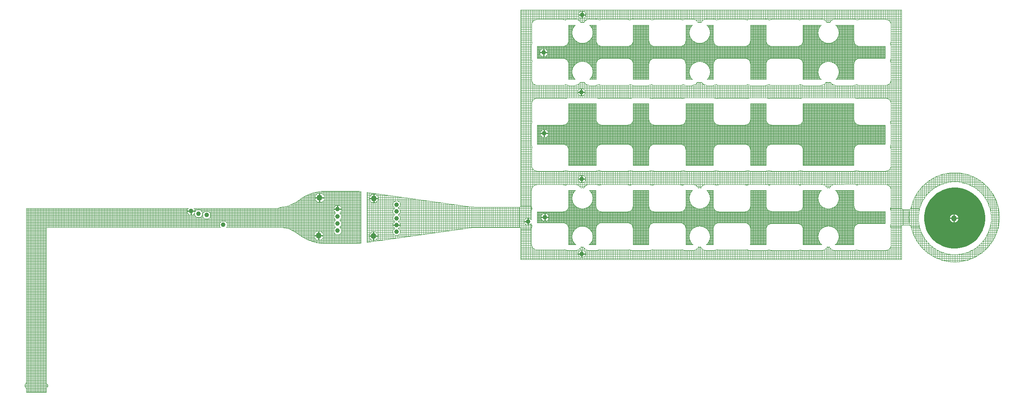
<source format=gtl>
G04*
G04 #@! TF.GenerationSoftware,Altium Limited,Altium Designer,18.0.7 (293)*
G04*
G04 Layer_Physical_Order=1*
G04 Layer_Color=255*
%FSAX25Y25*%
%MOIN*%
G70*
G01*
G75*
%ADD10C,0.00394*%
%ADD11C,0.01000*%
%ADD12C,0.03937*%
%ADD13C,0.05000*%
G36*
X0793633Y0174616D02*
X0796535Y0174269D01*
X0799379Y0173600D01*
X0802131Y0172617D01*
X0804755Y0171332D01*
X0807219Y0169761D01*
X0809492Y0167924D01*
X0811545Y0165844D01*
X0813351Y0163547D01*
X0814890Y0161063D01*
X0816140Y0158421D01*
X0817087Y0155657D01*
X0817718Y0152804D01*
X0818026Y0149898D01*
X0818007Y0146976D01*
X0817661Y0144074D01*
X0816992Y0141229D01*
X0816500Y0139854D01*
X0816500Y0139854D01*
X0816008Y0138478D01*
X0814723Y0135853D01*
X0813152Y0133389D01*
X0811315Y0131117D01*
X0809235Y0129064D01*
X0806938Y0127257D01*
X0804454Y0125719D01*
X0801813Y0124469D01*
X0799048Y0123522D01*
X0796195Y0122890D01*
X0793289Y0122582D01*
X0790367Y0122601D01*
X0787465Y0122948D01*
X0784621Y0123617D01*
X0781869Y0124600D01*
X0779245Y0125885D01*
X0776781Y0127457D01*
X0774508Y0129294D01*
X0772456Y0131374D01*
X0770649Y0133670D01*
X0769110Y0136155D01*
X0767860Y0138796D01*
X0766913Y0141560D01*
X0766282Y0144413D01*
X0765974Y0147319D01*
X0765993Y0150242D01*
X0766339Y0153143D01*
X0767008Y0155988D01*
X0767500Y0157364D01*
X0767500D01*
X0767500Y0157364D01*
X0767992Y0158740D01*
X0769277Y0161364D01*
X0770848Y0163828D01*
X0772685Y0166101D01*
X0774765Y0168153D01*
X0777062Y0169960D01*
X0779546Y0171498D01*
X0782187Y0172749D01*
X0784952Y0173696D01*
X0787805Y0174327D01*
X0790711Y0174635D01*
X0793633Y0174616D01*
D02*
G37*
%LPC*%
G36*
X0792000Y0151818D02*
Y0148854D01*
X0794964D01*
X0794910Y0149267D01*
X0794557Y0150119D01*
X0793996Y0150850D01*
X0793265Y0151411D01*
X0792414Y0151763D01*
X0792000Y0151818D01*
D02*
G37*
G36*
X0791000D02*
X0790586Y0151763D01*
X0789735Y0151411D01*
X0789004Y0150850D01*
X0788443Y0150119D01*
X0788090Y0149267D01*
X0788036Y0148854D01*
X0791000D01*
Y0151818D01*
D02*
G37*
G36*
X0794964Y0147854D02*
X0792000D01*
Y0144889D01*
X0792414Y0144944D01*
X0793265Y0145296D01*
X0793996Y0145857D01*
X0794557Y0146588D01*
X0794910Y0147440D01*
X0794964Y0147854D01*
D02*
G37*
G36*
X0791000D02*
X0788036D01*
X0788090Y0147440D01*
X0788443Y0146588D01*
X0789004Y0145857D01*
X0789735Y0145296D01*
X0790586Y0144944D01*
X0791000Y0144889D01*
Y0147854D01*
D02*
G37*
%LPD*%
D10*
X0286011Y0171287D02*
G03*
X0280722Y0171655I-0005289J-0037780D01*
G01*
X0286431Y0171228D02*
G03*
X0286382Y0170519I0005069J-0000710D01*
G01*
X0256505Y0171655D02*
G03*
X0234628Y0164759I0000000J-0038148D01*
G01*
X0218204Y0157876D02*
G03*
X0230194Y0161655I0000000J0020907D01*
G01*
X0286382Y0127992D02*
G03*
X0286431Y0127282I0005118J0000000D01*
G01*
X0280722Y0126855D02*
G03*
X0286011Y0127223I0000000J0038148D01*
G01*
X0234628Y0133751D02*
G03*
X0256505Y0126855I0021877J0031252D01*
G01*
X0230194Y0136855D02*
G03*
X0218824Y0140625I-0011989J-0017128D01*
G01*
D02*
G03*
X0218225Y0140634I-0000620J-0020898D01*
G01*
X0018646Y0007277D02*
G03*
X0019481Y0006442I0001629J0000794D01*
G01*
X0019380Y0004725D02*
G03*
X0018646Y0003944I0000896J-0001575D01*
G01*
D02*
G03*
X0018463Y0003150I0001629J-0000794D01*
G01*
Y0008071D02*
G03*
X0018646Y0007277I0001812J0000000D01*
G01*
X0001039D02*
G03*
X0001222Y0008071I-0001629J0000794D01*
G01*
X0000204Y0006442D02*
G03*
X0001039Y0007277I-0000794J0001629D01*
G01*
Y0003944D02*
G03*
X0000305Y0004725I-0001629J-0000794D01*
G01*
X0001222Y0003150D02*
G03*
X0001039Y0003944I-0001812J0000000D01*
G01*
X0431498Y0155309D02*
G03*
X0431344Y0154062I0004964J-0001248D01*
G01*
X0431498Y0155309D02*
G03*
X0431344Y0154062I0004964J-0001248D01*
G01*
X0421260Y0157876D02*
G03*
X0422482Y0159098I0000000J0001222D01*
G01*
X0421260Y0157876D02*
G03*
X0422482Y0159098I0000000J0001222D01*
G01*
X0431378Y0144083D02*
G03*
X0431498Y0143429I0005083J0000594D01*
G01*
X0431378Y0144083D02*
G03*
X0431498Y0143429I0005083J0000594D01*
G01*
X0431344Y0147179D02*
G03*
X0431378Y0144083I-0002743J-0001579D01*
G01*
X0379004Y0158268D02*
G03*
X0384632Y0157876I0005628J0040200D01*
G01*
Y0140635D02*
G03*
X0379004Y0140242I0000000J-0040592D01*
G01*
X0422482Y0139413D02*
G03*
X0421260Y0140634I-0001222J0000000D01*
G01*
X0422482Y0139413D02*
G03*
X0421260Y0140634I-0001222J0000000D01*
G01*
X0317948Y0157200D02*
G03*
X0319965Y0160150I-0001148J0002950D01*
G01*
Y0154250D02*
G03*
X0317948Y0157200I-0003165J0000000D01*
G01*
X0319965Y0160150D02*
G03*
X0315652Y0157200I-0003165J0000000D01*
G01*
D02*
G03*
X0315476Y0151375I0001148J-0002950D01*
G01*
X0319965Y0148500D02*
G03*
X0318124Y0151375I-0003165J0000000D01*
G01*
D02*
G03*
X0319965Y0154250I-0001324J0002875D01*
G01*
X0315476Y0151375D02*
G03*
X0315560Y0145588I0001324J-0002875D01*
G01*
X0318040D02*
G03*
X0319965Y0148500I-0001240J0002912D01*
G01*
X0300997Y0165300D02*
G03*
X0300997Y0165300I-0003697J0000000D01*
G01*
X0319965Y0142675D02*
G03*
X0318040Y0145588I-0003165J0000000D01*
G01*
Y0139762D02*
G03*
X0319965Y0142675I-0001240J0002912D01*
G01*
X0315560Y0145588D02*
G03*
X0315560Y0139762I0001240J-0002912D01*
G01*
X0319965Y0136850D02*
G03*
X0318040Y0139762I-0003165J0000000D01*
G01*
X0315560D02*
G03*
X0319965Y0136850I0001240J-0002912D01*
G01*
X0300897Y0133200D02*
G03*
X0300897Y0133200I-0003697J0000000D01*
G01*
X0753451Y0155907D02*
G03*
X0754599Y0156710I0000000J0001222D01*
G01*
X0753451Y0155907D02*
G03*
X0754599Y0156710I0000000J0001222D01*
G01*
X0746784D02*
G03*
X0747931Y0155907I0001148J0000419D01*
G01*
X0754648Y0141625D02*
G03*
X0753451Y0142603I-0001197J-0000244D01*
G01*
X0754648Y0141625D02*
G03*
X0753451Y0142603I-0001197J-0000244D01*
G01*
X0737869Y0154348D02*
G03*
X0737291Y0156710I-0005118J0000000D01*
G01*
X0737869Y0154348D02*
G03*
X0737291Y0156710I-0005118J0000000D01*
G01*
X0746784D02*
G03*
X0747931Y0155907I0001148J0000419D01*
G01*
Y0142603D02*
G03*
X0746714Y0141487I0000000J-0001222D01*
G01*
X0747931Y0142603D02*
G03*
X0746714Y0141487I0000000J-0001222D01*
G01*
X0737170D02*
G03*
X0737869Y0144068I-0004420J0002581D01*
G01*
X0737170Y0141487D02*
G03*
X0737869Y0144068I-0004420J0002581D01*
G01*
X0830174Y0149255D02*
G03*
X0754648Y0156885I-0038148J0000000D01*
G01*
X0753511Y0155909D02*
G03*
X0754648Y0156885I-0000059J0001220D01*
G01*
X0753511Y0155909D02*
G03*
X0754648Y0156885I-0000059J0001220D01*
G01*
X0754648Y0141625D02*
G03*
X0830174Y0149255I0037378J0007630D01*
G01*
X0753511Y0155909D02*
G03*
X0753557Y0142598I0038719J-0006520D01*
G01*
X0754648Y0141625D02*
G03*
X0753557Y0142598I-0001197J-0000244D01*
G01*
X0754648Y0141625D02*
G03*
X0753557Y0142598I-0001197J-0000244D01*
G01*
X0737869Y0295293D02*
G03*
X0737123Y0297953I-0005118J0000000D01*
G01*
Y0282353D02*
G03*
X0737869Y0285013I-0004372J0002660D01*
G01*
Y0295293D02*
G03*
X0737123Y0297953I-0005118J0000000D01*
G01*
Y0282353D02*
G03*
X0737869Y0285013I-0004372J0002660D01*
G01*
X0708794Y0317729D02*
G03*
X0706134Y0318474I-0002660J-0004372D01*
G01*
X0708794Y0317729D02*
G03*
X0706134Y0318474I-0002660J-0004372D01*
G01*
X0690435D02*
G03*
X0685833Y0315596I0000000J-0005118D01*
G01*
X0690435Y0318474D02*
G03*
X0685833Y0315596I0000000J-0005118D01*
G01*
X0682962D02*
G03*
X0678360Y0318474I-0004602J-0002240D01*
G01*
X0682962Y0315596D02*
G03*
X0678360Y0318474I-0004602J-0002240D01*
G01*
X0737869Y0228127D02*
G03*
X0737123Y0230787I-0005118J0000000D01*
G01*
X0737869Y0228127D02*
G03*
X0737123Y0230787I-0005118J0000000D01*
G01*
X0706134Y0261831D02*
G03*
X0708794Y0262577I0000000J0005118D01*
G01*
X0706134Y0261831D02*
G03*
X0708794Y0262577I0000000J0005118D01*
G01*
X0686036Y0264601D02*
G03*
X0690584Y0261831I0004548J0002348D01*
G01*
X0686036Y0264601D02*
G03*
X0690584Y0261831I0004548J0002348D01*
G01*
X0678210D02*
G03*
X0682758Y0264601I0000000J0005118D01*
G01*
X0678210Y0261831D02*
G03*
X0682758Y0264601I0000000J0005118D01*
G01*
X0708794Y0250563D02*
G03*
X0706134Y0251309I-0002660J-0004372D01*
G01*
X0708794Y0250563D02*
G03*
X0706134Y0251309I-0002660J-0004372D01*
G01*
X0662836Y0318474D02*
G03*
X0660176Y0317729I0000000J-0005118D01*
G01*
X0662836Y0318474D02*
G03*
X0660176Y0317729I0000000J-0005118D01*
G01*
X0633915D02*
G03*
X0631255Y0318474I-0002660J-0004372D01*
G01*
X0633915Y0317729D02*
G03*
X0631255Y0318474I-0002660J-0004372D01*
G01*
X0618029D02*
G03*
X0615370Y0317729I0000000J-0005118D01*
G01*
X0618029Y0318474D02*
G03*
X0615370Y0317729I0000000J-0005118D01*
G01*
X0589109D02*
G03*
X0586448Y0318474I-0002660J-0004372D01*
G01*
X0589109Y0317729D02*
G03*
X0586448Y0318474I-0002660J-0004372D01*
G01*
X0580768D02*
G03*
X0576166Y0315596I0000000J-0005118D01*
G01*
X0580768Y0318474D02*
G03*
X0576166Y0315596I0000000J-0005118D01*
G01*
X0576369Y0264601D02*
G03*
X0580917Y0261831I0004548J0002348D01*
G01*
X0576369Y0264601D02*
G03*
X0580917Y0261831I0004548J0002348D01*
G01*
X0660176Y0262577D02*
G03*
X0662836Y0261831I0002660J0004372D01*
G01*
X0660176Y0262577D02*
G03*
X0662836Y0261831I0002660J0004372D01*
G01*
X0631255D02*
G03*
X0633915Y0262577I0000000J0005118D01*
G01*
X0631255Y0261831D02*
G03*
X0633915Y0262577I0000000J0005118D01*
G01*
X0662836Y0251309D02*
G03*
X0660176Y0250563I0000000J-0005118D01*
G01*
X0662836Y0251309D02*
G03*
X0660176Y0250563I0000000J-0005118D01*
G01*
X0633915Y0250563D02*
G03*
X0631255Y0251309I-0002660J-0004372D01*
G01*
X0633915Y0250563D02*
G03*
X0631255Y0251309I-0002660J-0004372D01*
G01*
X0615370Y0262577D02*
G03*
X0618029Y0261831I0002660J0004372D01*
G01*
X0615370Y0262577D02*
G03*
X0618029Y0261831I0002660J0004372D01*
G01*
X0586448D02*
G03*
X0589109Y0262577I0000000J0005118D01*
G01*
X0586448Y0261831D02*
G03*
X0589109Y0262577I0000000J0005118D01*
G01*
X0618029Y0251309D02*
G03*
X0615370Y0250563I0000000J-0005118D01*
G01*
X0618029Y0251309D02*
G03*
X0615370Y0250563I0000000J-0005118D01*
G01*
X0589109D02*
G03*
X0586448Y0251309I-0002660J-0004372D01*
G01*
X0589109Y0250563D02*
G03*
X0586448Y0251309I-0002660J-0004372D01*
G01*
X0737123Y0209124D02*
G03*
X0737869Y0211785I-0004372J0002660D01*
G01*
X0737123Y0209124D02*
G03*
X0737869Y0211785I-0004372J0002660D01*
G01*
X0706134Y0188603D02*
G03*
X0708794Y0189348I0000000J0005118D01*
G01*
X0706134Y0188603D02*
G03*
X0708794Y0189348I0000000J0005118D01*
G01*
X0708778Y0176777D02*
G03*
X0706131Y0177513I-0002644J-0004382D01*
G01*
X0708778Y0176777D02*
G03*
X0706131Y0177513I-0002644J-0004382D01*
G01*
X0690145Y0177504D02*
G03*
X0685465Y0174452I0000003J-0005118D01*
G01*
X0690145Y0177504D02*
G03*
X0685465Y0174452I0000003J-0005118D01*
G01*
X0683271Y0174451D02*
G03*
X0678588Y0177497I-0004680J-0002072D01*
G01*
X0746709Y0157129D02*
G03*
X0747931Y0155907I0001222J0000000D01*
G01*
X0746709Y0157129D02*
G03*
X0747931Y0155907I0001222J0000000D01*
G01*
X0737869Y0154348D02*
G03*
X0737123Y0157008I-0005118J0000000D01*
G01*
X0737869Y0154348D02*
G03*
X0737123Y0157008I-0005118J0000000D01*
G01*
X0747931Y0142603D02*
G03*
X0746709Y0141381I0000000J-0001222D01*
G01*
X0747931Y0142603D02*
G03*
X0746709Y0141381I0000000J-0001222D01*
G01*
X0737123Y0141408D02*
G03*
X0737869Y0144068I-0004372J0002660D01*
G01*
X0737123Y0141408D02*
G03*
X0737869Y0144068I-0004372J0002660D01*
G01*
X0685169Y0124099D02*
G03*
X0689919Y0120886I0004750J0001905D01*
G01*
X0678829D02*
G03*
X0683580Y0124099I0000000J0005118D01*
G01*
X0706134Y0120886D02*
G03*
X0708794Y0121632I0000000J0005118D01*
G01*
X0706134Y0120886D02*
G03*
X0708794Y0121632I0000000J0005118D01*
G01*
X0660176Y0189348D02*
G03*
X0662836Y0188603I0002660J0004372D01*
G01*
X0660176Y0189348D02*
G03*
X0662836Y0188603I0002660J0004372D01*
G01*
X0631255D02*
G03*
X0633915Y0189348I0000000J0005118D01*
G01*
X0631255Y0188603D02*
G03*
X0633915Y0189348I0000000J0005118D01*
G01*
X0662833Y0177487D02*
G03*
X0660217Y0176767I0000003J-0005118D01*
G01*
X0662833Y0177487D02*
G03*
X0660217Y0176767I0000003J-0005118D01*
G01*
X0633855Y0176759D02*
G03*
X0631252Y0177468I-0002600J-0004409D01*
G01*
X0633855Y0176759D02*
G03*
X0631252Y0177468I-0002600J-0004409D01*
G01*
X0615370Y0189348D02*
G03*
X0618029Y0188603I0002660J0004372D01*
G01*
X0615370Y0189348D02*
G03*
X0618029Y0188603I0002660J0004372D01*
G01*
X0586448D02*
G03*
X0589109Y0189348I0000000J0005118D01*
G01*
X0586448Y0188603D02*
G03*
X0589109Y0189348I0000000J0005118D01*
G01*
X0617902Y0177460D02*
G03*
X0615145Y0176652I0000003J-0005118D01*
G01*
X0589093Y0176644D02*
G03*
X0586347Y0177441I-0002743J-0004321D01*
G01*
X0580587Y0177438D02*
G03*
X0575934Y0174444I0000003J-0005118D01*
G01*
X0660176Y0121632D02*
G03*
X0662836Y0120886I0002660J0004372D01*
G01*
X0660176Y0121632D02*
G03*
X0662836Y0120886I0002660J0004372D01*
G01*
X0631255D02*
G03*
X0633915Y0121632I0000000J0005118D01*
G01*
X0631255Y0120886D02*
G03*
X0633915Y0121632I0000000J0005118D01*
G01*
X0614760Y0121927D02*
G03*
X0617853Y0120886I0003093J0004078D01*
G01*
X0614760Y0121927D02*
G03*
X0617853Y0120886I0003093J0004078D01*
G01*
X0586404D02*
G03*
X0589497Y0121927I0000000J0005118D01*
G01*
X0586404Y0120886D02*
G03*
X0589497Y0121927I0000000J0005118D01*
G01*
X0575525Y0124099D02*
G03*
X0580275Y0120886I0004750J0001905D01*
G01*
X0573295Y0315596D02*
G03*
X0568693Y0318474I-0004602J-0002240D01*
G01*
X0573295Y0315596D02*
G03*
X0568693Y0318474I-0004602J-0002240D01*
G01*
X0563033D02*
G03*
X0560373Y0317729I0000000J-0005118D01*
G01*
X0563033Y0318474D02*
G03*
X0560373Y0317729I0000000J-0005118D01*
G01*
X0568543Y0261831D02*
G03*
X0573091Y0264601I0000000J0005118D01*
G01*
X0568543Y0261831D02*
G03*
X0573091Y0264601I0000000J0005118D01*
G01*
X0534112Y0317729D02*
G03*
X0531452Y0318474I-0002660J-0004372D01*
G01*
Y0261831D02*
G03*
X0534112Y0262577I0000000J0005118D01*
G01*
Y0317729D02*
G03*
X0531452Y0318474I-0002660J-0004372D01*
G01*
Y0261831D02*
G03*
X0534112Y0262577I0000000J0005118D01*
G01*
X0477965Y0322064D02*
G03*
X0477965Y0322064I-0003165J0000000D01*
G01*
X0518148Y0318474D02*
G03*
X0515488Y0317729I0000000J-0005118D01*
G01*
Y0262577D02*
G03*
X0518148Y0261831I0002660J0004372D01*
G01*
Y0318474D02*
G03*
X0515488Y0317729I0000000J-0005118D01*
G01*
Y0262577D02*
G03*
X0518148Y0261831I0002660J0004372D01*
G01*
X0489227Y0317729D02*
G03*
X0486567Y0318474I-0002660J-0004372D01*
G01*
X0489227Y0317729D02*
G03*
X0486567Y0318474I-0002660J-0004372D01*
G01*
X0480896D02*
G03*
X0476294Y0315596I0000000J-0005118D01*
G01*
X0480896Y0318474D02*
G03*
X0476294Y0315596I0000000J-0005118D01*
G01*
X0486567Y0261831D02*
G03*
X0489227Y0262577I0000000J0005118D01*
G01*
X0476278Y0264718D02*
G03*
X0480885Y0261831I0004606J0002231D01*
G01*
X0476278Y0264718D02*
G03*
X0480885Y0261831I0004606J0002231D01*
G01*
X0560373Y0262577D02*
G03*
X0563033Y0261831I0002660J0004372D01*
G01*
X0560373Y0262577D02*
G03*
X0563033Y0261831I0002660J0004372D01*
G01*
Y0251309D02*
G03*
X0560373Y0250563I0000000J-0005118D01*
G01*
X0563033Y0251309D02*
G03*
X0560373Y0250563I0000000J-0005118D01*
G01*
X0534112D02*
G03*
X0531452Y0251309I-0002660J-0004372D01*
G01*
X0534112Y0250563D02*
G03*
X0531452Y0251309I-0002660J-0004372D01*
G01*
X0486567Y0261831D02*
G03*
X0489227Y0262577I0000000J0005118D01*
G01*
X0518148Y0251309D02*
G03*
X0515488Y0250563I0000000J-0005118D01*
G01*
X0518148Y0251309D02*
G03*
X0515488Y0250563I0000000J-0005118D01*
G01*
X0489227Y0250563D02*
G03*
X0486567Y0251309I-0002660J-0004372D01*
G01*
X0489227Y0250563D02*
G03*
X0486567Y0251309I-0002660J-0004372D01*
G01*
X0473423Y0315596D02*
G03*
X0468821Y0318474I-0004602J-0002240D01*
G01*
X0473423Y0315596D02*
G03*
X0468821Y0318474I-0004602J-0002240D01*
G01*
X0463151D02*
G03*
X0460491Y0317729I0000000J-0005118D01*
G01*
X0463151Y0318474D02*
G03*
X0460491Y0317729I0000000J-0005118D01*
G01*
X0432161Y0297953D02*
G03*
X0431416Y0295293I0004372J-0002660D01*
G01*
Y0285013D02*
G03*
X0432161Y0282353I0005118J0000000D01*
G01*
X0431416Y0285013D02*
G03*
X0432161Y0282353I0005118J0000000D01*
G01*
Y0297953D02*
G03*
X0431416Y0295293I0004372J-0002660D01*
G01*
X0477365Y0256053D02*
G03*
X0477365Y0256053I-0003165J0000000D01*
G01*
X0468833Y0261831D02*
G03*
X0473439Y0264718I0000000J0005118D01*
G01*
X0460491Y0262577D02*
G03*
X0463151Y0261831I0002660J0004372D01*
G01*
X0468833D02*
G03*
X0473439Y0264718I0000000J0005118D01*
G01*
X0460491Y0262577D02*
G03*
X0463151Y0261831I0002660J0004372D01*
G01*
Y0251309D02*
G03*
X0460491Y0250563I0000000J-0005118D01*
G01*
X0463151Y0251309D02*
G03*
X0460491Y0250563I0000000J-0005118D01*
G01*
X0432161Y0230787D02*
G03*
X0431416Y0228127I0004372J-0002660D01*
G01*
X0432161Y0230787D02*
G03*
X0431416Y0228127I0004372J-0002660D01*
G01*
X0560373Y0189348D02*
G03*
X0563033Y0188603I0002660J0004372D01*
G01*
X0560373Y0189348D02*
G03*
X0563033Y0188603I0002660J0004372D01*
G01*
X0531452D02*
G03*
X0534112Y0189348I0000000J0005118D01*
G01*
X0531452Y0188603D02*
G03*
X0534112Y0189348I0000000J0005118D01*
G01*
X0562948Y0177427D02*
G03*
X0560221Y0176638I0000003J-0005118D01*
G01*
X0573514Y0174444D02*
G03*
X0568858Y0177431I-0004653J-0002131D01*
G01*
X0534100Y0176630D02*
G03*
X0531384Y0177408I-0002713J-0004340D01*
G01*
X0515488Y0189348D02*
G03*
X0518148Y0188603I0002660J0004372D01*
G01*
X0515488Y0189348D02*
G03*
X0518148Y0188603I0002660J0004372D01*
G01*
X0486567D02*
G03*
X0489227Y0189348I0000000J0005118D01*
G01*
X0486567Y0188603D02*
G03*
X0489227Y0189348I0000000J0005118D01*
G01*
X0477665Y0181954D02*
G03*
X0477665Y0181954I-0003165J0000000D01*
G01*
X0518028Y0177400D02*
G03*
X0515325Y0176627I0000003J-0005118D01*
G01*
X0489148Y0176618D02*
G03*
X0486457Y0177381I-0002688J-0004355D01*
G01*
X0480794Y0177377D02*
G03*
X0476166Y0174438I0000003J-0005118D01*
G01*
X0569185Y0120886D02*
G03*
X0573936Y0124099I0000000J0005118D01*
G01*
X0559802Y0121927D02*
G03*
X0562895Y0120886I0003093J0004078D01*
G01*
X0559802Y0121927D02*
G03*
X0562895Y0120886I0003093J0004078D01*
G01*
X0531446D02*
G03*
X0534539Y0121927I0000000J0005118D01*
G01*
X0531446Y0120886D02*
G03*
X0534539Y0121927I0000000J0005118D01*
G01*
X0514878D02*
G03*
X0517971Y0120886I0003093J0004078D01*
G01*
X0514878Y0121927D02*
G03*
X0517971Y0120886I0003093J0004078D01*
G01*
X0486522D02*
G03*
X0489615Y0121927I0000000J0005118D01*
G01*
X0475760Y0124039D02*
G03*
X0480485Y0120886I0004726J0001965D01*
G01*
X0486522D02*
G03*
X0489615Y0121927I0000000J0005118D01*
G01*
X0477665Y0118154D02*
G03*
X0477665Y0118154I-0003165J0000000D01*
G01*
X0460491Y0189348D02*
G03*
X0463151Y0188603I0002660J0004372D01*
G01*
X0460491Y0189348D02*
G03*
X0463151Y0188603I0002660J0004372D01*
G01*
X0473539Y0174437D02*
G03*
X0468908Y0177370I-0004628J-0002185D01*
G01*
X0463074Y0177367D02*
G03*
X0460402Y0176612I0000003J-0005118D01*
G01*
X0431416Y0211785D02*
G03*
X0432161Y0209124I0005118J0000000D01*
G01*
X0431416Y0211785D02*
G03*
X0432161Y0209124I0005118J0000000D01*
G01*
X0469232Y0120886D02*
G03*
X0473958Y0124039I0000000J0005118D01*
G01*
X0459920Y0121927D02*
G03*
X0463013Y0120886I0003093J0004078D01*
G01*
X0459920Y0121927D02*
G03*
X0463013Y0120886I0003093J0004078D01*
G01*
X0432089Y0156722D02*
G03*
X0431344Y0154062I0004372J-0002660D01*
G01*
X0432089Y0156722D02*
G03*
X0431344Y0154062I0004372J-0002660D01*
G01*
X0431378Y0144083D02*
G03*
X0432089Y0142017I0005083J0000594D01*
G01*
X0431378Y0144083D02*
G03*
X0432089Y0142017I0005083J0000594D01*
G01*
X0431344Y0147179D02*
G03*
X0431378Y0144083I-0002743J-0001579D01*
G01*
X0421260Y0157876D02*
G03*
X0422482Y0159098I0000000J0001222D01*
G01*
X0421260Y0157876D02*
G03*
X0422482Y0159098I0000000J0001222D01*
G01*
Y0139413D02*
G03*
X0421260Y0140634I-0001222J0000000D01*
G01*
X0422482Y0139413D02*
G03*
X0421260Y0140634I-0001222J0000000D01*
G01*
X0286015Y0171286D02*
X0286382Y0171235D01*
Y0170519D02*
Y0171235D01*
X0268890Y0158458D02*
X0286382D01*
X0266871Y0159365D02*
Y0171655D01*
X0268052Y0159296D02*
Y0171655D01*
X0264509Y0159057D02*
Y0171655D01*
X0265690Y0159365D02*
Y0171655D01*
X0264817Y0159365D02*
X0267983D01*
X0269565Y0157277D02*
X0286382D01*
X0269565Y0156096D02*
X0286382D01*
X0269565Y0154915D02*
X0286382D01*
X0268115Y0153167D02*
X0269565Y0154617D01*
X0269233Y0158115D02*
Y0171655D01*
X0267983Y0159365D02*
X0269565Y0157783D01*
Y0154617D02*
Y0157783D01*
X0263328Y0151809D02*
Y0154525D01*
X0254897Y0165544D02*
X0286382D01*
X0254897Y0164363D02*
X0286382D01*
X0254897Y0166726D02*
X0286382D01*
X0254028Y0163182D02*
X0286382D01*
X0230688Y0162001D02*
X0286382D01*
X0256505Y0171655D02*
X0280722D01*
X0252552Y0171450D02*
X0284675D01*
X0246314Y0170269D02*
X0286382D01*
X0254739Y0167907D02*
X0286382D01*
X0253557Y0169088D02*
X0286382D01*
X0228902Y0160820D02*
X0286382D01*
X0263235Y0157783D02*
X0264817Y0159365D01*
X0226608Y0159639D02*
X0286382D01*
X0263235Y0154617D02*
X0264685Y0153167D01*
X0263328Y0157876D02*
Y0171655D01*
X0263235Y0154617D02*
Y0157783D01*
X0223103Y0158458D02*
X0263910D01*
X0216362Y0157277D02*
X0263235D01*
X0150333Y0154915D02*
X0263235D01*
X0268729Y0152552D02*
X0286382D01*
X0269565Y0151371D02*
X0286382D01*
X0268682Y0153733D02*
X0286382D01*
X0269565Y0150190D02*
X0286382D01*
X0268843Y0147828D02*
X0286382D01*
X0269233Y0152048D02*
Y0154285D01*
X0269565Y0148551D02*
Y0151716D01*
X0268115Y0153167D02*
X0269565Y0151716D01*
Y0149009D02*
X0286382D01*
X0268115Y0147100D02*
X0269565Y0148551D01*
Y0145466D02*
X0286382D01*
X0269565Y0144285D02*
X0286382D01*
X0268568Y0146647D02*
X0286382D01*
X0269565Y0143104D02*
X0286382D01*
X0269004Y0141922D02*
X0286382D01*
X0269233Y0145982D02*
Y0148218D01*
X0269565Y0142484D02*
Y0145649D01*
X0268115Y0147100D02*
X0269565Y0145649D01*
X0268407Y0140741D02*
X0286382D01*
X0268115Y0141033D02*
X0269565Y0142484D01*
X0264509Y0152990D02*
Y0153343D01*
X0263235Y0151716D02*
X0264685Y0153167D01*
X0157215Y0153733D02*
X0264119D01*
X0264509Y0146923D02*
Y0147277D01*
X0263235Y0148551D02*
X0264685Y0147100D01*
X0158065Y0152552D02*
X0264071D01*
X0263235Y0148551D02*
Y0151716D01*
X0158065Y0150190D02*
X0263235D01*
X0263328Y0145742D02*
Y0148458D01*
X0157357Y0149009D02*
X0263235D01*
Y0145649D02*
X0264685Y0147100D01*
X0263235Y0142484D02*
X0264685Y0141033D01*
X0172365Y0141922D02*
X0263796D01*
X0264509Y0140857D02*
Y0141210D01*
X0171789Y0140741D02*
X0264393D01*
X0263235Y0142484D02*
Y0145649D01*
X0171382Y0145466D02*
X0263235D01*
X0172365Y0143104D02*
X0263235D01*
X0172365Y0144285D02*
X0263235D01*
X0252698Y0169597D02*
Y0171465D01*
X0253879Y0168767D02*
Y0171565D01*
X0251517Y0169597D02*
Y0171328D01*
X0253048Y0169597D02*
X0254897Y0167748D01*
X0249352Y0169597D02*
X0253048D01*
X0250335D02*
Y0171153D01*
X0249154Y0169400D02*
Y0170940D01*
X0247973Y0168219D02*
Y0170689D01*
X0242746Y0169088D02*
X0248843D01*
X0240014Y0167907D02*
X0247661D01*
X0254897Y0164052D02*
Y0167748D01*
X0253048Y0162203D02*
X0254897Y0164052D01*
X0249352Y0162203D02*
X0253048D01*
X0247503Y0167748D02*
X0249352Y0169597D01*
X0247503Y0164052D02*
Y0167748D01*
Y0164052D02*
X0249352Y0162203D01*
X0237748Y0166726D02*
X0247503D01*
X0235795Y0165544D02*
X0247503D01*
X0234063Y0164363D02*
X0247503D01*
X0232375Y0163182D02*
X0248373D01*
X0230194Y0161655D02*
X0234628Y0164759D01*
X0215967Y0157129D02*
X0218010Y0157891D01*
X0200729Y0140634D02*
Y0157129D01*
X0199548Y0140634D02*
Y0157129D01*
X0193643Y0140634D02*
Y0157129D01*
X0194824Y0140634D02*
Y0157129D01*
X0192462Y0140634D02*
Y0157129D01*
X0198367Y0140634D02*
Y0157129D01*
X0196005Y0140634D02*
Y0157129D01*
X0188918Y0140634D02*
Y0157129D01*
X0187737Y0140634D02*
Y0157129D01*
X0191280Y0140634D02*
Y0157129D01*
X0190099Y0140634D02*
Y0157129D01*
X0168840Y0146065D02*
Y0157129D01*
X0170021Y0146065D02*
Y0157129D01*
X0167658Y0146065D02*
Y0157129D01*
X0167617Y0146065D02*
X0170783D01*
X0158065Y0151371D02*
X0263235D01*
X0157028Y0153920D02*
Y0157129D01*
X0156483Y0154465D02*
X0158065Y0152883D01*
X0155847Y0154465D02*
Y0157129D01*
X0158065Y0149717D02*
Y0152883D01*
X0156483Y0148135D02*
X0158065Y0149717D01*
X0171202Y0145646D02*
Y0157129D01*
X0186556Y0140634D02*
Y0157129D01*
X0170783Y0146065D02*
X0172365Y0144483D01*
Y0141317D02*
Y0144483D01*
X0166035D02*
X0167617Y0146065D01*
X0166477Y0144925D02*
Y0157129D01*
X0157028Y0140634D02*
Y0148680D01*
X0154666Y0140634D02*
Y0148135D01*
X0166035Y0141317D02*
Y0144483D01*
X0155847Y0140634D02*
Y0148135D01*
X0153485Y0154465D02*
Y0157129D01*
X0154666Y0154465D02*
Y0157129D01*
X0153317Y0154465D02*
X0156483D01*
X0151735Y0152883D02*
X0153317Y0154465D01*
X0151165Y0153733D02*
X0152585D01*
X0151123Y0154125D02*
Y0157129D01*
X0152304Y0153452D02*
Y0157129D01*
X0149942Y0155306D02*
Y0157129D01*
X0151165Y0151371D02*
X0151735D01*
X0151165Y0152552D02*
X0151735D01*
Y0149717D02*
X0153317Y0148135D01*
X0152304Y0140634D02*
Y0149148D01*
X0151735Y0149717D02*
Y0152883D01*
X0153485Y0140634D02*
Y0148135D01*
X0153317D02*
X0156483D01*
X0151165Y0150917D02*
Y0154083D01*
X0151123Y0140634D02*
Y0150875D01*
X0150438Y0150190D02*
X0151735D01*
X0149942Y0140634D02*
Y0149694D01*
X0286382Y0127992D02*
Y0170519D01*
X0285768Y0127190D02*
Y0171320D01*
X0284587Y0127051D02*
Y0171459D01*
X0269565Y0138379D02*
X0286382D01*
X0269565Y0139560D02*
X0286382D01*
X0283406Y0126950D02*
Y0171561D01*
X0282225Y0126884D02*
Y0171626D01*
X0269233Y0139915D02*
Y0142152D01*
X0269565Y0136417D02*
Y0139583D01*
X0268115Y0141033D02*
X0269565Y0139583D01*
X0277501Y0126855D02*
Y0171655D01*
X0278682Y0126855D02*
Y0171655D01*
X0276320Y0126855D02*
Y0171655D01*
X0281044Y0126856D02*
Y0171654D01*
X0279863Y0126855D02*
Y0171655D01*
X0271595Y0126855D02*
Y0171655D01*
X0272776Y0126855D02*
Y0171655D01*
X0270414Y0126855D02*
Y0171655D01*
X0275138Y0126855D02*
Y0171655D01*
X0273957Y0126855D02*
Y0171655D01*
X0263328Y0139675D02*
Y0142391D01*
X0263235Y0139583D02*
X0264685Y0141033D01*
X0263235Y0136417D02*
Y0139583D01*
X0227650Y0138379D02*
X0263235D01*
X0224820Y0139560D02*
X0263235D01*
X0251517Y0137397D02*
Y0162203D01*
X0252698Y0136848D02*
Y0162203D01*
X0249154Y0137397D02*
Y0162400D01*
X0250335Y0137397D02*
Y0162203D01*
X0248452Y0137397D02*
X0252148D01*
X0258603Y0126855D02*
Y0171655D01*
X0259784Y0126855D02*
Y0171655D01*
X0257422Y0126855D02*
Y0171655D01*
X0262146Y0126855D02*
Y0171655D01*
X0260965Y0126855D02*
Y0171655D01*
X0255060Y0126882D02*
Y0171628D01*
X0256241Y0126856D02*
Y0171654D01*
X0253879Y0135667D02*
Y0163033D01*
X0252148Y0137397D02*
X0253997Y0135548D01*
X0269565Y0137198D02*
X0286382D01*
X0269165Y0136017D02*
X0286382D01*
X0267984Y0134836D02*
X0286382D01*
X0253997Y0132474D02*
X0286382D01*
X0263235Y0136417D02*
X0264817Y0134835D01*
X0267983D02*
X0269565Y0136417D01*
X0253997Y0131852D02*
Y0135548D01*
X0264817Y0134835D02*
X0267983D01*
X0253997Y0134836D02*
X0264816D01*
X0286382Y0127275D02*
Y0127992D01*
X0286015Y0127224D02*
X0286382Y0127275D01*
X0269233Y0126855D02*
Y0136085D01*
X0256505Y0126855D02*
X0280722D01*
X0264509D02*
Y0135143D01*
X0268052Y0126855D02*
Y0134904D01*
X0263328Y0126855D02*
Y0136325D01*
X0266871Y0126855D02*
Y0134835D01*
X0265690Y0126855D02*
Y0134835D01*
X0253528Y0136017D02*
X0263635D01*
X0253997Y0133655D02*
X0286382D01*
X0252347Y0137198D02*
X0263235D01*
X0253438Y0131293D02*
X0286382D01*
X0252257Y0130111D02*
X0286382D01*
X0246603Y0135548D02*
X0248452Y0137397D01*
X0252148Y0130003D02*
X0253997Y0131852D01*
X0248452Y0130003D02*
X0252148D01*
X0252698Y0127045D02*
Y0130552D01*
X0253879Y0126945D02*
Y0131733D01*
X0248293Y0127749D02*
X0286382D01*
X0244093Y0128930D02*
X0286382D01*
X0251517Y0127182D02*
Y0130003D01*
X0250335Y0127357D02*
Y0130003D01*
X0249154Y0127570D02*
Y0130003D01*
X0247973Y0136918D02*
Y0163582D01*
X0246792Y0135737D02*
Y0170398D01*
X0233800Y0134331D02*
Y0164180D01*
X0232619Y0135158D02*
Y0163353D01*
X0231438Y0135984D02*
Y0162526D01*
X0229076Y0137586D02*
Y0160924D01*
X0230257Y0136811D02*
Y0161699D01*
X0227894Y0138253D02*
Y0160257D01*
X0226713Y0138824D02*
Y0159686D01*
X0225532Y0139308D02*
Y0159202D01*
X0244430Y0128816D02*
Y0169694D01*
X0245611Y0128444D02*
Y0170067D01*
X0243249Y0129232D02*
Y0169278D01*
X0242068Y0129692D02*
Y0168818D01*
X0240887Y0130199D02*
Y0168312D01*
X0238524Y0131358D02*
Y0167152D01*
X0239705Y0130753D02*
Y0167757D01*
X0237343Y0132017D02*
Y0166494D01*
X0236162Y0132731D02*
Y0165779D01*
X0234981Y0133507D02*
Y0165003D01*
X0178288Y0140634D02*
Y0157129D01*
X0179469Y0140634D02*
Y0157129D01*
X0177107Y0140634D02*
Y0157129D01*
X0213721Y0140634D02*
Y0157129D01*
X0212540Y0140634D02*
Y0157129D01*
X0172383Y0140634D02*
Y0157129D01*
X0173564Y0140634D02*
Y0157129D01*
X0160572Y0140634D02*
Y0157129D01*
X0175926Y0140634D02*
Y0157129D01*
X0174745Y0140634D02*
Y0157129D01*
X0223170Y0140036D02*
Y0158474D01*
X0224351Y0139710D02*
Y0158800D01*
X0221989Y0140289D02*
Y0158221D01*
X0220808Y0140472D02*
Y0158038D01*
X0219627Y0140586D02*
Y0157924D01*
X0218446Y0140634D02*
Y0157877D01*
X0217265Y0140634D02*
Y0157613D01*
X0216084Y0140634D02*
Y0157173D01*
X0214902Y0140634D02*
Y0157129D01*
X0218225Y0140634D02*
X0218815D01*
X0231391Y0136017D02*
X0247072D01*
X0229688Y0137198D02*
X0248253D01*
X0207816Y0140634D02*
Y0157129D01*
X0208997Y0140634D02*
Y0157129D01*
X0206635Y0140634D02*
Y0157129D01*
X0211359Y0140634D02*
Y0157129D01*
X0210178Y0140634D02*
Y0157129D01*
X0246603Y0131852D02*
X0248452Y0130003D01*
X0246792Y0128112D02*
Y0131663D01*
X0238648Y0131293D02*
X0247162D01*
X0247973Y0127821D02*
Y0130482D01*
X0241082Y0130111D02*
X0248343D01*
X0233078Y0134836D02*
X0246603D01*
Y0131852D02*
Y0135548D01*
X0230194Y0136855D02*
X0234628Y0133751D01*
X0236577Y0132474D02*
X0246603D01*
X0234766Y0133655D02*
X0246603D01*
X0171683Y0140634D02*
X0172365Y0141317D01*
X0180650Y0140634D02*
Y0157129D01*
X0165296Y0140634D02*
Y0157129D01*
X0171683Y0140634D02*
X0218199D01*
X0166035Y0141317D02*
X0166718Y0140634D01*
X0159391D02*
Y0157129D01*
X0161753Y0140634D02*
Y0157129D01*
X0158210Y0140634D02*
Y0157129D01*
X0164115Y0140634D02*
Y0157129D01*
X0162934Y0140634D02*
Y0157129D01*
X0201910Y0140634D02*
Y0157129D01*
X0203091Y0140634D02*
Y0157129D01*
X0197186Y0140634D02*
Y0157129D01*
X0205454Y0140634D02*
Y0157129D01*
X0204273Y0140634D02*
Y0157129D01*
X0183013Y0140634D02*
Y0157129D01*
X0181832Y0140634D02*
Y0157129D01*
X0185375Y0140634D02*
Y0157129D01*
X0184194Y0140634D02*
Y0157129D01*
X0147580Y0155665D02*
Y0157129D01*
X0148761Y0155665D02*
Y0157129D01*
X0143919D02*
X0215967D01*
X0149583Y0155665D02*
X0151165Y0154083D01*
X0144865Y0156096D02*
X0263235D01*
X0146399Y0155647D02*
Y0157129D01*
X0145218Y0154465D02*
Y0157129D01*
X0138535Y0156183D02*
X0139481Y0157129D01*
X0144865Y0154113D02*
Y0156183D01*
X0143919Y0157129D02*
X0144865Y0156183D01*
X0135769Y0140634D02*
Y0157129D01*
X0136950Y0140634D02*
Y0157129D01*
X0134588Y0140634D02*
Y0157129D01*
X0138535Y0153017D02*
Y0156183D01*
X0138131Y0140634D02*
Y0157129D01*
X0129863Y0140634D02*
Y0157129D01*
X0131044Y0140634D02*
Y0157129D01*
X0128682Y0140634D02*
Y0157129D01*
X0133406Y0140634D02*
Y0157129D01*
X0132225Y0140634D02*
Y0157129D01*
X0113328Y0140634D02*
Y0157129D01*
X0115690Y0140634D02*
Y0157129D01*
X0001222D02*
X0139481D01*
X0114509Y0140634D02*
Y0157129D01*
X0001222Y0156096D02*
X0138535D01*
X0108603Y0140634D02*
Y0157129D01*
X0109784Y0140634D02*
Y0157129D01*
X0107422Y0140634D02*
Y0157129D01*
X0112147Y0140634D02*
Y0157129D01*
X0110966Y0140634D02*
Y0157129D01*
X0123958Y0140634D02*
Y0157129D01*
X0125139Y0140634D02*
Y0157129D01*
X0122777Y0140634D02*
Y0157129D01*
X0127501Y0140634D02*
Y0157129D01*
X0126320Y0140634D02*
Y0157129D01*
X0118052Y0140634D02*
Y0157129D01*
X0119233Y0140634D02*
Y0157129D01*
X0116871Y0140634D02*
Y0157129D01*
X0121596Y0140634D02*
Y0157129D01*
X0120414Y0140634D02*
Y0157129D01*
X0146417Y0155665D02*
X0149583D01*
X0144865Y0154113D02*
X0146417Y0155665D01*
X0144865Y0154915D02*
X0145667D01*
X0144865Y0153017D02*
Y0154113D01*
X0144835Y0152987D02*
Y0154083D01*
X0143283Y0151435D02*
X0144835Y0152987D01*
Y0150917D02*
Y0152987D01*
X0144400Y0152552D02*
X0144835D01*
X0146417Y0149335D02*
X0149583D01*
X0151165Y0150917D01*
X0144835D02*
X0146417Y0149335D01*
X0148761Y0140634D02*
Y0149335D01*
X0147580Y0140634D02*
Y0149335D01*
X0142855Y0140634D02*
Y0151435D01*
X0144036Y0140634D02*
Y0152188D01*
X0141674Y0140634D02*
Y0151435D01*
X0146399Y0140634D02*
Y0149353D01*
X0145218Y0140634D02*
Y0150534D01*
X0140117Y0151435D02*
X0143283D01*
X0001222Y0151371D02*
X0144835D01*
X0001222Y0150190D02*
X0145562D01*
X0001222Y0147828D02*
X0263957D01*
X0001222Y0149009D02*
X0152443D01*
X0001222Y0154915D02*
X0138535D01*
X0001222Y0153733D02*
X0138535D01*
Y0153017D02*
X0140117Y0151435D01*
X0001222Y0152552D02*
X0139000D01*
X0001222Y0145466D02*
X0167018D01*
X0001222Y0144285D02*
X0166035D01*
X0001222Y0146647D02*
X0264232D01*
X0019074Y0140634D02*
X0166718D01*
X0001222Y0140741D02*
X0166611D01*
X0140493Y0140634D02*
Y0151435D01*
X0139312Y0140634D02*
Y0152240D01*
X0001222Y0141922D02*
X0166035D01*
X0001222Y0143104D02*
X0166035D01*
X0090887Y0140634D02*
Y0157129D01*
X0092068Y0140634D02*
Y0157129D01*
X0089706Y0140634D02*
Y0157129D01*
X0094430Y0140634D02*
Y0157129D01*
X0093249Y0140634D02*
Y0157129D01*
X0084981Y0140634D02*
Y0157129D01*
X0086163Y0140634D02*
Y0157129D01*
X0083800Y0140634D02*
Y0157129D01*
X0088525Y0140634D02*
Y0157129D01*
X0087344Y0140634D02*
Y0157129D01*
X0102698Y0140634D02*
Y0157129D01*
X0103879Y0140634D02*
Y0157129D01*
X0101517Y0140634D02*
Y0157129D01*
X0106241Y0140634D02*
Y0157129D01*
X0105060Y0140634D02*
Y0157129D01*
X0096792Y0140634D02*
Y0157129D01*
X0097974Y0140634D02*
Y0157129D01*
X0095611Y0140634D02*
Y0157129D01*
X0100336Y0140634D02*
Y0157129D01*
X0099155Y0140634D02*
Y0157129D01*
X0068446Y0140634D02*
Y0157129D01*
X0069627Y0140634D02*
Y0157129D01*
X0067265Y0140634D02*
Y0157129D01*
X0071989Y0140634D02*
Y0157129D01*
X0070808Y0140634D02*
Y0157129D01*
X0062541Y0140634D02*
Y0157129D01*
X0063722Y0140634D02*
Y0157129D01*
X0061359Y0140634D02*
Y0157129D01*
X0066084Y0140634D02*
Y0157129D01*
X0064903Y0140634D02*
Y0157129D01*
X0079076Y0140634D02*
Y0157129D01*
X0080257Y0140634D02*
Y0157129D01*
X0077895Y0140634D02*
Y0157129D01*
X0082619Y0140634D02*
Y0157129D01*
X0081438Y0140634D02*
Y0157129D01*
X0074352Y0140634D02*
Y0157129D01*
X0073170Y0140634D02*
Y0157129D01*
X0076714Y0140634D02*
Y0157129D01*
X0075533Y0140634D02*
Y0157129D01*
X0044824Y0140634D02*
Y0157129D01*
X0046005Y0140634D02*
Y0157129D01*
X0043643Y0140634D02*
Y0157129D01*
X0048367Y0140634D02*
Y0157129D01*
X0047186Y0140634D02*
Y0157129D01*
X0038919Y0140634D02*
Y0157129D01*
X0040100Y0140634D02*
Y0157129D01*
X0037737Y0140634D02*
Y0157129D01*
X0042462Y0140634D02*
Y0157129D01*
X0041281Y0140634D02*
Y0157129D01*
X0056635Y0140634D02*
Y0157129D01*
X0057816Y0140634D02*
Y0157129D01*
X0055454Y0140634D02*
Y0157129D01*
X0060178Y0140634D02*
Y0157129D01*
X0058997Y0140634D02*
Y0157129D01*
X0050730Y0140634D02*
Y0157129D01*
X0051911Y0140634D02*
Y0157129D01*
X0049548Y0140634D02*
Y0157129D01*
X0054273Y0140634D02*
Y0157129D01*
X0053092Y0140634D02*
Y0157129D01*
X0033013Y0140634D02*
Y0157129D01*
X0034194Y0140634D02*
Y0157129D01*
X0031832Y0140634D02*
Y0157129D01*
X0036556Y0140634D02*
Y0157129D01*
X0035375Y0140634D02*
Y0157129D01*
X0027108Y0140634D02*
Y0157129D01*
X0028289Y0140634D02*
Y0157129D01*
X0025926Y0140634D02*
Y0157129D01*
X0030651Y0140634D02*
Y0157129D01*
X0029470Y0140634D02*
Y0157129D01*
X0023564Y0140634D02*
Y0157129D01*
X0024745Y0140634D02*
Y0157129D01*
X0022383Y0140634D02*
Y0157129D01*
X0021202Y0140634D02*
Y0157129D01*
X0019074Y0140634D02*
X0020296D01*
X0020021Y0140634D02*
Y0157129D01*
X0018840Y0140400D02*
Y0157129D01*
X0018463Y0140024D02*
X0019074Y0140634D01*
X0018463Y0140024D02*
X0019074Y0140634D01*
X0001222Y0139560D02*
X0018463D01*
X0018463Y0138802D02*
Y0140024D01*
X0001222Y0138379D02*
X0018463D01*
X0001222Y0136017D02*
X0018463D01*
X0001222Y0137198D02*
X0018463D01*
X0001222Y0133655D02*
X0018463D01*
X0001222Y0132474D02*
X0018463D01*
X0001222Y0134836D02*
X0018463D01*
X0001222Y0130111D02*
X0018463D01*
X0001222Y0131293D02*
X0018463D01*
X0001222Y0121844D02*
X0018463D01*
X0001222Y0120663D02*
X0018463D01*
X0001222Y0123025D02*
X0018463D01*
X0001222Y0118300D02*
X0018463D01*
X0001222Y0119482D02*
X0018463D01*
X0001222Y0127749D02*
X0018463D01*
X0001222Y0126568D02*
X0018463D01*
X0001222Y0128930D02*
X0018463D01*
X0001222Y0124206D02*
X0018463D01*
X0001222Y0125387D02*
X0018463D01*
X0001222Y0105308D02*
X0018463D01*
X0001222Y0104127D02*
X0018463D01*
X0001222Y0106490D02*
X0018463D01*
X0001222Y0101765D02*
X0018463D01*
X0001222Y0102946D02*
X0018463D01*
X0001222Y0115938D02*
X0018463D01*
X0001222Y0114757D02*
X0018463D01*
X0001222Y0117119D02*
X0018463D01*
X0001222Y0107671D02*
X0018463D01*
X0001222Y0113576D02*
X0018463D01*
X0001222Y0093497D02*
X0018463D01*
X0001222Y0092316D02*
X0018463D01*
X0001222Y0094678D02*
X0018463D01*
X0001222Y0089954D02*
X0018463D01*
X0001222Y0091135D02*
X0018463D01*
X0001222Y0099403D02*
X0018463D01*
X0001222Y0098222D02*
X0018463D01*
X0001222Y0100584D02*
X0018463D01*
X0001222Y0095860D02*
X0018463D01*
X0001222Y0097041D02*
X0018463D01*
X0001222Y0078143D02*
X0018463D01*
X0001222Y0076962D02*
X0018463D01*
X0001222Y0079324D02*
X0018463D01*
X0001222Y0074600D02*
X0018463D01*
X0001222Y0075781D02*
X0018463D01*
X0001222Y0087592D02*
X0018463D01*
X0001222Y0086411D02*
X0018463D01*
X0001222Y0088773D02*
X0018463D01*
X0001222Y0081686D02*
X0018463D01*
X0001222Y0085230D02*
X0018463D01*
X0019685Y0004899D02*
Y0006259D01*
X0018840Y0004256D02*
Y0006965D01*
X0019383Y0004727D02*
X0019685Y0004899D01*
X0001222Y0072237D02*
X0018463D01*
X0001222Y0071056D02*
X0018463D01*
X0001222Y0073419D02*
X0018463D01*
X0001222Y0066332D02*
X0018463D01*
X0001222Y0065151D02*
X0018463D01*
X0001222Y0067513D02*
X0018463D01*
X0001222Y0062789D02*
X0018463D01*
X0001222Y0063970D02*
X0018463D01*
X0001222Y0082867D02*
X0018463D01*
X0001222Y0080505D02*
X0018463D01*
X0001222Y0084049D02*
X0018463D01*
X0001222Y0068694D02*
X0018463D01*
X0001222Y0069875D02*
X0018463D01*
X0001222Y0056883D02*
X0018463D01*
X0001222Y0055702D02*
X0018463D01*
X0001039Y0007277D02*
X0018646D01*
X0000000Y0004915D02*
X0019685D01*
X0000000Y0006096D02*
X0019685D01*
X0001222Y0060426D02*
X0018463D01*
X0001222Y0061608D02*
X0018463D01*
X0001222Y0058064D02*
X0018463D01*
X0001222Y0059246D02*
X0018463D01*
X0001222Y0112395D02*
X0018463D01*
Y0008071D02*
Y0140024D01*
X0001222Y0111214D02*
X0018463D01*
X0001222Y0108852D02*
X0018463D01*
X0001222Y0110033D02*
X0018463D01*
X0011753Y0000041D02*
Y0157129D01*
X0012934Y0000041D02*
Y0157129D01*
X0001222Y0008071D02*
Y0157129D01*
X0017659Y0000041D02*
Y0157129D01*
X0014115Y0000041D02*
Y0157129D01*
X0009391Y0000041D02*
Y0157129D01*
X0010572Y0000041D02*
Y0157129D01*
X0008210Y0000041D02*
Y0157129D01*
X0016478Y0000041D02*
Y0157129D01*
X0015296Y0000041D02*
Y0157129D01*
X0003486Y0000041D02*
Y0157129D01*
X0004667Y0000041D02*
Y0157129D01*
X0002304Y0000041D02*
Y0157129D01*
X0007029Y0000041D02*
Y0157129D01*
X0005848Y0000041D02*
Y0157129D01*
X0001222Y0047434D02*
X0018463D01*
X0001222Y0046253D02*
X0018463D01*
X0001222Y0048616D02*
X0018463D01*
X0001222Y0043891D02*
X0018463D01*
X0001222Y0045072D02*
X0018463D01*
X0001222Y0053340D02*
X0018463D01*
X0001222Y0052159D02*
X0018463D01*
X0001222Y0054521D02*
X0018463D01*
X0001222Y0049797D02*
X0018463D01*
X0001222Y0050978D02*
X0018463D01*
X0001222Y0036805D02*
X0018463D01*
X0001222Y0035623D02*
X0018463D01*
X0001222Y0037986D02*
X0018463D01*
X0001222Y0033261D02*
X0018463D01*
X0001222Y0034442D02*
X0018463D01*
X0001222Y0041529D02*
X0018463D01*
X0001222Y0042710D02*
X0018463D01*
X0001222Y0039167D02*
X0018463D01*
X0001222Y0040348D02*
X0018463D01*
X0001222Y0023812D02*
X0018463D01*
X0001222Y0022631D02*
X0018463D01*
X0001222Y0026175D02*
X0018463D01*
X0001222Y0020269D02*
X0018463D01*
X0001222Y0021450D02*
X0018463D01*
X0001222Y0030899D02*
X0018463D01*
X0001222Y0029718D02*
X0018463D01*
X0001222Y0032080D02*
X0018463D01*
X0001222Y0027356D02*
X0018463D01*
X0001222Y0028537D02*
X0018463D01*
X0001222Y0012001D02*
X0018463D01*
Y0007460D02*
Y0008071D01*
X0001222Y0013183D02*
X0018463D01*
Y0000041D02*
Y0003150D01*
Y0003760D01*
X0001222Y0017907D02*
X0018463D01*
X0001222Y0016726D02*
X0018463D01*
X0001222Y0019088D02*
X0018463D01*
X0001222Y0014364D02*
X0018463D01*
X0001222Y0015545D02*
X0018463D01*
X0001222Y0010820D02*
X0018463D01*
X0001222Y0009639D02*
X0018463D01*
X0001222Y0024994D02*
X0018463D01*
X0001222Y0007460D02*
Y0008071D01*
Y0008458D02*
X0018463D01*
X0000000Y0004899D02*
Y0006259D01*
Y0004899D02*
X0000305Y0004725D01*
X0001222Y0002553D02*
X0018463D01*
X0001222Y0001372D02*
X0018463D01*
X0001222Y0003734D02*
X0018463D01*
X0001222Y0000041D02*
X0018463D01*
X0001222Y0000190D02*
X0018463D01*
X0001123Y0003859D02*
Y0007361D01*
X0001222Y0000041D02*
Y0003150D01*
Y0003760D01*
X0431498Y0155309D02*
Y0159098D01*
X0429075Y0148730D02*
Y0159098D01*
X0430650Y0148012D02*
Y0159098D01*
X0431344Y0147179D02*
Y0154062D01*
X0427500Y0148568D02*
Y0159098D01*
X0422482D02*
X0431498D01*
X0422301Y0158458D02*
X0431498D01*
X0384632Y0157876D02*
X0421260D01*
X0425926Y0147293D02*
Y0159098D01*
X0319783Y0155308D02*
X0431498D01*
X0429891Y0142710D02*
X0431498D01*
X0319923Y0153733D02*
X0431344D01*
X0319924Y0149009D02*
X0431344D01*
X0319780Y0147434D02*
X0426020D01*
X0319526Y0144285D02*
X0425721D01*
X0319965Y0142710D02*
X0427309D01*
X0319566Y0141135D02*
X0431498D01*
X0384637Y0140634D02*
X0421260D01*
X0392855D02*
Y0157876D01*
X0394430Y0140634D02*
Y0157876D01*
X0389705Y0140634D02*
Y0157876D01*
X0391280Y0140634D02*
Y0157876D01*
X0397579Y0140634D02*
Y0157876D01*
X0399154Y0140634D02*
Y0157876D01*
X0396004Y0140634D02*
Y0157876D01*
X0319475Y0158458D02*
X0377647D01*
X0319610Y0161607D02*
X0355150D01*
X0319963Y0160033D02*
X0366399D01*
X0386556Y0140634D02*
Y0157876D01*
X0388130Y0140634D02*
Y0157876D01*
X0384981Y0140634D02*
Y0157876D01*
X0414902Y0140634D02*
Y0157876D01*
X0416477Y0140634D02*
Y0157876D01*
X0411752Y0140634D02*
Y0157876D01*
X0413327Y0140634D02*
Y0157876D01*
X0419626Y0140634D02*
Y0157876D01*
X0421201Y0140634D02*
Y0157876D01*
X0418052Y0140634D02*
Y0157876D01*
X0403878Y0140634D02*
Y0157876D01*
X0405453Y0140634D02*
Y0157876D01*
X0400729Y0140634D02*
Y0157876D01*
X0402304Y0140634D02*
Y0157876D01*
X0408603Y0140634D02*
Y0157876D01*
X0410178Y0140634D02*
Y0157876D01*
X0407028Y0140634D02*
Y0157876D01*
X0378682Y0140197D02*
Y0158313D01*
X0380256Y0140398D02*
Y0158112D01*
X0375532Y0139756D02*
Y0158754D01*
X0377107Y0139977D02*
Y0158534D01*
X0422776Y0138947D02*
Y0159098D01*
X0424351Y0138930D02*
Y0159098D01*
X0373957Y0139536D02*
Y0158974D01*
X0370808Y0139095D02*
Y0159415D01*
X0372382Y0139315D02*
Y0159195D01*
X0367658Y0138654D02*
Y0159856D01*
X0369233Y0138874D02*
Y0159636D01*
X0364508Y0138213D02*
Y0160297D01*
X0366083Y0138433D02*
Y0160077D01*
X0362934Y0137993D02*
Y0160518D01*
X0427500Y0138897D02*
Y0142632D01*
X0429075Y0138880D02*
Y0142471D01*
X0425926Y0138914D02*
Y0143907D01*
X0422482Y0138951D02*
Y0139413D01*
X0431498Y0138854D02*
Y0143429D01*
X0422482Y0138951D02*
X0431498Y0138854D01*
X0430650Y0138863D02*
Y0143188D01*
X0422473Y0139560D02*
X0431498D01*
X0381831Y0140538D02*
Y0157973D01*
X0383406Y0140616D02*
Y0157894D01*
X0319755Y0137985D02*
X0362883D01*
X0339312Y0134685D02*
Y0163825D01*
X0340886Y0134906D02*
Y0163604D01*
X0336162Y0134245D02*
Y0164266D01*
X0337737Y0134465D02*
Y0164045D01*
X0333012Y0133803D02*
Y0164707D01*
X0334587Y0134024D02*
Y0164486D01*
X0331438Y0133583D02*
Y0164927D01*
X0328288Y0133142D02*
Y0165368D01*
X0329863Y0133363D02*
Y0165148D01*
X0325138Y0132701D02*
Y0165809D01*
X0326713Y0132922D02*
Y0165589D01*
X0321989Y0132260D02*
Y0166250D01*
X0323564Y0132481D02*
Y0166030D01*
X0320414Y0132040D02*
Y0166471D01*
X0359784Y0137552D02*
Y0160959D01*
X0361359Y0137772D02*
Y0160738D01*
X0356634Y0137111D02*
Y0161400D01*
X0358209Y0137331D02*
Y0161179D01*
X0353485Y0136670D02*
Y0161841D01*
X0355060Y0136890D02*
Y0161620D01*
X0351910Y0136449D02*
Y0162061D01*
X0350335Y0136229D02*
Y0162282D01*
X0319935Y0136411D02*
X0351635D01*
X0347186Y0135788D02*
Y0162723D01*
X0348760Y0136008D02*
Y0162502D01*
X0344036Y0135347D02*
Y0163163D01*
X0345611Y0135567D02*
Y0162943D01*
X0342461Y0135126D02*
Y0163384D01*
X0318839Y0162571D02*
Y0166691D01*
X0317708Y0163182D02*
X0343901D01*
X0315690Y0163114D02*
Y0167132D01*
X0317264Y0163281D02*
Y0166911D01*
X0318839Y0156671D02*
Y0157729D01*
X0300850Y0166332D02*
X0321404D01*
X0300957Y0164757D02*
X0332653D01*
X0300330Y0163182D02*
X0315892D01*
X0291500Y0158458D02*
X0314125D01*
X0291500Y0170519D02*
X0379004Y0158268D01*
X0318557Y0156883D02*
X0431498D01*
X0319176Y0152159D02*
X0431344D01*
X0318839Y0150921D02*
Y0151829D01*
X0319183Y0150584D02*
X0431344D01*
X0318546Y0145859D02*
X0425445D01*
X0318839Y0145096D02*
Y0146079D01*
X0291500Y0156883D02*
X0315043D01*
X0291500Y0152159D02*
X0314424D01*
X0291500Y0150584D02*
X0314417D01*
X0291500Y0145859D02*
X0315054D01*
X0299921Y0167907D02*
X0310156D01*
X0298367Y0168840D02*
Y0169557D01*
X0299942Y0167886D02*
Y0169337D01*
X0314115Y0161826D02*
Y0167352D01*
X0296792Y0168962D02*
Y0169778D01*
X0291500Y0169481D02*
X0298907D01*
X0295217Y0168354D02*
Y0169998D01*
X0291500Y0167907D02*
X0294678D01*
X0291500Y0166332D02*
X0293750D01*
X0293642Y0165837D02*
Y0170219D01*
X0297478Y0161607D02*
X0313990D01*
X0291500Y0164757D02*
X0293643D01*
X0291500Y0161607D02*
X0297122D01*
X0314115Y0150176D02*
Y0152574D01*
Y0144351D02*
Y0146824D01*
Y0155926D02*
Y0158474D01*
X0291500Y0155308D02*
X0313817D01*
X0291500Y0153733D02*
X0313677D01*
X0291500Y0163182D02*
X0294270D01*
X0291500Y0160033D02*
X0313637D01*
X0291500Y0147434D02*
X0313820D01*
X0291500Y0144285D02*
X0314074D01*
X0291500Y0149009D02*
X0313676D01*
X0318839Y0139271D02*
Y0140254D01*
X0314115Y0138526D02*
Y0140999D01*
X0291500Y0142710D02*
X0313635D01*
X0291500Y0141135D02*
X0314035D01*
X0310965Y0130717D02*
Y0167793D01*
X0312540Y0130937D02*
Y0167573D01*
X0309390Y0130497D02*
Y0168014D01*
X0291500Y0127992D02*
X0379004Y0140242D01*
X0307816Y0130276D02*
Y0168234D01*
X0318435Y0139560D02*
X0374132D01*
X0319242Y0134836D02*
X0340386D01*
X0318839Y0131819D02*
Y0134429D01*
X0315690Y0131378D02*
Y0133886D01*
X0317264Y0131599D02*
Y0133719D01*
X0314115Y0131158D02*
Y0135174D01*
X0291500Y0139560D02*
X0315165D01*
X0300515Y0134836D02*
X0314358D01*
X0291500Y0137985D02*
X0313845D01*
X0299033Y0136411D02*
X0313665D01*
X0300896Y0133261D02*
X0329137D01*
X0300573Y0131686D02*
X0317889D01*
X0306241Y0130055D02*
Y0168455D01*
X0299942Y0135680D02*
Y0162714D01*
X0298367Y0136708D02*
Y0161760D01*
X0303091Y0129615D02*
Y0168896D01*
X0304666Y0129835D02*
Y0168675D01*
X0301516Y0129394D02*
Y0169116D01*
X0296792Y0136874D02*
Y0161638D01*
X0291500Y0136411D02*
X0295367D01*
X0293642Y0134205D02*
Y0164763D01*
X0295217Y0136320D02*
Y0162246D01*
X0292068Y0128071D02*
Y0170439D01*
X0291500Y0127992D02*
Y0170519D01*
X0299232Y0130111D02*
X0306640D01*
X0299942Y0129174D02*
Y0130720D01*
X0298367Y0128953D02*
Y0129692D01*
X0296792Y0128733D02*
Y0129526D01*
X0295217Y0128512D02*
Y0130080D01*
X0291500Y0134836D02*
X0293885D01*
X0291500Y0133261D02*
X0293504D01*
X0291500Y0131686D02*
X0293827D01*
X0291500Y0130111D02*
X0295168D01*
X0291500Y0128537D02*
X0295392D01*
X0293642Y0128292D02*
Y0132195D01*
X0761500Y0154206D02*
Y0156710D01*
X0761358Y0153291D02*
Y0156710D01*
X0754599D02*
X0761500D01*
X0761064Y0150830D02*
X0761411Y0153732D01*
X0761037Y0146796D02*
X0761345Y0143890D01*
X0761435Y0143341D02*
X0761500Y0143048D01*
X0761010Y0147352D02*
X0761029Y0150274D01*
X0747931Y0155907D02*
X0753451D01*
X0750334Y0142603D02*
Y0155907D01*
X0747931Y0142603D02*
X0753451D01*
X0758208Y0141487D02*
Y0156710D01*
X0759783Y0141487D02*
Y0156710D01*
X0755059Y0141487D02*
Y0156710D01*
X0756634Y0141487D02*
Y0156710D01*
X0761358Y0141487D02*
Y0143839D01*
X0761500Y0141424D02*
Y0143048D01*
X0754677Y0141487D02*
X0761437D01*
X0748760Y0142603D02*
Y0155907D01*
X0753484Y0142603D02*
Y0155908D01*
X0747185Y0142348D02*
Y0156162D01*
X0751909Y0142603D02*
Y0155907D01*
X0737869Y0152159D02*
X0761223D01*
X0737869Y0150584D02*
X0761067D01*
X0737778Y0155308D02*
X0761500D01*
X0737869Y0153733D02*
X0761411D01*
X0737869Y0145859D02*
X0761137D01*
X0737869Y0144285D02*
X0761304D01*
X0737869Y0149009D02*
X0761021D01*
X0737736Y0155507D02*
Y0156710D01*
X0737869Y0147434D02*
X0761011D01*
X0737291Y0156710D02*
X0746784D01*
X0744035Y0141487D02*
Y0156710D01*
X0745610Y0141487D02*
Y0156710D01*
X0737685Y0142710D02*
X0761500D01*
X0742460Y0141487D02*
Y0156710D01*
X0737170Y0141487D02*
X0746714D01*
X0739311D02*
Y0156710D01*
X0740886Y0141487D02*
Y0156710D01*
X0737869Y0144068D02*
Y0154348D01*
X0737736Y0141487D02*
Y0142909D01*
X0818440Y0164757D02*
X0826882D01*
X0819378Y0163182D02*
X0827541D01*
X0818051Y0165386D02*
Y0177148D01*
X0817572Y0166160D02*
X0819110Y0163676D01*
X0821200Y0158966D02*
Y0173834D01*
X0822775Y0152188D02*
Y0171833D01*
X0819626Y0162659D02*
Y0175590D01*
X0819376Y0163187D02*
X0820626Y0160546D01*
X0809480Y0174206D02*
X0820883D01*
X0811564Y0172631D02*
X0822173D01*
X0803621Y0177355D02*
X0817826D01*
X0806952Y0175781D02*
X0819443D01*
X0816237Y0167907D02*
X0825304D01*
X0817431Y0166332D02*
X0826138D01*
X0813374Y0171056D02*
X0823331D01*
X0814928Y0169481D02*
X0824371D01*
X0822778Y0152159D02*
X0830063D01*
X0822945Y0150584D02*
X0830151D01*
X0822577Y0153733D02*
X0829910D01*
X0822655Y0153327D02*
X0822962Y0150421D01*
X0822984Y0149009D02*
X0830173D01*
X0822974Y0147434D02*
X0830131D01*
X0822971Y0146943D02*
X0822990Y0149865D01*
X0822873Y0145859D02*
X0830023D01*
X0820835Y0160033D02*
X0828620D01*
X0821375Y0158458D02*
X0829047D01*
X0820124Y0161607D02*
X0828119D01*
X0820836Y0160030D02*
X0821783Y0157265D01*
X0821878Y0156883D02*
X0829404D01*
X0822248Y0155308D02*
X0829691D01*
X0821933Y0156729D02*
X0822565Y0153876D01*
X0802303Y0177827D02*
Y0185993D01*
X0803878Y0177252D02*
Y0185516D01*
X0799153Y0178753D02*
Y0186732D01*
X0800728Y0178352D02*
Y0186398D01*
X0808602Y0174766D02*
Y0183614D01*
X0810177Y0173721D02*
Y0182808D01*
X0805452Y0176517D02*
Y0184962D01*
X0807027Y0175731D02*
Y0184330D01*
X0792854Y0179585D02*
Y0187394D01*
X0794429Y0179520D02*
Y0187328D01*
X0791279Y0179595D02*
Y0187396D01*
X0789704Y0179520D02*
Y0187333D01*
X0796004Y0179332D02*
Y0187195D01*
X0797578Y0179111D02*
Y0186997D01*
X0788130Y0179353D02*
Y0187204D01*
X0813326Y0171105D02*
Y0180903D01*
X0810340Y0173621D02*
X0812612Y0171784D01*
X0811752Y0172480D02*
Y0181908D01*
X0807424Y0175517D02*
X0809888Y0173946D01*
X0816476Y0167603D02*
Y0178538D01*
X0815446Y0168913D02*
X0817253Y0166616D01*
X0814901Y0169509D02*
Y0179784D01*
X0813025Y0171410D02*
X0815077Y0169330D01*
X0794221Y0179544D02*
X0797123Y0179198D01*
X0798398Y0178930D02*
X0815998D01*
X0790744Y0179599D02*
X0793666Y0179579D01*
X0787282Y0179263D02*
X0790188Y0179571D01*
X0801050Y0178275D02*
X0803801Y0177291D01*
X0804314Y0177075D02*
X0806938Y0175789D01*
X0797671Y0179101D02*
X0800516Y0178432D01*
X0822685Y0144285D02*
X0829849D01*
X0822439Y0142710D02*
X0829608D01*
X0829074Y0140162D02*
Y0158349D01*
X0822589Y0143486D02*
X0822936Y0146387D01*
X0825925Y0131758D02*
Y0166752D01*
X0827500Y0135223D02*
Y0163287D01*
X0824350Y0128996D02*
Y0169514D01*
X0822775Y0126677D02*
Y0145042D01*
X0822069Y0141135D02*
X0829300D01*
X0821666Y0139560D02*
X0828922D01*
X0821824Y0140093D02*
X0822493Y0142938D01*
X0821174Y0138183D02*
X0821666Y0139559D01*
X0821200Y0124676D02*
Y0138256D01*
X0821103Y0137985D02*
X0828471D01*
X0820683Y0136807D02*
X0821174Y0138183D01*
X0820505Y0136411D02*
X0827947D01*
X0819752Y0134836D02*
X0827344D01*
X0819181Y0133670D02*
X0820466Y0136294D01*
X0818944Y0133261D02*
X0826659D01*
X0819626Y0122920D02*
Y0134578D01*
X0817953Y0131686D02*
X0825888D01*
X0817337Y0130721D02*
X0818908Y0133185D01*
X0818051Y0121363D02*
Y0131840D01*
X0816885Y0130111D02*
X0825023D01*
X0815612Y0128537D02*
X0824058D01*
X0814172Y0126962D02*
X0822982D01*
X0812531Y0125387D02*
X0821785D01*
X0810587Y0123812D02*
X0820450D01*
X0808260Y0122237D02*
X0818958D01*
X0805374Y0120663D02*
X0817280D01*
X0815175Y0127996D02*
X0817012Y0130269D01*
X0816476Y0119972D02*
Y0129605D01*
X0812722Y0125531D02*
X0814802Y0127584D01*
X0810007Y0123356D02*
X0812304Y0125163D01*
X0814901Y0118726D02*
Y0127712D01*
X0813326Y0117607D02*
Y0126128D01*
X0811752Y0116603D02*
Y0124728D01*
X0810177Y0115702D02*
Y0123489D01*
X0807067Y0121499D02*
X0809551Y0123037D01*
X0808602Y0114896D02*
Y0122449D01*
X0803937Y0119982D02*
X0806578Y0121233D01*
X0800657Y0118826D02*
X0803421Y0119773D01*
X0807027Y0114180D02*
Y0121481D01*
X0805452Y0113548D02*
Y0120700D01*
X0803878Y0112995D02*
Y0119963D01*
X0802303Y0112517D02*
Y0119389D01*
X0801422Y0119088D02*
X0815376D01*
X0800728Y0112113D02*
Y0118850D01*
X0797268Y0118044D02*
X0800121Y0118675D01*
X0799153Y0111779D02*
Y0118461D01*
X0797578Y0111513D02*
Y0118113D01*
X0796004Y0111315D02*
Y0117878D01*
X0794429Y0111183D02*
Y0117711D01*
X0793812Y0117646D02*
X0796718Y0117954D01*
X0789171Y0111214D02*
X0794880D01*
X0788130Y0111306D02*
Y0117870D01*
X0790334Y0117638D02*
X0793256Y0117619D01*
X0791279Y0111114D02*
Y0117632D01*
X0792854Y0111116D02*
Y0117621D01*
X0789704Y0111178D02*
Y0117682D01*
X0785292Y0186804D02*
X0798760D01*
X0779332Y0185229D02*
X0804720D01*
X0786555Y0179134D02*
Y0187009D01*
X0784980Y0178786D02*
Y0186747D01*
X0783405Y0178404D02*
Y0186417D01*
X0781830Y0177873D02*
Y0186016D01*
X0780256Y0177297D02*
Y0185542D01*
X0778681Y0176581D02*
Y0184993D01*
X0775535Y0183655D02*
X0808517D01*
X0772588Y0182080D02*
X0811464D01*
X0777106Y0175796D02*
Y0184365D01*
X0775531Y0174851D02*
Y0183653D01*
X0773956Y0173833D02*
Y0182852D01*
X0772382Y0172594D02*
Y0181957D01*
X0770807Y0171221D02*
Y0180957D01*
X0770146Y0180505D02*
X0813906D01*
X0783879Y0178542D02*
X0786732Y0179174D01*
X0780579Y0177445D02*
X0783343Y0178392D01*
X0777422Y0175985D02*
X0780063Y0177235D01*
X0774448Y0174180D02*
X0776933Y0175718D01*
X0771696Y0172054D02*
X0773992Y0173861D01*
X0769232Y0169667D02*
Y0179845D01*
X0769198Y0169633D02*
X0771278Y0171686D01*
X0768053Y0178930D02*
X0785633D01*
X0766225Y0177355D02*
X0780399D01*
X0764609Y0175781D02*
X0777071D01*
X0763168Y0174206D02*
X0774490D01*
X0761879Y0172631D02*
X0772429D01*
X0760721Y0171056D02*
X0770640D01*
X0759681Y0169481D02*
X0769080D01*
X0767657Y0167777D02*
Y0178606D01*
X0766988Y0166948D02*
X0768825Y0169221D01*
X0766082Y0165586D02*
Y0177223D01*
X0765092Y0164032D02*
X0766663Y0166497D01*
X0764508Y0162911D02*
Y0175675D01*
X0763534Y0160923D02*
X0764819Y0163547D01*
X0762933Y0159334D02*
Y0173931D01*
X0762826Y0159034D02*
X0763317Y0160410D01*
X0758748Y0167907D02*
X0767762D01*
X0757913Y0166332D02*
X0766558D01*
X0757169Y0164757D02*
X0765554D01*
X0756511Y0163182D02*
X0764640D01*
X0755933Y0161607D02*
X0763869D01*
X0755432Y0160033D02*
X0763183D01*
X0761358Y0153291D02*
Y0171944D01*
X0762334Y0157658D02*
X0762826Y0159034D01*
X0755004Y0158458D02*
X0762620D01*
X0754648Y0156883D02*
X0762120D01*
X0761507Y0154280D02*
X0762177Y0157124D01*
X0761064Y0150830D02*
X0761411Y0153732D01*
X0761010Y0147352D02*
X0761029Y0150274D01*
X0753414Y0155308D02*
X0761749D01*
X0753206Y0153733D02*
X0761411D01*
X0753063Y0152159D02*
X0761223D01*
X0752984Y0150584D02*
X0761067D01*
X0752967Y0149009D02*
X0761021D01*
X0753124Y0145859D02*
X0761137D01*
X0753014Y0147434D02*
X0761011D01*
X0774112Y0123271D02*
X0776576Y0121700D01*
X0777061Y0121428D02*
X0779686Y0120142D01*
X0770807Y0117553D02*
Y0125978D01*
X0771388Y0125433D02*
X0773660Y0123596D01*
X0775531Y0114857D02*
Y0122366D01*
X0777106Y0114146D02*
Y0121406D01*
X0772382Y0116554D02*
Y0124630D01*
X0773956Y0115658D02*
Y0123402D01*
X0762267Y0125387D02*
X0771445D01*
X0763601Y0123812D02*
X0773393D01*
X0768923Y0127887D02*
X0770975Y0125807D01*
X0761069Y0126962D02*
X0769835D01*
X0765094Y0122237D02*
X0775733D01*
X0769232Y0118666D02*
Y0127573D01*
X0786877Y0118019D02*
X0789779Y0117673D01*
X0780824Y0112789D02*
X0803228D01*
X0780256Y0112968D02*
Y0119906D01*
X0783484Y0118785D02*
X0786329Y0118116D01*
X0784980Y0111763D02*
Y0118433D01*
X0786555Y0111501D02*
Y0118093D01*
X0781830Y0112495D02*
Y0119343D01*
X0783405Y0112094D02*
Y0118815D01*
X0780199Y0119926D02*
X0782950Y0118943D01*
X0770866Y0117513D02*
X0813185D01*
X0766772Y0120663D02*
X0778624D01*
X0768676Y0119088D02*
X0782544D01*
X0773444Y0115938D02*
X0810607D01*
X0776603Y0114363D02*
X0807448D01*
X0778681Y0113517D02*
Y0120635D01*
X0761435Y0143341D02*
X0762067Y0140488D01*
X0762217Y0139952D02*
X0763164Y0137187D01*
X0755059Y0139836D02*
Y0158675D01*
X0761037Y0146796D02*
X0761345Y0143890D01*
X0759783Y0128866D02*
Y0169644D01*
X0761358Y0126567D02*
Y0143839D01*
X0758208Y0131601D02*
Y0166909D01*
X0756634Y0135019D02*
Y0163492D01*
X0753299Y0144285D02*
X0761304D01*
X0753538Y0142710D02*
X0761575D01*
X0753484Y0143028D02*
Y0155749D01*
X0754752Y0141135D02*
X0761923D01*
X0766748Y0130601D02*
X0768554Y0128304D01*
X0759994Y0128537D02*
X0768372D01*
X0763374Y0136672D02*
X0764624Y0134031D01*
X0764890Y0133542D02*
X0766428Y0131057D01*
X0766082Y0121287D02*
Y0131616D01*
X0767657Y0119904D02*
Y0129445D01*
X0762933Y0124580D02*
Y0137862D01*
X0764508Y0122835D02*
Y0134277D01*
X0756105Y0136411D02*
X0763497D01*
X0756708Y0134836D02*
X0764243D01*
X0755130Y0139560D02*
X0762351D01*
X0755580Y0137985D02*
X0762891D01*
X0758164Y0131686D02*
X0766039D01*
X0759029Y0130111D02*
X0767133D01*
X0757392Y0133261D02*
X0765064D01*
X0737715Y0311213D02*
X0746709D01*
X0737715Y0312788D02*
X0746709D01*
X0737715Y0308064D02*
X0746709D01*
X0737715Y0309639D02*
X0746709D01*
X0736973Y0315938D02*
X0746709D01*
X0735418Y0317513D02*
X0746709D01*
X0737582Y0314363D02*
X0746709D01*
X0737715Y0304914D02*
X0746709D01*
X0737715Y0306489D02*
X0746709D01*
X0737715Y0301765D02*
X0746709D01*
X0737715Y0303339D02*
X0746709D01*
X0737398Y0298615D02*
X0746709D01*
X0737706Y0300190D02*
X0746709D01*
X0737561Y0297040D02*
X0746709D01*
X0734035Y0318151D02*
X0735233Y0317655D01*
X0734586Y0317923D02*
Y0326429D01*
X0735233Y0317655D02*
X0736261Y0316866D01*
X0736161Y0316943D02*
Y0326429D01*
X0733012Y0318286D02*
Y0326429D01*
X0731437Y0318320D02*
Y0326429D01*
X0732751Y0318320D02*
X0734035Y0318151D01*
X0737715Y0300256D02*
Y0313356D01*
X0737545Y0314641D02*
X0737715Y0313356D01*
X0737545Y0298972D02*
X0737715Y0300256D01*
X0737050Y0315838D02*
X0737545Y0314641D01*
X0736261Y0316866D02*
X0737050Y0315838D01*
X0737123Y0297953D02*
X0737545Y0298972D01*
X0737869Y0289166D02*
X0746709D01*
X0737869Y0290741D02*
X0746709D01*
X0737869Y0286017D02*
X0746709D01*
X0737869Y0287591D02*
X0746709D01*
X0737869Y0293891D02*
X0746709D01*
X0737866Y0295465D02*
X0746709D01*
X0737869Y0292316D02*
X0746709D01*
X0737715Y0278143D02*
X0746709D01*
X0737837Y0284442D02*
X0746709D01*
X0737715Y0274993D02*
X0746709D01*
X0737551Y0281292D02*
X0746709D01*
X0737397Y0282867D02*
X0746709D01*
X0737715Y0276568D02*
X0746709D01*
X0737736Y0296452D02*
Y0326429D01*
X0737869Y0285013D02*
Y0295293D01*
X0737736Y0229286D02*
Y0283854D01*
X0737715Y0273418D02*
X0746709D01*
X0737715Y0279717D02*
X0746709D01*
X0737715Y0271843D02*
X0746709D01*
X0737545Y0281334D02*
X0737715Y0280049D01*
X0737123Y0282353D02*
X0737545Y0281334D01*
X0737715Y0266949D02*
Y0280049D01*
X0726712Y0318320D02*
Y0326429D01*
X0725138Y0318320D02*
Y0326429D01*
X0729862Y0318320D02*
Y0326429D01*
X0728287Y0318320D02*
Y0326429D01*
X0718838Y0318320D02*
Y0326429D01*
X0717264Y0318320D02*
Y0326429D01*
X0723563Y0318320D02*
Y0326429D01*
X0711097Y0318320D02*
X0732751D01*
X0712539D02*
Y0326429D01*
X0715689Y0318320D02*
Y0326429D01*
X0714114Y0318320D02*
Y0326429D01*
X0690435Y0318474D02*
X0706134D01*
X0704665D02*
Y0326429D01*
X0706240Y0318473D02*
Y0326429D01*
X0699941Y0318474D02*
Y0326429D01*
X0698366Y0318474D02*
Y0326429D01*
X0703090Y0318474D02*
Y0326429D01*
X0701516Y0318474D02*
Y0326429D01*
X0695216Y0318474D02*
Y0326429D01*
X0693642Y0318474D02*
Y0326429D01*
X0696791Y0318474D02*
Y0326429D01*
X0692067Y0318474D02*
Y0326429D01*
X0690492Y0318474D02*
Y0326429D01*
X0679468Y0318353D02*
Y0326429D01*
X0662836Y0318474D02*
X0678360D01*
X0676319D02*
Y0326429D01*
X0677894Y0318474D02*
Y0326429D01*
X0721988Y0318320D02*
Y0326429D01*
X0720413Y0318320D02*
Y0326429D01*
X0710964Y0318302D02*
Y0326429D01*
X0709390Y0317976D02*
Y0326429D01*
X0707815Y0318190D02*
Y0326429D01*
X0688917Y0318244D02*
Y0326429D01*
X0709813Y0318151D02*
X0711097Y0318320D01*
X0708794Y0317729D02*
X0709813Y0318151D01*
X0681346Y0317513D02*
X0687448D01*
X0687342Y0317435D02*
Y0326429D01*
X0682618Y0316195D02*
Y0326429D01*
X0685768Y0315609D02*
Y0326429D01*
X0684193Y0315707D02*
Y0326429D01*
X0681043Y0317714D02*
Y0326429D01*
X0684785Y0315707D02*
X0685267Y0315644D01*
X0684009Y0315707D02*
X0684785D01*
X0685267Y0315644D02*
X0685753Y0315612D01*
X0682779Y0315938D02*
X0686015D01*
X0683527Y0315644D02*
X0684009Y0315707D01*
X0683041Y0315612D02*
X0683527Y0315644D01*
X0737715Y0268694D02*
X0746709D01*
X0737715Y0270269D02*
X0746709D01*
X0737715Y0267119D02*
X0746709D01*
X0737545Y0265665D02*
X0737715Y0266949D01*
X0737496Y0265544D02*
X0746709D01*
X0737050Y0264467D02*
X0737545Y0265665D01*
X0736261Y0263439D02*
X0737050Y0264467D01*
X0736136Y0249796D02*
X0746709D01*
X0736667Y0263969D02*
X0746709D01*
X0736261Y0249701D02*
X0737050Y0248673D01*
X0736161Y0249777D02*
Y0263363D01*
X0734615Y0262395D02*
X0746709D01*
X0735233Y0262650D02*
X0736261Y0263439D01*
X0735233Y0250490D02*
X0736261Y0249701D01*
X0734035Y0262155D02*
X0735233Y0262650D01*
X0732751Y0261985D02*
X0734035Y0262155D01*
X0734586Y0250757D02*
Y0262383D01*
X0733012Y0251120D02*
Y0262020D01*
X0729862Y0251155D02*
Y0261985D01*
X0721988Y0251155D02*
Y0261985D01*
X0731437Y0251155D02*
Y0261985D01*
X0732751Y0251155D02*
X0734035Y0250986D01*
X0728287Y0251155D02*
Y0261985D01*
X0734035Y0250986D02*
X0735233Y0250490D01*
X0725138Y0251155D02*
Y0261985D01*
X0723563Y0251155D02*
Y0261985D01*
X0726712Y0251155D02*
Y0261985D01*
X0737715Y0240347D02*
X0746709D01*
X0737715Y0241922D02*
X0746709D01*
X0737715Y0237198D02*
X0746709D01*
X0737715Y0238773D02*
X0746709D01*
X0737715Y0245072D02*
X0746709D01*
X0737655Y0246647D02*
X0746709D01*
X0737715Y0243497D02*
X0746709D01*
X0737869Y0226174D02*
X0746709D01*
X0737715Y0234048D02*
X0746709D01*
X0737869Y0224599D02*
X0746709D01*
X0737633Y0232473D02*
X0746709D01*
X0737715Y0235623D02*
X0746709D01*
X0737170Y0230899D02*
X0746709D01*
X0737236Y0248221D02*
X0746709D01*
X0737545Y0247476D02*
X0737715Y0246191D01*
X0737545Y0231806D02*
X0737715Y0233091D01*
Y0246191D01*
X0737123Y0230787D02*
X0737545Y0231806D01*
X0737050Y0248673D02*
X0737545Y0247476D01*
X0737869Y0221450D02*
X0746709D01*
X0737869Y0223025D02*
X0746709D01*
X0737869Y0219875D02*
X0746709D01*
X0737727Y0229324D02*
X0746709D01*
X0737869Y0227749D02*
X0746709D01*
X0708794Y0262577D02*
X0709813Y0262155D01*
X0708468Y0262395D02*
X0709233D01*
X0711097Y0261985D02*
X0732751D01*
X0709813Y0262155D02*
X0711097Y0261985D01*
X0690584Y0261831D02*
X0706134D01*
X0701516Y0251309D02*
Y0261831D01*
X0699941Y0251309D02*
Y0261831D01*
X0704665Y0251309D02*
Y0261831D01*
X0703090Y0251309D02*
Y0261831D01*
X0696791Y0251309D02*
Y0261831D01*
X0695216Y0251309D02*
Y0261831D01*
X0698366Y0251309D02*
Y0261831D01*
X0685267Y0264513D02*
X0685753Y0264545D01*
X0684785Y0264449D02*
X0685267Y0264513D01*
X0683041Y0264545D02*
X0683527Y0264513D01*
X0684009Y0264449D02*
X0684785D01*
X0683527Y0264513D02*
X0684009Y0264449D01*
X0682372Y0263969D02*
X0686422D01*
X0680545Y0262395D02*
X0688249D01*
X0662836Y0261831D02*
X0678210D01*
X0681043Y0251309D02*
Y0262687D01*
X0717264Y0251155D02*
Y0261985D01*
X0715689Y0251155D02*
Y0261985D01*
X0720413Y0251155D02*
Y0261985D01*
X0718838Y0251155D02*
Y0261985D01*
X0714114Y0251155D02*
Y0261985D01*
X0710964Y0251137D02*
Y0262003D01*
X0709390Y0250810D02*
Y0262330D01*
X0711097Y0251155D02*
X0732751D01*
X0712539D02*
Y0261985D01*
X0709813Y0250986D02*
X0711097Y0251155D01*
X0708794Y0250563D02*
X0709813Y0250986D01*
X0687342Y0251309D02*
Y0262988D01*
X0685768Y0251309D02*
Y0264547D01*
X0707815Y0251025D02*
Y0262115D01*
X0688917Y0251309D02*
Y0262110D01*
X0682618Y0251309D02*
Y0264348D01*
X0679468Y0251309D02*
Y0261988D01*
X0684193Y0251309D02*
Y0264449D01*
X0693642Y0251309D02*
Y0261831D01*
X0692067Y0251309D02*
Y0261831D01*
X0706240Y0251308D02*
Y0261832D01*
X0662836Y0251309D02*
X0706134D01*
X0677894D02*
Y0261831D01*
X0690492Y0251309D02*
Y0261832D01*
X0663720Y0318474D02*
Y0326429D01*
X0662146Y0318428D02*
Y0326429D01*
X0657421Y0318320D02*
Y0326429D01*
X0655846Y0318320D02*
Y0326429D01*
X0649547Y0318320D02*
Y0326429D01*
X0647972Y0318320D02*
Y0326429D01*
X0651122Y0318320D02*
Y0326429D01*
X0671594Y0318474D02*
Y0326429D01*
X0670020Y0318474D02*
Y0326429D01*
X0674744Y0318474D02*
Y0326429D01*
X0673169Y0318474D02*
Y0326429D01*
X0666870Y0318474D02*
Y0326429D01*
X0665295Y0318474D02*
Y0326429D01*
X0668445Y0318474D02*
Y0326429D01*
X0632224Y0318382D02*
Y0326429D01*
X0630650Y0318474D02*
Y0326429D01*
X0646398Y0318320D02*
Y0326429D01*
X0644823Y0318320D02*
Y0326429D01*
X0627500Y0318474D02*
Y0326429D01*
X0618051Y0318474D02*
Y0326429D01*
X0629075Y0318474D02*
Y0326429D01*
X0624350Y0318474D02*
Y0326429D01*
X0622776Y0318474D02*
Y0326429D01*
X0625925Y0318474D02*
Y0326429D01*
X0618029Y0318474D02*
X0631255D01*
X0619626D02*
Y0326429D01*
X0621201Y0318474D02*
Y0326429D01*
X0654272Y0318320D02*
Y0326429D01*
X0652697Y0318320D02*
Y0326429D01*
X0660571Y0317946D02*
Y0326429D01*
X0658996Y0318172D02*
Y0326429D01*
X0640098Y0318320D02*
Y0326429D01*
X0638524Y0318320D02*
Y0326429D01*
X0641673Y0318320D02*
Y0326429D01*
X0659157Y0318151D02*
X0660176Y0317729D01*
X0636219Y0318320D02*
X0657872D01*
X0643248D02*
Y0326429D01*
X0657872Y0318320D02*
X0659157Y0318151D01*
X0636949Y0318320D02*
Y0326429D01*
X0635374Y0318209D02*
Y0326429D01*
X0633799Y0317797D02*
Y0326429D01*
X0616476Y0318233D02*
Y0326429D01*
X0613327Y0318286D02*
Y0326429D01*
X0614902Y0317923D02*
Y0326429D01*
X0634934Y0318151D02*
X0636219Y0318320D01*
X0633915Y0317729D02*
X0634934Y0318151D01*
X0614351D02*
X0615370Y0317729D01*
X0600728Y0318320D02*
Y0326429D01*
X0599154Y0318320D02*
Y0326429D01*
X0603878Y0318320D02*
Y0326429D01*
X0602303Y0318320D02*
Y0326429D01*
X0596004Y0318320D02*
Y0326429D01*
X0594429Y0318320D02*
Y0326429D01*
X0597579Y0318320D02*
Y0326429D01*
X0610177Y0318320D02*
Y0326429D01*
X0608602Y0318320D02*
Y0326429D01*
X0613066Y0318320D02*
X0614351Y0318151D01*
X0611752Y0318320D02*
Y0326429D01*
X0591412Y0318320D02*
X0613066D01*
X0605453D02*
Y0326429D01*
X0607028Y0318320D02*
Y0326429D01*
X0592854Y0318320D02*
Y0326429D01*
X0591280Y0318302D02*
Y0326429D01*
X0589705Y0317976D02*
Y0326429D01*
X0588130Y0318190D02*
Y0326429D01*
X0586555Y0318473D02*
Y0326429D01*
X0581831Y0318474D02*
Y0326429D01*
X0578681Y0318030D02*
Y0326429D01*
X0590128Y0318151D02*
X0591412Y0318320D01*
X0584980Y0318474D02*
Y0326429D01*
X0589109Y0317729D02*
X0590128Y0318151D01*
X0580768Y0318474D02*
X0586448D01*
X0583406D02*
Y0326429D01*
X0580256Y0318449D02*
Y0326429D01*
X0577106Y0316932D02*
Y0326429D01*
X0573112Y0315938D02*
X0576348D01*
X0575601Y0315644D02*
X0576086Y0315612D01*
X0577106Y0251309D02*
Y0263532D01*
X0575601Y0264513D02*
X0576086Y0264545D01*
X0575118Y0264449D02*
X0575601Y0264513D01*
X0572705Y0263969D02*
X0576756D01*
X0574342Y0315707D02*
X0575118D01*
X0573957Y0315656D02*
Y0326429D01*
X0575118Y0315707D02*
X0575601Y0315644D01*
X0575532Y0315653D02*
Y0326429D01*
X0573860Y0315644D02*
X0574342Y0315707D01*
X0572382Y0316904D02*
Y0326429D01*
X0573374Y0315612D02*
X0573860Y0315644D01*
X0575532Y0251309D02*
Y0264504D01*
X0574342Y0264449D02*
X0575118D01*
X0573957Y0251309D02*
Y0264500D01*
X0573860Y0264513D02*
X0574342Y0264449D01*
X0573374Y0264545D02*
X0573860Y0264513D01*
X0572382Y0251309D02*
Y0263564D01*
X0673169Y0251309D02*
Y0261831D01*
X0671594Y0251309D02*
Y0261831D01*
X0662146Y0251262D02*
Y0261878D01*
X0659736Y0262395D02*
X0660501D01*
X0659157Y0262155D02*
X0660176Y0262577D01*
X0670020Y0251309D02*
Y0261831D01*
X0668445Y0251309D02*
Y0261831D01*
X0676319Y0251309D02*
Y0261831D01*
X0674744Y0251309D02*
Y0261831D01*
X0665295Y0251309D02*
Y0261831D01*
X0663720Y0251309D02*
Y0261831D01*
X0666870Y0251309D02*
Y0261831D01*
X0657872Y0261985D02*
X0659157Y0262155D01*
X0633915Y0262577D02*
X0634934Y0262155D01*
X0654272Y0251155D02*
Y0261985D01*
X0634934Y0262155D02*
X0636219Y0261985D01*
X0633590Y0262395D02*
X0634354D01*
X0636219Y0261985D02*
X0657872D01*
X0630650Y0251309D02*
Y0261831D01*
X0632224Y0251216D02*
Y0261924D01*
X0627500Y0251309D02*
Y0261831D01*
X0625925Y0251309D02*
Y0261831D01*
X0629075Y0251309D02*
Y0261831D01*
X0657421Y0251155D02*
Y0261985D01*
X0655846Y0251155D02*
Y0261985D01*
X0660571Y0250781D02*
Y0262360D01*
X0658996Y0251007D02*
Y0262134D01*
X0649547Y0251155D02*
Y0261985D01*
X0647972Y0251155D02*
Y0261985D01*
X0651122Y0251155D02*
Y0261985D01*
X0659157Y0250986D02*
X0660176Y0250563D01*
X0636219Y0251155D02*
X0657872D01*
X0652697D02*
Y0261985D01*
X0657872Y0251155D02*
X0659157Y0250986D01*
X0643248Y0251155D02*
Y0261985D01*
X0641673Y0251155D02*
Y0261985D01*
X0646398Y0251155D02*
Y0261985D01*
X0644823Y0251155D02*
Y0261985D01*
X0640098Y0251155D02*
Y0261985D01*
X0635374Y0251043D02*
Y0262097D01*
X0633799Y0250632D02*
Y0262508D01*
X0638524Y0251155D02*
Y0261985D01*
X0636949Y0251155D02*
Y0261985D01*
X0634934Y0250986D02*
X0636219Y0251155D01*
X0633915Y0250563D02*
X0634934Y0250986D01*
X0614930Y0262395D02*
X0615695D01*
X0614351Y0262155D02*
X0615370Y0262577D01*
X0613066Y0261985D02*
X0614351Y0262155D01*
X0591412Y0261985D02*
X0613066D01*
X0608602Y0251155D02*
Y0261985D01*
X0621201Y0251309D02*
Y0261831D01*
X0619626Y0251309D02*
Y0261831D01*
X0624350Y0251309D02*
Y0261831D01*
X0622776Y0251309D02*
Y0261831D01*
X0618029Y0251309D02*
X0631255D01*
X0618029Y0261831D02*
X0631255D01*
X0618051Y0251309D02*
Y0261831D01*
X0589109Y0262577D02*
X0590128Y0262155D01*
X0588783Y0262395D02*
X0589548D01*
X0607028Y0251155D02*
Y0261985D01*
X0590128Y0262155D02*
X0591412Y0261985D01*
X0578681Y0251309D02*
Y0262345D01*
X0584980Y0251309D02*
Y0261831D01*
X0583406Y0251309D02*
Y0261831D01*
X0586555Y0251308D02*
Y0261832D01*
X0580917Y0261831D02*
X0586448D01*
X0581831Y0251309D02*
Y0261831D01*
X0580256Y0251309D02*
Y0261874D01*
X0613327Y0251120D02*
Y0262020D01*
X0611752Y0251155D02*
Y0261985D01*
X0616476Y0251068D02*
Y0262072D01*
X0614902Y0250757D02*
Y0262383D01*
X0603878Y0251155D02*
Y0261985D01*
X0602303Y0251155D02*
Y0261985D01*
X0605453Y0251155D02*
Y0261985D01*
X0614351Y0250986D02*
X0615370Y0250563D01*
X0591412Y0251155D02*
X0613066D01*
X0610177D02*
Y0261985D01*
X0613066Y0251155D02*
X0614351Y0250986D01*
X0594429Y0251155D02*
Y0261985D01*
X0592854Y0251155D02*
Y0261985D01*
X0597579Y0251155D02*
Y0261985D01*
X0596004Y0251155D02*
Y0261985D01*
X0591280Y0251137D02*
Y0262003D01*
X0588130Y0251025D02*
Y0262115D01*
X0589705Y0250810D02*
Y0262330D01*
X0600728Y0251155D02*
Y0261985D01*
X0599154Y0251155D02*
Y0261985D01*
X0590128Y0250986D02*
X0591412Y0251155D01*
X0589109Y0250563D02*
X0590128Y0250986D01*
X0737869Y0216725D02*
X0746709D01*
X0737869Y0218300D02*
X0746709D01*
X0737869Y0213576D02*
X0746709D01*
X0737869Y0215151D02*
X0746709D01*
X0737685Y0210426D02*
X0746709D01*
X0737869Y0212001D02*
X0746709D01*
X0737236Y0208852D02*
X0746709D01*
X0737715Y0204127D02*
X0746709D01*
X0737715Y0205702D02*
X0746709D01*
X0737715Y0194678D02*
X0746709D01*
X0737715Y0202552D02*
X0746709D01*
X0737715Y0196253D02*
X0746709D01*
X0737655Y0207277D02*
X0746709D01*
X0737633Y0193103D02*
X0746709D01*
X0737869Y0211785D02*
Y0228127D01*
X0737545Y0208105D02*
X0737715Y0206821D01*
Y0200977D02*
X0746709D01*
X0737715Y0193721D02*
Y0206821D01*
X0737123Y0209124D02*
X0737545Y0208105D01*
X0737715Y0197828D02*
X0746709D01*
X0737715Y0199403D02*
X0746709D01*
X0737545Y0192436D02*
X0737715Y0193721D01*
X0737170Y0191529D02*
X0746709D01*
X0737050Y0191239D02*
X0737545Y0192436D01*
X0736261Y0190211D02*
X0737050Y0191239D01*
X0746709Y0157129D02*
Y0326429D01*
X0745610Y0113312D02*
Y0326429D01*
X0744035Y0113312D02*
Y0326429D01*
X0742460Y0113311D02*
Y0326429D01*
X0740886Y0113311D02*
Y0326429D01*
X0737736Y0155507D02*
Y0210626D01*
X0739311Y0113311D02*
Y0326429D01*
X0737686Y0172631D02*
X0746709D01*
X0737334Y0174206D02*
X0746709D01*
X0737545Y0173696D02*
X0737715Y0172411D01*
X0732900Y0177355D02*
X0746709D01*
X0735926Y0189954D02*
X0746709D01*
X0736369Y0175781D02*
X0746709D01*
X0735233Y0189422D02*
X0736261Y0190211D01*
X0734035Y0188926D02*
X0735233Y0189422D01*
X0736161Y0175998D02*
Y0190135D01*
X0734586Y0176978D02*
Y0189155D01*
X0732751Y0188757D02*
X0734035Y0188926D01*
X0731437Y0177375D02*
Y0188757D01*
X0733012Y0177341D02*
Y0188792D01*
X0736261Y0175921D02*
X0737050Y0174893D01*
X0735233Y0176710D02*
X0736261Y0175921D01*
X0737050Y0174893D02*
X0737545Y0173696D01*
X0732751Y0177375D02*
X0734035Y0177206D01*
X0729862Y0177375D02*
Y0188757D01*
X0734035Y0177206D02*
X0735233Y0176710D01*
X0712539Y0177375D02*
Y0188757D01*
X0709813Y0188926D02*
X0711097Y0188757D01*
X0720413Y0177375D02*
Y0188757D01*
X0714114Y0177375D02*
Y0188757D01*
X0708794Y0189348D02*
X0709813Y0188926D01*
X0725138Y0177375D02*
Y0188757D01*
X0723563Y0177375D02*
Y0188757D01*
X0728287Y0177375D02*
Y0188757D01*
X0726712Y0177375D02*
Y0188757D01*
X0711097Y0177375D02*
X0732751D01*
X0711097Y0188757D02*
X0732751D01*
X0721988Y0177375D02*
Y0188757D01*
X0706240Y0177512D02*
Y0188604D01*
X0704665Y0177513D02*
Y0188603D01*
X0703090Y0177512D02*
Y0188603D01*
X0701516Y0177511D02*
Y0188603D01*
X0662836D02*
X0706134D01*
X0699941Y0177510D02*
Y0188603D01*
X0693642Y0177506D02*
Y0188603D01*
X0698366Y0177509D02*
Y0188603D01*
X0696791Y0177508D02*
Y0188603D01*
X0695216Y0177507D02*
Y0188603D01*
X0692067Y0177505D02*
Y0188603D01*
X0690492Y0177504D02*
Y0188603D01*
X0690145Y0177504D02*
X0706131Y0177513D01*
X0718838Y0177375D02*
Y0188757D01*
X0717264Y0177375D02*
Y0188757D01*
X0715689Y0177375D02*
Y0188757D01*
X0710964Y0177358D02*
Y0188775D01*
X0709390Y0177031D02*
Y0189102D01*
X0707815Y0177229D02*
Y0188887D01*
X0710948Y0177355D02*
X0732900D01*
X0709813Y0177206D02*
X0711097Y0177375D01*
X0708778Y0176777D02*
X0709813Y0177206D01*
X0707395Y0177355D02*
X0710948D01*
X0688917Y0177354D02*
Y0188603D01*
X0687342Y0176666D02*
Y0188603D01*
X0685768Y0175033D02*
Y0188603D01*
X0682618Y0175538D02*
Y0188603D01*
X0681043Y0176871D02*
Y0188603D01*
X0684193Y0174530D02*
Y0188603D01*
X0684762Y0174530D02*
X0685245Y0174466D01*
X0683986Y0174530D02*
X0684762D01*
X0683504Y0174466D02*
X0683986Y0174530D01*
X0679786Y0177355D02*
X0688925D01*
X0682415Y0175781D02*
X0686318D01*
X0737869Y0153733D02*
X0747931D01*
X0737778Y0155308D02*
X0747931D01*
X0737715Y0161607D02*
X0746709D01*
X0737715Y0167907D02*
X0746709D01*
X0737197Y0156883D02*
X0746735D01*
X0737869Y0150584D02*
X0747931D01*
X0737869Y0152159D02*
X0747931D01*
X0737869Y0147434D02*
X0747931D01*
X0737869Y0149009D02*
X0747931D01*
X0737869Y0144285D02*
X0747931D01*
X0737869Y0145859D02*
X0747931D01*
X0737685Y0142710D02*
X0747931D01*
X0737715Y0164757D02*
X0746709D01*
X0737715Y0166332D02*
X0746709D01*
X0737715Y0160033D02*
X0746709D01*
X0737715Y0163182D02*
X0746709D01*
X0737715Y0169481D02*
X0746709D01*
X0737715Y0171056D02*
X0746709D01*
X0737715Y0159311D02*
Y0172411D01*
X0737602Y0158458D02*
X0746709D01*
X0737545Y0158027D02*
X0737715Y0159311D01*
X0737869Y0144068D02*
Y0154348D01*
X0737123Y0157008D02*
X0737545Y0158027D01*
X0747931Y0142603D02*
Y0155907D01*
X0747185Y0142348D02*
Y0156162D01*
X0737654Y0139560D02*
X0746709D01*
X0737236Y0141135D02*
X0746709D01*
Y0113312D02*
Y0141381D01*
X0737715Y0136411D02*
X0746709D01*
X0737715Y0137985D02*
X0746709D01*
X0737715Y0134836D02*
X0746709D01*
X0737715Y0131686D02*
X0746709D01*
X0737715Y0133261D02*
X0746709D01*
X0737633Y0125387D02*
X0746709D01*
X0737715Y0130111D02*
X0746709D01*
X0737545Y0140389D02*
X0737715Y0139104D01*
X0737736Y0113311D02*
Y0142909D01*
X0737715Y0126004D02*
Y0139104D01*
X0737123Y0141408D02*
X0737545Y0140389D01*
X0737715Y0126962D02*
X0746709D01*
X0737715Y0128537D02*
X0746709D01*
X0737545Y0124720D02*
X0737715Y0126004D01*
X0737170Y0123812D02*
X0746709D01*
X0737050Y0123522D02*
X0737545Y0124720D01*
X0736261Y0122494D02*
X0737050Y0123522D01*
X0735926Y0122237D02*
X0746709D01*
X0735233Y0121706D02*
X0736261Y0122494D01*
X0736161Y0113311D02*
Y0122418D01*
X0734586Y0113310D02*
Y0121438D01*
X0734035Y0121210D02*
X0735233Y0121706D01*
X0732751Y0121041D02*
X0734035Y0121210D01*
X0733012Y0113310D02*
Y0121075D01*
X0731437Y0113310D02*
Y0121041D01*
X0729862Y0113310D02*
Y0121041D01*
X0728287Y0113309D02*
Y0121041D01*
X0726712Y0113309D02*
Y0121041D01*
X0711097D02*
X0732751D01*
X0725138Y0113309D02*
Y0121041D01*
X0723563Y0113309D02*
Y0121041D01*
X0683986Y0124046D02*
X0684762D01*
X0683580Y0124099D02*
X0683986Y0124046D01*
X0684762D02*
X0685169Y0124099D01*
X0682294Y0122237D02*
X0686454D01*
X0683454Y0123812D02*
X0685294D01*
X0709813Y0121210D02*
X0711097Y0121041D01*
X0708794Y0121632D02*
X0709813Y0121210D01*
X0721988Y0113309D02*
Y0121041D01*
X0689919Y0120886D02*
X0706134D01*
X0720413Y0113308D02*
Y0121041D01*
X0717264Y0113308D02*
Y0121041D01*
X0715689Y0113308D02*
Y0121041D01*
X0714114Y0113307D02*
Y0121041D01*
X0710964Y0113307D02*
Y0121058D01*
X0709390Y0113307D02*
Y0121385D01*
X0707815Y0113307D02*
Y0121170D01*
X0718838Y0113308D02*
Y0121041D01*
X0712539Y0113307D02*
Y0121041D01*
X0706240Y0113306D02*
Y0120887D01*
X0704665Y0113306D02*
Y0120886D01*
X0703090Y0113306D02*
Y0120886D01*
X0701516Y0113306D02*
Y0120886D01*
X0696791Y0113305D02*
Y0120886D01*
X0688917Y0113304D02*
Y0120985D01*
X0687342Y0113304D02*
Y0121582D01*
X0685768Y0113304D02*
Y0123011D01*
X0684193Y0113303D02*
Y0124046D01*
X0682618Y0113303D02*
Y0122563D01*
X0681043Y0113303D02*
Y0121390D01*
X0699941Y0113306D02*
Y0120886D01*
X0698366Y0113305D02*
Y0120886D01*
X0695216Y0113305D02*
Y0120886D01*
X0693642Y0113305D02*
Y0120886D01*
X0692067Y0113304D02*
Y0120886D01*
X0690492Y0113304D02*
Y0120886D01*
X0677894Y0177496D02*
Y0188603D01*
X0676319Y0177495D02*
Y0188603D01*
X0679468Y0177421D02*
Y0188603D01*
X0674744Y0177495D02*
Y0188603D01*
X0673169Y0177494D02*
Y0188603D01*
X0671594Y0177493D02*
Y0188603D01*
X0670020Y0177492D02*
Y0188603D01*
X0668445Y0177491D02*
Y0188603D01*
X0666870Y0177490D02*
Y0188603D01*
X0665295Y0177489D02*
Y0188603D01*
X0663720Y0177488D02*
Y0188603D01*
X0662833Y0177487D02*
X0678588Y0177497D01*
X0659157Y0188926D02*
X0660176Y0189348D01*
X0657872Y0188757D02*
X0659157Y0188926D01*
X0657421Y0177375D02*
Y0188757D01*
X0634934Y0188926D02*
X0636219Y0188757D01*
X0633915Y0189348D02*
X0634934Y0188926D01*
X0662146Y0177441D02*
Y0188649D01*
X0655846Y0177375D02*
Y0188757D01*
X0654272Y0177375D02*
Y0188757D01*
X0636219D02*
X0657872D01*
X0632224Y0177376D02*
Y0188695D01*
X0643248Y0177375D02*
Y0188757D01*
X0658996Y0177227D02*
Y0188905D01*
X0652697Y0177375D02*
Y0188757D01*
X0660571Y0176959D02*
Y0189131D01*
X0649547Y0177375D02*
Y0188757D01*
X0647972Y0177375D02*
Y0188757D01*
X0651122Y0177375D02*
Y0188757D01*
X0658021Y0177355D02*
X0661682D01*
X0659157Y0177206D02*
X0660217Y0176767D01*
X0636070Y0177355D02*
X0658021D01*
X0636219Y0177375D02*
X0657872D01*
X0659157Y0177206D01*
X0640098Y0177375D02*
Y0188757D01*
X0638524Y0177375D02*
Y0188757D01*
X0646398Y0177375D02*
Y0188757D01*
X0641673Y0177375D02*
Y0188757D01*
X0636949Y0177375D02*
Y0188757D01*
X0635374Y0177264D02*
Y0188868D01*
X0633799Y0176791D02*
Y0189280D01*
X0644823Y0177375D02*
Y0188757D01*
X0634934Y0177206D02*
X0636219Y0177375D01*
X0633855Y0176759D02*
X0634934Y0177206D01*
X0632324Y0177355D02*
X0636070D01*
X0630650Y0177468D02*
Y0188603D01*
X0629075Y0177467D02*
Y0188603D01*
X0627500Y0177466D02*
Y0188603D01*
X0625925Y0177465D02*
Y0188603D01*
X0618029D02*
X0631255D01*
X0624350Y0177464D02*
Y0188603D01*
X0622776Y0177463D02*
Y0188603D01*
X0621201Y0177462D02*
Y0188603D01*
X0619626Y0177461D02*
Y0188603D01*
X0617902Y0177460D02*
X0631252Y0177468D01*
X0618051Y0177460D02*
Y0188603D01*
X0587283Y0177355D02*
X0616875D01*
X0614351Y0188926D02*
X0615370Y0189348D01*
X0613066Y0188757D02*
X0614351Y0188926D01*
X0591412Y0188757D02*
X0613066D01*
X0590128Y0188926D02*
X0591412Y0188757D01*
X0589109Y0189348D02*
X0590128Y0188926D01*
X0584980Y0177440D02*
Y0188603D01*
X0583406Y0177439D02*
Y0188603D01*
X0586555Y0177437D02*
Y0188604D01*
X0580587Y0177438D02*
X0586347Y0177441D01*
X0581831Y0177438D02*
Y0188603D01*
X0580256Y0177427D02*
Y0188603D01*
X0616476Y0177257D02*
Y0188844D01*
X0611752Y0177196D02*
Y0188757D01*
X0614902Y0176753D02*
Y0189155D01*
X0613327Y0177147D02*
Y0188792D01*
X0608602Y0177196D02*
Y0188757D01*
X0602303Y0177196D02*
Y0188757D01*
X0610177Y0177196D02*
Y0188757D01*
X0607028Y0177196D02*
Y0188757D01*
X0605453Y0177196D02*
Y0188757D01*
X0600728Y0177196D02*
Y0188757D01*
X0599154Y0177196D02*
Y0188757D01*
X0603878Y0177196D02*
Y0188757D01*
X0594429Y0177196D02*
Y0188757D01*
X0592854Y0177196D02*
Y0188757D01*
X0597579Y0177196D02*
Y0188757D01*
X0596004Y0177196D02*
Y0188757D01*
X0591280Y0177193D02*
Y0188775D01*
X0588130Y0177122D02*
Y0188887D01*
X0589705Y0176898D02*
Y0189101D01*
X0578681Y0177068D02*
Y0188603D01*
X0577106Y0176069D02*
Y0188603D01*
X0575532Y0174475D02*
Y0188603D01*
X0573957Y0174479D02*
Y0188603D01*
X0679468Y0113303D02*
Y0120926D01*
X0676319Y0113302D02*
Y0120886D01*
X0674744Y0113302D02*
Y0120886D01*
X0673169Y0113302D02*
Y0120886D01*
X0662836D02*
X0678829D01*
X0677894Y0113303D02*
Y0120886D01*
X0671594Y0113302D02*
Y0120886D01*
X0670020Y0113302D02*
Y0120886D01*
X0668445Y0113301D02*
Y0120886D01*
X0666870Y0113301D02*
Y0120886D01*
X0665295Y0113301D02*
Y0120886D01*
X0663720Y0113301D02*
Y0120886D01*
X0659157Y0121210D02*
X0660176Y0121632D01*
X0634934Y0121210D02*
X0636219Y0121041D01*
X0660571Y0113300D02*
Y0121415D01*
X0657872Y0121041D02*
X0659157Y0121210D01*
X0633915Y0121632D02*
X0634934Y0121210D01*
X0662146Y0113301D02*
Y0120933D01*
X0658996Y0113300D02*
Y0121189D01*
X0657421Y0113300D02*
Y0121041D01*
X0636219D02*
X0657872D01*
X0617853Y0120886D02*
X0631255D01*
X0655846Y0113300D02*
Y0121041D01*
X0644823Y0113298D02*
Y0121041D01*
X0643248Y0113298D02*
Y0121041D01*
X0641673Y0113298D02*
Y0121041D01*
X0640098Y0113297D02*
Y0121041D01*
X0638524Y0113297D02*
Y0121041D01*
X0636949Y0113297D02*
Y0121041D01*
X0635374Y0113297D02*
Y0121152D01*
X0654272Y0113299D02*
Y0121041D01*
X0652697Y0113299D02*
Y0121041D01*
X0651122Y0113299D02*
Y0121041D01*
X0649547Y0113299D02*
Y0121041D01*
X0647972Y0113299D02*
Y0121041D01*
X0646398Y0113298D02*
Y0121041D01*
X0633799Y0113297D02*
Y0121563D01*
X0632224Y0113296D02*
Y0120979D01*
X0630650Y0113296D02*
Y0120886D01*
X0629075Y0113296D02*
Y0120886D01*
X0627500Y0113296D02*
Y0120886D01*
X0616476Y0113294D02*
Y0121075D01*
X0614902Y0113294D02*
Y0121823D01*
X0625925Y0113296D02*
Y0120886D01*
X0624350Y0113295D02*
Y0120886D01*
X0622776Y0113295D02*
Y0120886D01*
X0621201Y0113295D02*
Y0120886D01*
X0619626Y0113295D02*
Y0120886D01*
X0618051Y0113294D02*
Y0120886D01*
X0614240Y0177027D02*
X0615145Y0176652D01*
X0612955Y0177196D02*
X0614240Y0177027D01*
Y0121711D02*
X0614760Y0121927D01*
X0591302Y0177196D02*
X0612955D01*
X0590017Y0177027D02*
X0591302Y0177196D01*
X0589093Y0176644D02*
X0590017Y0177027D01*
X0591302Y0121542D02*
X0612955D01*
X0590017Y0121711D02*
X0591302Y0121542D01*
X0612955D02*
X0614240Y0121711D01*
X0589497Y0121927D02*
X0590017Y0121711D01*
X0575118Y0174530D02*
X0575601Y0174466D01*
X0574342Y0174530D02*
X0575118D01*
X0575601Y0174466D02*
X0575934Y0174444D01*
X0572625Y0175781D02*
X0576820D01*
X0573860Y0174466D02*
X0574342Y0174530D01*
X0573514Y0174444D02*
X0573860Y0174466D01*
X0575118Y0124046D02*
X0575525Y0124099D01*
X0574342Y0124046D02*
X0575118D01*
X0580275Y0120886D02*
X0586404D01*
X0573810Y0123812D02*
X0575650D01*
X0573936Y0124099D02*
X0574342Y0124046D01*
X0572650Y0122237D02*
X0576810D01*
X0613327Y0113294D02*
Y0121591D01*
X0611752Y0113294D02*
Y0121542D01*
X0610177Y0113294D02*
Y0121542D01*
X0608602Y0113293D02*
Y0121542D01*
X0607028Y0113293D02*
Y0121542D01*
X0605453Y0113293D02*
Y0121542D01*
X0603878Y0113293D02*
Y0121542D01*
X0602303Y0113292D02*
Y0121542D01*
X0600728Y0113292D02*
Y0121542D01*
X0599154Y0113292D02*
Y0121542D01*
X0597579Y0113292D02*
Y0121542D01*
X0596004Y0113292D02*
Y0121542D01*
X0594429Y0113291D02*
Y0121542D01*
X0592854Y0113291D02*
Y0121542D01*
X0591280Y0113291D02*
Y0121545D01*
X0589705Y0113291D02*
Y0121841D01*
X0588130Y0113291D02*
Y0121186D01*
X0577106Y0113289D02*
Y0121985D01*
X0575532Y0113289D02*
Y0124082D01*
X0573957Y0113289D02*
Y0124096D01*
X0586555Y0113290D02*
Y0120888D01*
X0584980Y0113290D02*
Y0120886D01*
X0583406Y0113290D02*
Y0120886D01*
X0581831Y0113290D02*
Y0120886D01*
X0580256Y0113289D02*
Y0120886D01*
X0578681Y0113289D02*
Y0121141D01*
X0566083Y0318474D02*
Y0326429D01*
X0564508Y0318474D02*
Y0326429D01*
X0569232Y0318446D02*
Y0326429D01*
X0567658Y0318474D02*
Y0326429D01*
X0562933Y0318473D02*
Y0326429D01*
X0556634Y0318320D02*
Y0326429D01*
X0550335Y0318320D02*
Y0326429D01*
X0563033Y0318474D02*
X0568693D01*
X0555059Y0318320D02*
Y0326429D01*
X0553484Y0318320D02*
Y0326429D01*
X0551910Y0318320D02*
Y0326429D01*
X0536415Y0318320D02*
X0558069D01*
X0547185D02*
Y0326429D01*
X0548760Y0318320D02*
Y0326429D01*
X0525138Y0318474D02*
Y0326429D01*
X0523563Y0318474D02*
Y0326429D01*
X0528288Y0318474D02*
Y0326429D01*
X0526713Y0318474D02*
Y0326429D01*
X0520414Y0318474D02*
Y0326429D01*
X0518839Y0318474D02*
Y0326429D01*
X0521988Y0318474D02*
Y0326429D01*
X0544036Y0318320D02*
Y0326429D01*
X0539311Y0318320D02*
Y0326429D01*
X0545610Y0318320D02*
Y0326429D01*
X0531437Y0318474D02*
Y0326429D01*
X0529862Y0318474D02*
Y0326429D01*
X0537736Y0318320D02*
Y0326429D01*
X0570807Y0318017D02*
Y0326429D01*
X0561358Y0318193D02*
Y0326429D01*
X0559784Y0317973D02*
Y0326429D01*
X0571679Y0317513D02*
X0577781D01*
X0559354Y0318151D02*
X0560373Y0317729D01*
X0558069Y0318320D02*
X0559354Y0318151D01*
Y0262155D02*
X0560373Y0262577D01*
X0542461Y0318320D02*
Y0326429D01*
X0540886Y0318320D02*
Y0326429D01*
X0558209Y0318302D02*
Y0326429D01*
X0536162Y0318286D02*
Y0326429D01*
X0534587Y0317926D02*
Y0326429D01*
X0533012Y0318231D02*
Y0326429D01*
X0535131Y0318151D02*
X0536415Y0318320D01*
X0534112Y0317729D02*
X0535131Y0318151D01*
X0534112Y0262577D02*
X0535131Y0262155D01*
X0517264Y0318397D02*
Y0326429D01*
X0512540Y0318320D02*
Y0326429D01*
X0509390Y0318320D02*
Y0326429D01*
X0503091Y0318320D02*
Y0326429D01*
X0422482D02*
X0746709D01*
X0499941Y0318320D02*
Y0326429D01*
X0501516Y0318320D02*
Y0326429D01*
X0477638Y0320662D02*
X0746709D01*
X0477961Y0322237D02*
X0746709D01*
X0518148Y0318474D02*
X0531452D01*
X0491530Y0318320D02*
X0513184D01*
X0477439Y0323812D02*
X0746709D01*
X0422482Y0325387D02*
X0746709D01*
X0475876Y0319087D02*
X0746709D01*
X0495217Y0318320D02*
Y0326429D01*
X0493642Y0318320D02*
Y0326429D01*
X0498366Y0318320D02*
Y0326429D01*
X0496792Y0318320D02*
Y0326429D01*
X0487343Y0318415D02*
Y0326429D01*
X0482618Y0318474D02*
Y0326429D01*
X0492067Y0318320D02*
Y0326429D01*
X0484193Y0318474D02*
Y0326429D01*
X0481044Y0318474D02*
Y0326429D01*
X0485768Y0318474D02*
Y0326429D01*
X0480896Y0318474D02*
X0486567D01*
X0514114Y0318197D02*
Y0326429D01*
X0510965Y0318320D02*
Y0326429D01*
X0515689Y0317845D02*
Y0326429D01*
X0506240Y0318320D02*
Y0326429D01*
X0504666Y0318320D02*
Y0326429D01*
X0507815Y0318320D02*
Y0326429D01*
X0514469Y0318151D02*
X0515488Y0317729D01*
X0513184Y0318320D02*
X0514469Y0318151D01*
Y0262155D02*
X0515488Y0262577D01*
X0490492Y0318183D02*
Y0326429D01*
X0488918Y0317902D02*
Y0326429D01*
X0479469Y0318271D02*
Y0326429D01*
X0490246Y0318151D02*
X0491530Y0318320D01*
X0489227Y0317729D02*
X0490246Y0318151D01*
X0471808Y0317513D02*
X0477910D01*
X0570878Y0262395D02*
X0578582D01*
X0570807Y0251309D02*
Y0262359D01*
X0559933Y0262395D02*
X0560698D01*
X0558069Y0261985D02*
X0559354Y0262155D01*
X0536415Y0261985D02*
X0558069D01*
X0566083Y0251309D02*
Y0261831D01*
X0564508Y0251309D02*
Y0261831D01*
X0569232Y0251309D02*
Y0261878D01*
X0567658Y0251309D02*
Y0261831D01*
X0563033Y0251309D02*
X0586448D01*
X0563033Y0261831D02*
X0568543D01*
X0562933Y0251308D02*
Y0261832D01*
X0535131Y0262155D02*
X0536415Y0261985D01*
X0533786Y0262395D02*
X0534551D01*
X0553484Y0251155D02*
Y0261985D01*
X0551910Y0251155D02*
Y0261985D01*
X0529862Y0251309D02*
Y0261831D01*
X0528288Y0251309D02*
Y0261831D01*
X0531437Y0251309D02*
Y0261831D01*
X0525138Y0251309D02*
Y0261831D01*
X0523563Y0251309D02*
Y0261831D01*
X0526713Y0251309D02*
Y0261831D01*
X0520414Y0251309D02*
Y0261831D01*
X0518839Y0251309D02*
Y0261831D01*
X0521988Y0251309D02*
Y0261831D01*
X0558209Y0251136D02*
Y0262004D01*
X0556634Y0251155D02*
Y0261985D01*
X0561358Y0251027D02*
Y0262113D01*
X0559784Y0250807D02*
Y0262333D01*
X0548760Y0251155D02*
Y0261985D01*
X0547185Y0251155D02*
Y0261985D01*
X0550335Y0251155D02*
Y0261985D01*
X0559354Y0250986D02*
X0560373Y0250563D01*
X0536415Y0251155D02*
X0558069D01*
X0555059D02*
Y0261985D01*
X0558069Y0251155D02*
X0559354Y0250986D01*
X0539311Y0251155D02*
Y0261985D01*
X0537736Y0251155D02*
Y0261985D01*
X0542461Y0251155D02*
Y0261985D01*
X0540886Y0251155D02*
Y0261985D01*
X0536162Y0251121D02*
Y0262019D01*
X0533012Y0251065D02*
Y0262075D01*
X0534587Y0250760D02*
Y0262380D01*
X0545610Y0251155D02*
Y0261985D01*
X0544036Y0251155D02*
Y0261985D01*
X0535131Y0250986D02*
X0536415Y0251155D01*
X0534112Y0250563D02*
X0535131Y0250986D01*
X0515048Y0262395D02*
X0515813D01*
X0513184Y0261985D02*
X0514469Y0262155D01*
X0518148Y0261831D02*
X0531452D01*
X0517264Y0251232D02*
Y0261908D01*
X0422482Y0260820D02*
X0746709D01*
X0491530Y0261985D02*
X0513184D01*
X0504666Y0251155D02*
Y0261985D01*
X0477365Y0256095D02*
X0746709D01*
X0476921Y0257670D02*
X0746709D01*
X0476969Y0254521D02*
X0746709D01*
X0518148Y0251309D02*
X0531452D01*
X0474801Y0252946D02*
X0746709D01*
X0422482Y0259245D02*
X0746709D01*
X0422482Y0251371D02*
X0746709D01*
X0489227Y0262577D02*
X0490246Y0262155D01*
X0488901Y0262395D02*
X0489666D01*
X0490246Y0262155D02*
X0491530Y0261985D01*
X0487343Y0251250D02*
Y0261890D01*
X0471168Y0262395D02*
X0478550D01*
X0479469Y0251309D02*
Y0262031D01*
X0484193Y0251309D02*
Y0261831D01*
X0482618Y0251309D02*
Y0261831D01*
X0485768Y0251309D02*
Y0261831D01*
X0480885D02*
X0486567D01*
X0481044Y0251309D02*
Y0261831D01*
X0463151Y0251309D02*
X0486567D01*
X0512540Y0251155D02*
Y0261985D01*
X0510965Y0251155D02*
Y0261985D01*
X0515689Y0250680D02*
Y0262460D01*
X0514114Y0251032D02*
Y0262108D01*
X0506240Y0251155D02*
Y0261985D01*
X0503091Y0251155D02*
Y0261985D01*
X0507815Y0251155D02*
Y0261985D01*
X0514469Y0250986D02*
X0515488Y0250563D01*
X0491530Y0251155D02*
X0513184D01*
X0509390D02*
Y0261985D01*
X0513184Y0251155D02*
X0514469Y0250986D01*
X0498366Y0251155D02*
Y0261985D01*
X0496792Y0251155D02*
Y0261985D01*
X0501516Y0251155D02*
Y0261985D01*
X0499941Y0251155D02*
Y0261985D01*
X0495217Y0251155D02*
Y0261985D01*
X0490492Y0251018D02*
Y0262122D01*
X0488918Y0250737D02*
Y0262403D01*
X0493642Y0251155D02*
Y0261985D01*
X0492067Y0251155D02*
Y0261985D01*
X0490246Y0250986D02*
X0491530Y0251155D01*
X0489227Y0250563D02*
X0490246Y0250986D01*
X0476319Y0324841D02*
Y0326429D01*
X0474744Y0325229D02*
Y0326429D01*
X0477894Y0322733D02*
Y0326429D01*
X0473170Y0324777D02*
Y0326429D01*
X0465296Y0318474D02*
Y0326429D01*
X0463721Y0318474D02*
Y0326429D01*
X0470020Y0318332D02*
Y0326429D01*
X0468445Y0318474D02*
Y0326429D01*
X0463151Y0318474D02*
X0468821D01*
X0466870D02*
Y0326429D01*
X0462146Y0318375D02*
Y0326429D01*
X0443248Y0318320D02*
Y0326429D01*
X0441674Y0318320D02*
Y0326429D01*
X0446398Y0318320D02*
Y0326429D01*
X0444823Y0318320D02*
Y0326429D01*
X0438524Y0318320D02*
Y0326429D01*
X0436949Y0318320D02*
Y0326429D01*
X0440099Y0318320D02*
Y0326429D01*
X0454272Y0318320D02*
Y0326429D01*
X0452697Y0318320D02*
Y0326429D01*
X0455847Y0318320D02*
Y0326429D01*
X0436534Y0318320D02*
X0458187D01*
X0447973D02*
Y0326429D01*
X0449548Y0318320D02*
Y0326429D01*
X0477894Y0317501D02*
Y0321396D01*
X0473170Y0316055D02*
Y0319351D01*
X0476319Y0315646D02*
Y0319287D01*
X0474744Y0315707D02*
Y0318899D01*
X0471595Y0317658D02*
Y0326429D01*
X0475246Y0315707D02*
X0475729Y0315644D01*
X0474471Y0315707D02*
X0475246D01*
X0475729Y0315644D02*
X0476215Y0315612D01*
X0473240Y0315938D02*
X0476477D01*
X0473988Y0315644D02*
X0474471Y0315707D01*
X0473503Y0315612D02*
X0473988Y0315644D01*
X0458996Y0318213D02*
Y0326429D01*
X0457422Y0318320D02*
Y0326429D01*
X0460571Y0317777D02*
Y0326429D01*
X0451122Y0318320D02*
Y0326429D01*
X0435374Y0318167D02*
Y0326429D01*
X0433800Y0317461D02*
Y0326429D01*
X0459472Y0318151D02*
X0460491Y0317729D01*
X0458187Y0318320D02*
X0459472Y0318151D01*
X0435249D02*
X0436534Y0318320D01*
X0434052Y0317655D02*
X0435249Y0318151D01*
X0433024Y0316866D02*
X0434052Y0317655D01*
X0422482Y0323812D02*
X0472161D01*
X0422482Y0322237D02*
X0471639D01*
X0432235Y0315838D02*
X0433024Y0316866D01*
X0432225Y0315814D02*
Y0326429D01*
X0422482Y0319087D02*
X0473724D01*
X0422482Y0320662D02*
X0471962D01*
X0422482Y0317513D02*
X0433866D01*
X0431739Y0314641D02*
X0432235Y0315838D01*
X0431570Y0313356D02*
X0431739Y0314641D01*
Y0298972D02*
X0432161Y0297953D01*
X0431570Y0300256D02*
X0431739Y0298972D01*
X0422482Y0315938D02*
X0432311D01*
X0422482Y0298615D02*
X0431887D01*
X0422482Y0314363D02*
X0431702D01*
X0422482Y0312788D02*
X0431570D01*
Y0300256D02*
Y0313356D01*
X0422482Y0311213D02*
X0431570D01*
X0422482Y0308064D02*
X0431570D01*
X0422482Y0309639D02*
X0431570D01*
X0422482Y0306489D02*
X0431570D01*
X0422482Y0297040D02*
X0431723D01*
X0422482Y0300190D02*
X0431579D01*
X0422482Y0295465D02*
X0431418D01*
X0422482Y0303339D02*
X0431570D01*
X0422482Y0304914D02*
X0431570D01*
X0422482Y0301765D02*
X0431570D01*
X0431739Y0281334D02*
X0432161Y0282353D01*
X0431570Y0280049D02*
X0431739Y0281334D01*
X0422482Y0282867D02*
X0431887D01*
X0422482Y0281292D02*
X0431734D01*
X0431570Y0266949D02*
Y0280049D01*
X0422482Y0273418D02*
X0431570D01*
Y0266949D02*
X0431739Y0265665D01*
X0422482Y0268694D02*
X0431570D01*
X0422482Y0271843D02*
X0431570D01*
X0422482Y0267119D02*
X0431570D01*
X0422482Y0292316D02*
X0431416D01*
X0422482Y0293891D02*
X0431416D01*
Y0285013D02*
Y0295293D01*
X0422482Y0290741D02*
X0431416D01*
X0422482Y0287591D02*
X0431416D01*
X0422482Y0289166D02*
X0431416D01*
X0422482Y0286017D02*
X0431416D01*
X0422482Y0274993D02*
X0431570D01*
X0422482Y0276568D02*
X0431570D01*
X0422482Y0270269D02*
X0431570D01*
X0422482Y0279717D02*
X0431570D01*
X0422482Y0284442D02*
X0431447D01*
X0422482Y0278143D02*
X0431570D01*
X0475729Y0264674D02*
X0476215Y0264705D01*
X0475246Y0264610D02*
X0475729Y0264674D01*
X0476319Y0258405D02*
Y0264636D01*
X0474744Y0259172D02*
Y0264610D01*
X0474471D02*
X0475246D01*
X0473988Y0264674D02*
X0474471Y0264610D01*
X0472994Y0263969D02*
X0476723D01*
X0477894Y0251309D02*
Y0262796D01*
X0476319Y0251309D02*
Y0253702D01*
X0473503Y0264705D02*
X0473988Y0264674D01*
X0473170Y0259047D02*
Y0264231D01*
X0471595Y0257851D02*
Y0262640D01*
X0459472Y0262155D02*
X0460491Y0262577D01*
X0470020Y0251309D02*
Y0261971D01*
X0463151Y0261831D02*
X0468833D01*
X0471595Y0251309D02*
Y0254256D01*
X0460051Y0262395D02*
X0460816D01*
X0458187Y0261985D02*
X0459472Y0262155D01*
X0465296Y0251309D02*
Y0261831D01*
X0463721Y0251309D02*
Y0261831D01*
X0468445Y0251309D02*
Y0261831D01*
X0466870Y0251309D02*
Y0261831D01*
X0462146Y0251209D02*
Y0261931D01*
X0458996Y0251048D02*
Y0262092D01*
X0460571Y0250611D02*
Y0262529D01*
X0474744Y0251309D02*
Y0252935D01*
X0473170Y0251309D02*
Y0253061D01*
X0459472Y0250986D02*
X0460491Y0250563D01*
X0458187Y0251155D02*
X0459472Y0250986D01*
X0444823Y0251155D02*
Y0261985D01*
X0443248Y0251155D02*
Y0261985D01*
X0447973Y0251155D02*
Y0261985D01*
X0446398Y0251155D02*
Y0261985D01*
X0440099Y0251155D02*
Y0261985D01*
X0438524Y0251155D02*
Y0261985D01*
X0441674Y0251155D02*
Y0261985D01*
X0455847Y0251155D02*
Y0261985D01*
X0454272Y0251155D02*
Y0261985D01*
X0457422Y0251155D02*
Y0261985D01*
X0451122Y0251155D02*
Y0261985D01*
X0449548Y0251155D02*
Y0261985D01*
X0452697Y0251155D02*
Y0261985D01*
X0436534D02*
X0458187D01*
X0435249Y0262155D02*
X0436534Y0261985D01*
X0436949Y0251155D02*
Y0261985D01*
X0435374Y0251002D02*
Y0262138D01*
X0434052Y0262650D02*
X0435249Y0262155D01*
X0422482Y0262395D02*
X0434669D01*
X0422482Y0257670D02*
X0471479D01*
X0436534Y0251155D02*
X0458187D01*
X0435249Y0250986D02*
X0436534Y0251155D01*
X0434052Y0250490D02*
X0435249Y0250986D01*
X0433024Y0249701D02*
X0434052Y0250490D01*
X0422482Y0254521D02*
X0471431D01*
X0422482Y0256095D02*
X0471035D01*
X0422482Y0252946D02*
X0473599D01*
X0433024Y0263439D02*
X0434052Y0262650D01*
X0432235Y0264467D02*
X0433024Y0263439D01*
X0433800Y0250296D02*
Y0262844D01*
X0432225Y0248648D02*
Y0264492D01*
X0431739Y0265665D02*
X0432235Y0264467D01*
X0422482Y0265544D02*
X0431789D01*
X0422482Y0263969D02*
X0432617D01*
X0432235Y0248673D02*
X0433024Y0249701D01*
X0431739Y0247476D02*
X0432235Y0248673D01*
X0431570Y0246191D02*
X0431739Y0247476D01*
X0422482Y0249796D02*
X0433148D01*
X0422482Y0248221D02*
X0432048D01*
X0422482Y0246647D02*
X0431630D01*
X0422482Y0243497D02*
X0431570D01*
X0422482Y0245072D02*
X0431570D01*
Y0233091D02*
Y0246191D01*
X0422482Y0241922D02*
X0431570D01*
X0422482Y0235623D02*
X0431570D01*
X0422482Y0237198D02*
X0431570D01*
X0422482Y0234048D02*
X0431570D01*
X0431739Y0231806D02*
X0432161Y0230787D01*
X0431570Y0233091D02*
X0431739Y0231806D01*
X0422482Y0230899D02*
X0432115D01*
X0422482Y0232473D02*
X0431651D01*
X0422482Y0226174D02*
X0431416D01*
X0422482Y0227749D02*
X0431416D01*
X0422482Y0223025D02*
X0431416D01*
X0422482Y0224599D02*
X0431416D01*
X0422482Y0238773D02*
X0431570D01*
X0422482Y0240347D02*
X0431570D01*
X0422482Y0229324D02*
X0431557D01*
X0422482Y0215151D02*
X0431416D01*
X0422482Y0216725D02*
X0431416D01*
X0422482Y0213576D02*
X0431416D01*
X0422482Y0219875D02*
X0431416D01*
X0422482Y0221450D02*
X0431416D01*
X0422482Y0218300D02*
X0431416D01*
X0559354Y0188926D02*
X0560373Y0189348D01*
X0558069Y0188757D02*
X0559354Y0188926D01*
X0535131D02*
X0536415Y0188757D01*
X0534112Y0189348D02*
X0535131Y0188926D01*
X0536415Y0188757D02*
X0558069D01*
X0567658Y0177430D02*
Y0188603D01*
X0566083Y0177429D02*
Y0188603D01*
X0569232Y0177417D02*
Y0188603D01*
X0564508Y0177428D02*
Y0188603D01*
X0563033D02*
X0586448D01*
X0562948Y0177427D02*
X0568858Y0177431D01*
X0562933Y0177427D02*
Y0188604D01*
X0531437Y0177408D02*
Y0188603D01*
X0529862Y0177407D02*
Y0188603D01*
X0518148D02*
X0531452D01*
X0528288Y0177406D02*
Y0188603D01*
X0521988Y0177402D02*
Y0188603D01*
X0526713Y0177405D02*
Y0188603D01*
X0525138Y0177404D02*
Y0188603D01*
X0523563Y0177403D02*
Y0188603D01*
X0520414Y0177401D02*
Y0188603D01*
X0518839Y0177401D02*
Y0188603D01*
X0518028Y0177400D02*
X0531384Y0177408D01*
X0561358Y0177173D02*
Y0188884D01*
X0556634Y0177196D02*
Y0188757D01*
X0559784Y0176819D02*
Y0189104D01*
X0558209Y0177169D02*
Y0188776D01*
X0553484Y0177196D02*
Y0188757D01*
X0551910Y0177196D02*
Y0188757D01*
X0555059Y0177196D02*
Y0188757D01*
X0569735Y0177355D02*
X0579676D01*
X0570807Y0177046D02*
Y0188603D01*
X0572382Y0176027D02*
Y0188603D01*
X0532119Y0177355D02*
X0562098D01*
X0545610Y0177196D02*
Y0188757D01*
X0544036Y0177196D02*
Y0188757D01*
X0550335Y0177196D02*
Y0188757D01*
X0547185Y0177196D02*
Y0188757D01*
X0536162Y0177173D02*
Y0188791D01*
X0533012Y0177143D02*
Y0188846D01*
X0534587Y0176832D02*
Y0189152D01*
X0542461Y0177196D02*
Y0188757D01*
X0540886Y0177196D02*
Y0188757D01*
X0548760Y0177196D02*
Y0188757D01*
X0539311Y0177196D02*
Y0188757D01*
X0537736Y0177196D02*
Y0188757D01*
X0514469Y0188926D02*
X0515488Y0189348D01*
X0513184Y0188757D02*
X0514469Y0188926D01*
X0491530Y0188757D02*
X0513184D01*
X0490246Y0188926D02*
X0491530Y0188757D01*
X0422482Y0188379D02*
X0746709D01*
X0477663Y0182080D02*
X0746709D01*
X0477169Y0183655D02*
X0746709D01*
X0477315Y0180505D02*
X0746709D01*
X0486971Y0177355D02*
X0517357D01*
X0422482Y0185229D02*
X0746709D01*
X0422482Y0186804D02*
X0746709D01*
X0475438Y0178930D02*
X0746709D01*
X0489227Y0189348D02*
X0490246Y0188926D01*
X0485768Y0177381D02*
Y0188603D01*
X0463151D02*
X0486567D01*
X0476319Y0184544D02*
Y0188603D01*
X0484193Y0177380D02*
Y0188603D01*
X0482618Y0177379D02*
Y0188603D01*
X0481044Y0177378D02*
Y0188603D01*
X0480794Y0177377D02*
X0486457Y0177381D01*
X0469302Y0177355D02*
X0480322D01*
X0512540Y0177196D02*
Y0188757D01*
X0510965Y0177196D02*
Y0188757D01*
X0515689Y0176833D02*
Y0189232D01*
X0514114Y0177059D02*
Y0188880D01*
X0507815Y0177196D02*
Y0188757D01*
X0501516Y0177196D02*
Y0188757D01*
X0509390Y0177196D02*
Y0188757D01*
X0517264Y0177342D02*
Y0188680D01*
X0506240Y0177196D02*
Y0188757D01*
X0503091Y0177196D02*
Y0188757D01*
X0499941Y0177196D02*
Y0188757D01*
X0504666Y0177196D02*
Y0188757D01*
X0495217Y0177196D02*
Y0188757D01*
X0493642Y0177196D02*
Y0188757D01*
X0498366Y0177196D02*
Y0188757D01*
X0496792Y0177196D02*
Y0188757D01*
X0492067Y0177196D02*
Y0188757D01*
X0490492Y0177074D02*
Y0188894D01*
X0488918Y0176752D02*
Y0189175D01*
X0487343Y0177304D02*
Y0188662D01*
X0479469Y0177202D02*
Y0188603D01*
X0477894Y0176474D02*
Y0188603D01*
X0476319Y0174738D02*
Y0179363D01*
X0572382Y0113288D02*
Y0122007D01*
X0570807Y0113288D02*
Y0121150D01*
X0559282Y0177027D02*
X0560221Y0176638D01*
X0559282Y0121711D02*
X0559802Y0121927D01*
X0569232Y0113288D02*
Y0120887D01*
X0567658Y0113288D02*
Y0120886D01*
X0566083Y0113287D02*
Y0120886D01*
X0564508Y0113287D02*
Y0120886D01*
X0562895D02*
X0569185D01*
X0562933Y0113287D02*
Y0120886D01*
X0561358Y0113287D02*
Y0121122D01*
X0557997Y0177196D02*
X0559282Y0177027D01*
X0536343Y0177196D02*
X0557997D01*
X0535059Y0177027D02*
X0536343Y0177196D01*
X0534539Y0121927D02*
X0535059Y0121711D01*
X0534100Y0176630D02*
X0535059Y0177027D01*
X0559784Y0113287D02*
Y0121919D01*
X0557997Y0121542D02*
X0559282Y0121711D01*
X0558209Y0113286D02*
Y0121570D01*
X0536343Y0121542D02*
X0557997D01*
X0535059Y0121711D02*
X0536343Y0121542D01*
X0517971Y0120886D02*
X0531446D01*
X0547185Y0113285D02*
Y0121542D01*
X0545610Y0113285D02*
Y0121542D01*
X0544036Y0113285D02*
Y0121542D01*
X0542461Y0113284D02*
Y0121542D01*
X0540886Y0113284D02*
Y0121542D01*
X0539311Y0113284D02*
Y0121542D01*
X0537736Y0113284D02*
Y0121542D01*
X0556634Y0113286D02*
Y0121542D01*
X0555059Y0113286D02*
Y0121542D01*
X0553484Y0113286D02*
Y0121542D01*
X0551910Y0113286D02*
Y0121542D01*
X0550335Y0113285D02*
Y0121542D01*
X0548760Y0113285D02*
Y0121542D01*
X0536162Y0113284D02*
Y0121566D01*
X0534587Y0113283D02*
Y0121907D01*
X0533012Y0113283D02*
Y0121132D01*
X0531437Y0113283D02*
Y0120886D01*
X0529862Y0113283D02*
Y0120886D01*
X0528288Y0113282D02*
Y0120886D01*
X0517264Y0113281D02*
Y0120935D01*
X0526713Y0113282D02*
Y0120886D01*
X0525138Y0113282D02*
Y0120886D01*
X0523563Y0113282D02*
Y0120886D01*
X0521988Y0113282D02*
Y0120886D01*
X0520414Y0113281D02*
Y0120886D01*
X0518839Y0113281D02*
Y0120886D01*
X0514358Y0177027D02*
X0515325Y0176627D01*
X0514358Y0121711D02*
X0514878Y0121927D01*
X0513073Y0177196D02*
X0514358Y0177027D01*
X0491420Y0177196D02*
X0513073D01*
Y0121542D02*
X0514358Y0121711D01*
X0477524Y0119088D02*
X0746709D01*
X0491420Y0121542D02*
X0513073D01*
X0477600Y0117513D02*
X0746709D01*
X0515689Y0113281D02*
Y0121423D01*
X0476761Y0115938D02*
X0746709D01*
X0476430Y0120663D02*
X0746709D01*
X0422482Y0114363D02*
X0746709D01*
X0490135Y0177027D02*
X0491420Y0177196D01*
X0489148Y0176618D02*
X0490135Y0177027D01*
X0476319Y0120744D02*
Y0123032D01*
X0472619Y0175781D02*
X0477083D01*
X0472697Y0122237D02*
X0477021D01*
X0490135Y0121711D02*
X0491420Y0121542D01*
X0489615Y0121927D02*
X0490135Y0121711D01*
X0480485Y0120886D02*
X0486522D01*
X0514114Y0113280D02*
Y0121679D01*
X0512540Y0113280D02*
Y0121542D01*
X0510965Y0113280D02*
Y0121542D01*
X0509390Y0113280D02*
Y0121542D01*
X0507815Y0113280D02*
Y0121542D01*
X0506240Y0113279D02*
Y0121542D01*
X0499941Y0113279D02*
Y0121542D01*
X0504666Y0113279D02*
Y0121542D01*
X0503091Y0113279D02*
Y0121542D01*
X0501516Y0113279D02*
Y0121542D01*
X0498366Y0113278D02*
Y0121542D01*
X0496792Y0113278D02*
Y0121542D01*
X0422482Y0113268D02*
X0746709Y0113312D01*
X0495217Y0113278D02*
Y0121542D01*
X0493642Y0113278D02*
Y0121542D01*
X0492067Y0113277D02*
Y0121542D01*
X0490492Y0113277D02*
Y0121664D01*
X0488918Y0113277D02*
Y0121481D01*
X0479469Y0113276D02*
Y0120988D01*
X0477894Y0113276D02*
Y0121591D01*
X0487343Y0113277D02*
Y0120952D01*
X0485768Y0113277D02*
Y0120886D01*
X0484193Y0113276D02*
Y0120886D01*
X0482618Y0113276D02*
Y0120886D01*
X0481044Y0113276D02*
Y0120886D01*
X0476319Y0113275D02*
Y0115563D01*
X0474744Y0185109D02*
Y0188603D01*
X0473170Y0184826D02*
Y0188603D01*
X0471595Y0183210D02*
Y0188603D01*
X0470020Y0177249D02*
Y0188603D01*
X0465296Y0177368D02*
Y0188603D01*
X0468445Y0177370D02*
Y0188603D01*
X0466870Y0177369D02*
Y0188603D01*
X0463721Y0177367D02*
Y0188603D01*
X0463074Y0177367D02*
X0468908Y0177370D01*
X0459472Y0188926D02*
X0460491Y0189348D01*
X0458187Y0188757D02*
X0459472Y0188926D01*
X0457422Y0177196D02*
Y0188757D01*
X0446398Y0177196D02*
Y0188757D01*
X0435249Y0188926D02*
X0436534Y0188757D01*
X0434052Y0189422D02*
X0435249Y0188926D01*
X0436534Y0188757D02*
X0458187D01*
X0462146Y0177281D02*
Y0188702D01*
X0444823Y0177196D02*
Y0188757D01*
X0443248Y0177196D02*
Y0188757D01*
X0436462Y0177196D02*
X0458115D01*
X0436949D02*
Y0188757D01*
X0438524Y0177196D02*
Y0188757D01*
X0473170Y0175091D02*
Y0179081D01*
X0471595Y0176610D02*
Y0180697D01*
X0474744Y0174530D02*
Y0178798D01*
X0460571Y0176712D02*
Y0189300D01*
X0458115Y0177196D02*
X0459400Y0177027D01*
X0475246Y0174530D02*
X0475729Y0174466D01*
X0474471Y0174530D02*
X0475246D01*
X0475729Y0174466D02*
X0476166Y0174438D01*
X0473988Y0174466D02*
X0474471Y0174530D01*
X0459400Y0177027D02*
X0460402Y0176612D01*
X0473539Y0174437D02*
X0473988Y0174466D01*
X0454272Y0177196D02*
Y0188757D01*
X0452697Y0177196D02*
Y0188757D01*
X0458996Y0177080D02*
Y0188864D01*
X0455847Y0177196D02*
Y0188757D01*
X0451122Y0177196D02*
Y0188757D01*
X0435374Y0177053D02*
Y0188910D01*
X0433800Y0176393D02*
Y0189616D01*
X0447973Y0177196D02*
Y0188757D01*
X0441674Y0177196D02*
Y0188757D01*
X0449548Y0177196D02*
Y0188757D01*
X0440099Y0177196D02*
Y0188757D01*
X0435177Y0177027D02*
X0436462Y0177196D01*
X0433980Y0176531D02*
X0435177Y0177027D01*
X0431739Y0208105D02*
X0432161Y0209124D01*
X0431570Y0193721D02*
X0431739Y0192436D01*
X0431570Y0206821D02*
X0431739Y0208105D01*
X0422482Y0208852D02*
X0432048D01*
X0422482Y0193103D02*
X0431651D01*
X0431739Y0192436D02*
X0432235Y0191239D01*
X0422482Y0191529D02*
X0432115D01*
X0433024Y0190211D02*
X0434052Y0189422D01*
X0432235Y0191239D02*
X0433024Y0190211D01*
X0422482Y0183655D02*
X0471831D01*
X0422482Y0189954D02*
X0433359D01*
X0422482Y0182080D02*
X0471337D01*
X0431416Y0211785D02*
Y0228127D01*
X0422482Y0212001D02*
X0431416D01*
X0422482Y0210426D02*
X0431599D01*
X0431570Y0193721D02*
Y0206821D01*
X0422482Y0207277D02*
X0431630D01*
X0422482Y0205702D02*
X0431570D01*
X0422482Y0204127D02*
X0431570D01*
X0422482Y0196253D02*
X0431570D01*
X0422482Y0197828D02*
X0431570D01*
X0422482Y0194678D02*
X0431570D01*
X0422482Y0200977D02*
X0431570D01*
X0422482Y0202552D02*
X0431570D01*
X0422482Y0199403D02*
X0431570D01*
X0422482Y0180505D02*
X0471686D01*
X0432952Y0175743D02*
X0433980Y0176531D01*
X0432163Y0174715D02*
X0432952Y0175743D01*
X0432225Y0174795D02*
Y0191263D01*
X0422482Y0178930D02*
X0473562D01*
X0422482Y0177355D02*
X0462735D01*
X0422482Y0175781D02*
X0433001D01*
X0431667Y0173517D02*
X0432163Y0174715D01*
X0422482Y0174206D02*
X0431952D01*
X0431498Y0172233D02*
X0431667Y0173517D01*
X0422482Y0172631D02*
X0431550D01*
X0422482Y0171056D02*
X0431498D01*
X0422482Y0169481D02*
X0431498D01*
X0429075Y0148730D02*
Y0326429D01*
X0427500Y0148568D02*
Y0326429D01*
X0430650Y0148012D02*
Y0326429D01*
X0425926Y0147293D02*
Y0326429D01*
X0424351Y0113268D02*
Y0326429D01*
X0422482Y0159098D02*
Y0326429D01*
X0422776Y0113268D02*
Y0326429D01*
X0422482Y0166332D02*
X0431498D01*
X0422482Y0167907D02*
X0431498D01*
Y0159026D02*
Y0172233D01*
X0422482Y0163182D02*
X0431498D01*
X0422482Y0164757D02*
X0431498D01*
X0422482Y0161607D02*
X0431498D01*
X0475246Y0123974D02*
X0475729Y0124037D01*
X0474471Y0123974D02*
X0475246D01*
X0474744Y0121309D02*
Y0123974D01*
X0473988Y0124037D02*
X0474471Y0123974D01*
X0473857Y0123812D02*
X0475861D01*
X0473170Y0121026D02*
Y0122735D01*
X0474744Y0113275D02*
Y0114998D01*
X0473170Y0113275D02*
Y0115281D01*
X0471595Y0119410D02*
Y0121464D01*
X0463013Y0120886D02*
X0469232D01*
X0432163Y0124024D02*
X0432952Y0122996D01*
X0431667Y0140998D02*
X0432089Y0142017D01*
X0433980Y0122207D02*
X0435177Y0121711D01*
X0432952Y0122996D02*
X0433980Y0122207D01*
X0431667Y0157741D02*
X0432089Y0156722D01*
X0431498Y0126506D02*
X0431667Y0125221D01*
X0432163Y0124024D01*
X0459400Y0121711D02*
X0459920Y0121927D01*
X0436462Y0121542D02*
X0458115D01*
X0435177Y0121711D02*
X0436462Y0121542D01*
X0458115D02*
X0459400Y0121711D01*
X0462146Y0113274D02*
Y0120960D01*
X0460571Y0113273D02*
Y0121506D01*
X0458996Y0113273D02*
Y0121658D01*
X0457422Y0113273D02*
Y0121542D01*
X0455847Y0113273D02*
Y0121542D01*
X0454272Y0113272D02*
Y0121542D01*
X0452697Y0113272D02*
Y0121542D01*
X0471595Y0113275D02*
Y0116897D01*
X0470020Y0113275D02*
Y0120947D01*
X0468445Y0113274D02*
Y0120886D01*
X0466870Y0113274D02*
Y0120886D01*
X0465296Y0113274D02*
Y0120886D01*
X0463721Y0113274D02*
Y0120886D01*
X0441674Y0113271D02*
Y0121542D01*
X0440099Y0113270D02*
Y0121542D01*
X0438524Y0113270D02*
Y0121542D01*
X0436949Y0113270D02*
Y0121542D01*
X0435374Y0113270D02*
Y0121685D01*
X0433800Y0113270D02*
Y0122345D01*
X0432225Y0113269D02*
Y0123943D01*
X0451122Y0113272D02*
Y0121542D01*
X0449548Y0113272D02*
Y0121542D01*
X0447973Y0113272D02*
Y0121542D01*
X0446398Y0113271D02*
Y0121542D01*
X0444823Y0113271D02*
Y0121542D01*
X0443248Y0113271D02*
Y0121542D01*
X0431498Y0159026D02*
X0431667Y0157741D01*
X0422482Y0160033D02*
X0431498D01*
X0421260Y0156883D02*
X0432022D01*
X0422301Y0158458D02*
X0431573D01*
X0421260Y0155308D02*
X0431498D01*
X0429891Y0142710D02*
X0431737D01*
X0421260Y0152159D02*
X0431344D01*
X0421260Y0141135D02*
X0431724D01*
X0431344Y0147179D02*
Y0154062D01*
X0421260Y0150584D02*
X0431344D01*
X0421260Y0153733D02*
X0431344D01*
X0421260Y0149009D02*
X0431344D01*
X0421260Y0142710D02*
X0427309D01*
X0421260Y0147434D02*
X0426020D01*
X0421260Y0145859D02*
X0425445D01*
X0421260Y0144285D02*
X0425721D01*
X0431498Y0139713D02*
X0431667Y0140998D01*
X0422482Y0134836D02*
X0431498D01*
X0422482Y0125387D02*
X0431645D01*
X0422482Y0133261D02*
X0431498D01*
X0422482Y0131686D02*
X0431498D01*
X0422473Y0139560D02*
X0431498D01*
X0422482Y0130111D02*
X0431498D01*
X0422482Y0119088D02*
X0471476D01*
X0422482Y0117513D02*
X0471400D01*
X0422482Y0115938D02*
X0472239D01*
X0422482Y0122237D02*
X0433940D01*
X0422482Y0123812D02*
X0432325D01*
X0422482Y0120663D02*
X0472570D01*
X0430650Y0113269D02*
Y0143188D01*
X0429075Y0113269D02*
Y0142471D01*
X0427500Y0113269D02*
Y0142632D01*
X0425926Y0113269D02*
Y0143907D01*
X0421260Y0140634D02*
Y0157876D01*
X0431498Y0126506D02*
Y0139713D01*
X0422482Y0137985D02*
X0431498D01*
X0422482Y0113268D02*
Y0139413D01*
Y0128537D02*
X0431498D01*
X0422482Y0136411D02*
X0431498D01*
X0422482Y0126962D02*
X0431498D01*
X0692532Y0310426D02*
X0706134D01*
X0692119Y0311213D02*
X0706134D01*
X0692769Y0309854D02*
X0692895Y0309384D01*
X0690994Y0312788D02*
X0706134D01*
X0690435Y0313356D02*
X0706134D01*
X0691631Y0312001D02*
X0706134D01*
X0693209Y0308064D02*
X0706134D01*
X0693065Y0308851D02*
X0706134D01*
X0693202Y0308162D02*
X0693234Y0307677D01*
X0692826Y0309639D02*
X0706134D01*
X0692895Y0309384D02*
X0693051Y0308923D01*
X0693202Y0308162D01*
X0692067Y0311320D02*
Y0313356D01*
X0691279Y0312419D02*
Y0313356D01*
X0692854Y0309535D02*
Y0313356D01*
X0690435D02*
X0690965Y0312826D01*
X0677894Y0312890D02*
Y0313356D01*
X0690965Y0312826D02*
X0691261Y0312440D01*
X0692229Y0310992D02*
X0692472Y0310571D01*
X0692013Y0311429D02*
X0692229Y0310992D01*
X0692472Y0310571D02*
X0692769Y0309854D01*
X0691261Y0312440D02*
X0691582Y0312074D01*
X0692013Y0311429D01*
X0693298Y0306489D02*
X0706134D01*
X0693287Y0307277D02*
X0706134D01*
Y0300256D02*
Y0313356D01*
X0693234Y0305936D02*
X0693298Y0306418D01*
X0693234Y0307677D02*
X0693298Y0307194D01*
X0693219Y0305702D02*
X0706134D01*
X0692867Y0304127D02*
X0706134D01*
X0693096Y0304914D02*
X0706134D01*
X0692595Y0303339D02*
X0706134D01*
X0692195Y0302552D02*
X0706134D01*
X0691733Y0301765D02*
X0706134D01*
X0693298Y0306418D02*
Y0306806D01*
Y0307194D01*
X0693202Y0305450D02*
X0693234Y0305936D01*
X0693051Y0304690D02*
X0693202Y0305450D01*
X0692895Y0304229D02*
X0693051Y0304690D01*
X0692769Y0303758D02*
X0692895Y0304229D01*
X0692472Y0303042D02*
X0692769Y0303758D01*
X0692229Y0302620D02*
X0692472Y0303042D01*
X0692013Y0302184D02*
X0692229Y0302620D01*
X0691582Y0301539D02*
X0692013Y0302184D01*
X0691261Y0301173D02*
X0691582Y0301539D01*
X0677829Y0312826D02*
X0678360Y0313356D01*
X0677533Y0312440D02*
X0677829Y0312826D01*
X0677212Y0312074D02*
X0677533Y0312440D01*
X0662836Y0313356D02*
X0678360D01*
X0662836Y0312788D02*
X0677800D01*
X0677106Y0311916D02*
Y0313356D01*
X0676781Y0311429D02*
X0677212Y0312074D01*
X0676566Y0310992D02*
X0676781Y0311429D01*
X0676322Y0310571D02*
X0676566Y0310992D01*
X0662836Y0312001D02*
X0677163D01*
X0662836Y0311213D02*
X0676675D01*
X0676025Y0309854D02*
X0676322Y0310571D01*
X0676319Y0310562D02*
Y0313356D01*
X0675899Y0309384D02*
X0676025Y0309854D01*
X0675743Y0308923D02*
X0675899Y0309384D01*
X0662836Y0310426D02*
X0676262D01*
X0662836Y0309639D02*
X0675968D01*
X0675531Y0307460D02*
Y0313356D01*
X0675592Y0308162D02*
X0675743Y0308923D01*
X0675560Y0307677D02*
X0675592Y0308162D01*
X0662836Y0307277D02*
X0675507D01*
X0662836Y0308851D02*
X0675729D01*
X0662836Y0308064D02*
X0675585D01*
X0676025Y0303758D02*
X0676322Y0303042D01*
X0675899Y0304229D02*
X0676025Y0303758D01*
X0676322Y0303042D02*
X0676566Y0302620D01*
X0662836Y0304127D02*
X0675927D01*
X0675743Y0304690D02*
X0675899Y0304229D01*
X0662836Y0303339D02*
X0676199D01*
X0676781Y0302184D02*
X0677212Y0301539D01*
X0676566Y0302620D02*
X0676781Y0302184D01*
X0677212Y0301539D02*
X0677533Y0301173D01*
X0662836Y0302552D02*
X0676599D01*
X0662836Y0301765D02*
X0677061D01*
X0675496Y0307194D02*
X0675560Y0307677D01*
X0675496Y0306806D02*
Y0307194D01*
X0675531Y0306152D02*
Y0307460D01*
X0675496Y0306418D02*
Y0306806D01*
X0662836Y0306489D02*
X0675496D01*
X0662836Y0300256D02*
Y0313356D01*
X0675560Y0305936D02*
X0675592Y0305450D01*
X0675496Y0306418D02*
X0675560Y0305936D01*
X0675592Y0305450D02*
X0675743Y0304690D01*
X0662836Y0305702D02*
X0675575D01*
X0662836Y0304914D02*
X0675698D01*
X0724350Y0285013D02*
Y0295293D01*
X0723563Y0285013D02*
Y0295293D01*
X0725138Y0285013D02*
Y0295293D01*
X0721988Y0285013D02*
Y0295293D01*
X0721201Y0285013D02*
Y0295293D01*
X0722775Y0285013D02*
Y0295293D01*
X0731437Y0285013D02*
Y0295293D01*
X0730649Y0285013D02*
Y0295293D01*
X0732751Y0285013D02*
Y0295293D01*
X0711097D02*
X0732751D01*
X0725925Y0285013D02*
Y0295293D01*
X0726712Y0285013D02*
Y0295293D01*
X0691111Y0300977D02*
X0706134D01*
X0690965Y0300787D02*
X0691261Y0301173D01*
X0706134Y0300256D02*
X0706303Y0298972D01*
X0690353Y0300190D02*
X0706142D01*
X0690417Y0300238D02*
X0690965Y0300787D01*
X0690030Y0299942D02*
X0690417Y0300238D01*
X0708615Y0295958D02*
X0709813Y0295462D01*
X0707587Y0296746D02*
X0708615Y0295958D01*
X0709813Y0295462D02*
X0711097Y0295293D01*
X0706303Y0298972D02*
X0706799Y0297774D01*
X0707587Y0296746D01*
X0720413Y0285013D02*
Y0295293D01*
X0719626Y0285013D02*
Y0295293D01*
X0727500Y0285013D02*
Y0295293D01*
X0718051Y0285013D02*
Y0295293D01*
X0717264Y0285013D02*
Y0295293D01*
X0718838Y0285013D02*
Y0295293D01*
X0729862Y0285013D02*
Y0295293D01*
X0729075Y0285013D02*
Y0295293D01*
X0732224Y0285013D02*
Y0295293D01*
X0711097Y0285013D02*
X0732751D01*
X0728287D02*
Y0295293D01*
X0714901Y0285013D02*
Y0295293D01*
X0714114Y0285013D02*
Y0295293D01*
X0716476Y0285013D02*
Y0295293D01*
X0710964Y0284995D02*
Y0295310D01*
X0710177Y0284892D02*
Y0295414D01*
X0709390Y0284668D02*
Y0295637D01*
X0713327Y0285013D02*
Y0295293D01*
X0712539Y0285013D02*
Y0295293D01*
X0715689Y0285013D02*
Y0295293D01*
X0711752Y0285013D02*
Y0295293D01*
X0709813Y0284844D02*
X0711097Y0285013D01*
X0689337Y0299402D02*
X0706246D01*
X0689665Y0299621D02*
X0690030Y0299942D01*
X0689020Y0299190D02*
X0689665Y0299621D01*
X0688583Y0298975D02*
X0689020Y0299190D01*
X0688162Y0298731D02*
X0688583Y0298975D01*
X0680633Y0298731D02*
X0681349Y0298435D01*
X0687881Y0298615D02*
X0706450D01*
X0687445Y0298435D02*
X0688162Y0298731D01*
X0686975Y0298309D02*
X0687445Y0298435D01*
X0662519Y0298615D02*
X0680914D01*
X0681349Y0298435D02*
X0681819Y0298309D01*
X0677829Y0300787D02*
X0678377Y0300238D01*
X0677533Y0301173D02*
X0677829Y0300787D01*
X0678377Y0300238D02*
X0678764Y0299942D01*
X0662827Y0300190D02*
X0678441D01*
X0662836Y0300977D02*
X0677683D01*
X0662667Y0298972D02*
X0662836Y0300256D01*
X0679774Y0299190D02*
X0680211Y0298975D01*
X0679130Y0299621D02*
X0679774Y0299190D01*
X0680211Y0298975D02*
X0680633Y0298731D01*
X0678764Y0299942D02*
X0679130Y0299621D01*
X0662723Y0299402D02*
X0679457D01*
X0686514Y0298152D02*
X0686975Y0298309D01*
X0685753Y0298001D02*
X0686514Y0298152D01*
X0685267Y0297969D02*
X0685753Y0298001D01*
X0683527Y0297969D02*
X0684009Y0297905D01*
X0683041Y0298001D02*
X0683527Y0297969D01*
X0684785Y0297905D02*
X0685267Y0297969D01*
X0662193Y0297828D02*
X0706777D01*
X0684009Y0297905D02*
X0684785D01*
X0661608Y0297040D02*
X0707362D01*
X0660739Y0296253D02*
X0708231D01*
X0659166Y0295465D02*
X0709804D01*
X0682280Y0298152D02*
X0683041Y0298001D01*
X0681819Y0298309D02*
X0682280Y0298152D01*
X0662171Y0297774D02*
X0662667Y0298972D01*
X0661382Y0296746D02*
X0662171Y0297774D01*
X0660354Y0295958D02*
X0661382Y0296746D01*
X0659157Y0295462D02*
X0660354Y0295958D01*
X0657872Y0295293D02*
X0659157Y0295462D01*
X0658209Y0284969D02*
Y0295337D01*
X0658996Y0284865D02*
Y0295441D01*
X0636219Y0285013D02*
X0657872D01*
X0659157Y0284844D01*
X0618029Y0310426D02*
X0631255D01*
X0618029Y0311213D02*
X0631255D01*
X0618029Y0309639D02*
X0631255D01*
X0618029Y0312788D02*
X0631255D01*
X0618029Y0313356D02*
X0631255D01*
X0618029Y0312001D02*
X0631255D01*
X0618029Y0308064D02*
X0631255D01*
X0618029Y0308851D02*
X0631255D01*
X0618029Y0307277D02*
X0631255D01*
X0618029Y0306489D02*
X0631255D01*
X0583399Y0308851D02*
X0586448D01*
X0618029Y0305702D02*
X0631255D01*
X0583620Y0307277D02*
X0586448D01*
X0583542Y0308064D02*
X0586448D01*
X0583567Y0307677D02*
X0583631Y0307194D01*
X0583384Y0308923D02*
X0583536Y0308162D01*
X0583406Y0308816D02*
Y0313356D01*
X0583536Y0308162D02*
X0583567Y0307677D01*
X0583631Y0306489D02*
X0586448D01*
X0583631Y0306806D02*
Y0307194D01*
Y0306418D02*
Y0306806D01*
X0583567Y0305936D02*
X0583631Y0306418D01*
X0583552Y0305702D02*
X0586448D01*
X0618029Y0304127D02*
X0631255D01*
X0618029Y0304914D02*
X0631255D01*
Y0300256D02*
Y0313356D01*
X0618029Y0301765D02*
X0631255D01*
X0618029Y0302552D02*
X0631255D01*
X0618029Y0300977D02*
X0631255D01*
Y0300256D02*
X0631424Y0298972D01*
X0618021Y0300190D02*
X0631264D01*
X0631424Y0298972D02*
X0631920Y0297774D01*
X0617917Y0299402D02*
X0631367D01*
X0617713Y0298615D02*
X0631572D01*
X0586448Y0300256D02*
Y0313356D01*
X0583536Y0305450D02*
X0583567Y0305936D01*
X0618029Y0300256D02*
Y0313356D01*
X0583429Y0304914D02*
X0586448D01*
X0583384Y0304690D02*
X0583536Y0305450D01*
X0583228Y0304229D02*
X0583384Y0304690D01*
X0618029Y0303339D02*
X0631255D01*
X0617860Y0298972D02*
X0618029Y0300256D01*
X0617365Y0297774D02*
X0617860Y0298972D01*
X0586448Y0300256D02*
X0586618Y0298972D01*
X0587114Y0297774D01*
X0582865Y0310426D02*
X0586448D01*
X0582453Y0311213D02*
X0586448D01*
X0583102Y0309854D02*
X0583228Y0309384D01*
X0581327Y0312788D02*
X0586448D01*
X0580768Y0313356D02*
X0586448D01*
X0581964Y0312001D02*
X0586448D01*
X0583160Y0309639D02*
X0586448D01*
X0583228Y0309384D02*
X0583384Y0308923D01*
X0583201Y0304127D02*
X0586448D01*
X0583102Y0303758D02*
X0583228Y0304229D01*
X0582928Y0303339D02*
X0586448D01*
X0581916Y0312074D02*
X0582346Y0311429D01*
X0581831Y0312170D02*
Y0313356D01*
X0582618Y0310894D02*
Y0313356D01*
X0581298Y0312826D02*
X0581595Y0312440D01*
X0580768Y0313356D02*
X0581298Y0312826D01*
X0581595Y0312440D02*
X0581916Y0312074D01*
X0582805Y0303042D02*
X0583102Y0303758D01*
X0582805Y0310571D02*
X0583102Y0309854D01*
X0582562Y0302620D02*
X0582805Y0303042D01*
X0582346Y0311429D02*
X0582562Y0310992D01*
X0582805Y0310571D01*
X0582528Y0302552D02*
X0586448D01*
X0582346Y0302184D02*
X0582562Y0302620D01*
X0582066Y0301765D02*
X0586448D01*
X0581916Y0301539D02*
X0582346Y0302184D01*
X0581595Y0301173D02*
X0581916Y0301539D01*
X0581298Y0300787D02*
X0581595Y0301173D01*
X0581444Y0300977D02*
X0586448D01*
X0580750Y0300238D02*
X0581298Y0300787D01*
X0580687Y0300190D02*
X0586457D01*
X0579670Y0299402D02*
X0586561D01*
X0578214Y0298615D02*
X0586765D01*
X0580364Y0299942D02*
X0580750Y0300238D01*
X0579998Y0299621D02*
X0580364Y0299942D01*
X0579353Y0299190D02*
X0579998Y0299621D01*
X0578916Y0298975D02*
X0579353Y0299190D01*
X0578495Y0298731D02*
X0578916Y0298975D01*
X0577778Y0298435D02*
X0578495Y0298731D01*
X0577308Y0298309D02*
X0577778Y0298435D01*
X0576847Y0298152D02*
X0577308Y0298309D01*
X0576086Y0298001D02*
X0576847Y0298152D01*
X0572613D02*
X0573374Y0298001D01*
X0575601Y0297969D02*
X0576086Y0298001D01*
X0648760Y0285013D02*
Y0295293D01*
X0647972Y0285013D02*
Y0295293D01*
X0649547Y0285013D02*
Y0295293D01*
X0646398Y0285013D02*
Y0295293D01*
X0645610Y0285013D02*
Y0295293D01*
X0647185Y0285013D02*
Y0295293D01*
X0655846Y0285013D02*
Y0295293D01*
X0654272Y0285013D02*
Y0295293D01*
X0656634Y0285013D02*
Y0295293D01*
X0636219D02*
X0657872D01*
X0650335Y0285013D02*
Y0295293D01*
X0651122Y0285013D02*
Y0295293D01*
X0631920Y0297774D02*
X0632709Y0296746D01*
X0617387Y0297828D02*
X0631898D01*
X0632709Y0296746D02*
X0633737Y0295958D01*
X0616801Y0297040D02*
X0632483D01*
X0616576Y0296746D02*
X0617365Y0297774D01*
X0615548Y0295958D02*
X0616576Y0296746D01*
X0633737Y0295958D02*
X0634934Y0295462D01*
X0615932Y0296253D02*
X0633352D01*
X0634934Y0295462D02*
X0636219Y0295293D01*
X0614360Y0295465D02*
X0634925D01*
X0614351Y0295462D02*
X0615548Y0295958D01*
X0644035Y0285013D02*
Y0295293D01*
X0643248Y0285013D02*
Y0295293D01*
X0644823Y0285013D02*
Y0295293D01*
X0641673Y0285013D02*
Y0295293D01*
X0640886Y0285013D02*
Y0295293D01*
X0642461Y0285013D02*
Y0295293D01*
X0655059Y0285013D02*
Y0295293D01*
X0653484Y0285013D02*
Y0295293D01*
X0657421Y0285013D02*
Y0295293D01*
X0651909Y0285013D02*
Y0295293D01*
X0652697Y0285013D02*
Y0295293D01*
X0638524Y0285013D02*
Y0295293D01*
X0636161Y0285005D02*
Y0295300D01*
X0635374Y0284902D02*
Y0295404D01*
X0634587Y0284700D02*
Y0295606D01*
X0614114Y0284875D02*
Y0295431D01*
X0614902Y0284615D02*
Y0295690D01*
X0639311Y0285013D02*
Y0295293D01*
X0637736Y0285013D02*
Y0295293D01*
X0640098Y0285013D02*
Y0295293D01*
X0636949Y0285013D02*
Y0295293D01*
X0634934Y0284844D02*
X0636219Y0285013D01*
X0613066Y0295293D02*
X0614351Y0295462D01*
X0612539Y0285013D02*
Y0295293D01*
X0611752Y0285013D02*
Y0295293D01*
X0591412D02*
X0613066D01*
X0610177Y0285013D02*
Y0295293D01*
X0610965Y0285013D02*
Y0295293D01*
X0606240Y0285013D02*
Y0295293D01*
X0605453Y0285013D02*
Y0295293D01*
X0607028Y0285013D02*
Y0295293D01*
X0603878Y0285013D02*
Y0295293D01*
X0604665Y0285013D02*
Y0295293D01*
X0587114Y0297774D02*
X0587902Y0296746D01*
X0575118Y0297905D02*
X0575601Y0297969D01*
X0587902Y0296746D02*
X0588930Y0295958D01*
X0573860Y0297969D02*
X0574342Y0297905D01*
X0573374Y0298001D02*
X0573860Y0297969D01*
X0574342Y0297905D02*
X0575118D01*
X0602303Y0285013D02*
Y0295293D01*
X0601516Y0285013D02*
Y0295293D01*
X0603091Y0285013D02*
Y0295293D01*
X0588930Y0295958D02*
X0590128Y0295462D01*
X0591412Y0295293D01*
X0609390Y0285013D02*
Y0295293D01*
X0608602Y0285013D02*
Y0295293D01*
X0613327Y0284979D02*
Y0295327D01*
X0600728Y0285013D02*
Y0295293D01*
X0598366Y0285013D02*
Y0295293D01*
X0607815Y0285013D02*
Y0295293D01*
X0599941Y0285013D02*
Y0295293D01*
X0599154Y0285013D02*
Y0295293D01*
X0613066Y0285013D02*
X0614351Y0284844D01*
X0591412Y0285013D02*
X0613066D01*
X0597579D02*
Y0295293D01*
X0595217Y0285013D02*
Y0295293D01*
X0594429Y0285013D02*
Y0295293D01*
X0596791Y0285013D02*
Y0295293D01*
X0591280Y0284995D02*
Y0295310D01*
X0590492Y0284892D02*
Y0295414D01*
X0589705Y0284669D02*
Y0295637D01*
X0593642Y0285013D02*
Y0295293D01*
X0592854Y0285013D02*
Y0295293D01*
X0596004Y0285013D02*
Y0295293D01*
X0592067Y0285013D02*
Y0295293D01*
X0590128Y0284844D02*
X0591412Y0285013D01*
X0708615Y0284348D02*
X0709813Y0284844D01*
X0708602Y0284338D02*
Y0295968D01*
X0707815Y0283734D02*
Y0296572D01*
X0707587Y0283559D02*
X0708615Y0284348D01*
X0707027Y0282829D02*
Y0297476D01*
X0706240Y0280857D02*
Y0299448D01*
X0706799Y0282531D02*
X0707587Y0283559D01*
X0706303Y0281334D02*
X0706799Y0282531D01*
X0706134Y0280049D02*
X0706303Y0281334D01*
X0688391Y0281292D02*
X0706297D01*
X0689699Y0280505D02*
X0706194D01*
X0690617Y0279717D02*
X0706134D01*
X0689705Y0280500D02*
Y0299656D01*
X0688917Y0281017D02*
Y0299140D01*
X0690492Y0279843D02*
Y0300314D01*
X0687445Y0281722D02*
X0688161Y0281425D01*
X0688130Y0281438D02*
Y0298718D01*
X0688161Y0281425D02*
X0688583Y0281182D01*
X0690030Y0280214D02*
X0690417Y0279918D01*
X0689665Y0280535D02*
X0690030Y0280214D01*
X0690417Y0279918D02*
X0690965Y0279370D01*
X0688583Y0281182D02*
X0689020Y0280966D01*
X0689665Y0280535D01*
X0701516Y0266949D02*
Y0313356D01*
X0700728Y0266949D02*
Y0313356D01*
X0702303Y0266949D02*
Y0313356D01*
X0699153Y0266949D02*
Y0313356D01*
X0698366Y0266949D02*
Y0313356D01*
X0699941Y0266949D02*
Y0313356D01*
X0705453Y0266949D02*
Y0313356D01*
X0704665Y0266949D02*
Y0313356D01*
X0706134Y0266949D02*
Y0280049D01*
X0703090Y0266949D02*
Y0313356D01*
X0703878Y0266949D02*
Y0313356D01*
X0696791Y0266949D02*
Y0313356D01*
X0696004Y0266949D02*
Y0313356D01*
X0697579Y0266949D02*
Y0313356D01*
X0694429Y0266949D02*
Y0313356D01*
X0693642Y0266949D02*
Y0313356D01*
X0695216Y0266949D02*
Y0313356D01*
X0692067Y0277864D02*
Y0302292D01*
X0691279Y0278963D02*
Y0301193D01*
X0692854Y0276079D02*
Y0304078D01*
X0690965Y0279370D02*
X0691261Y0278983D01*
X0691582Y0278618D01*
X0686555Y0281990D02*
Y0298166D01*
X0685768Y0282153D02*
Y0298004D01*
X0687342Y0281749D02*
Y0298407D01*
X0660127Y0284442D02*
X0708842D01*
X0661258Y0283654D02*
X0707712D01*
X0661913Y0282867D02*
X0707057D01*
X0686134Y0282080D02*
X0706612D01*
X0685753Y0282155D02*
X0686514Y0282004D01*
X0686975Y0281848D01*
X0684785Y0282251D02*
X0685267Y0282187D01*
X0685753Y0282155D01*
X0684980Y0282225D02*
Y0297931D01*
X0684193Y0282251D02*
Y0297905D01*
X0683527Y0282187D02*
X0684009Y0282251D01*
X0683405Y0282179D02*
Y0297977D01*
X0682618Y0282071D02*
Y0298085D01*
X0681831Y0281852D02*
Y0298305D01*
X0684009Y0282251D02*
X0684785D01*
X0683041Y0282155D02*
X0683527Y0282187D01*
X0682280Y0282004D02*
X0683041Y0282155D01*
X0662358Y0282080D02*
X0682660D01*
X0681819Y0281848D02*
X0682280Y0282004D01*
X0686975Y0281848D02*
X0687445Y0281722D01*
X0681349D02*
X0681819Y0281848D01*
X0681043Y0281595D02*
Y0298561D01*
X0680633Y0281425D02*
X0681349Y0281722D01*
X0680256Y0281207D02*
Y0298949D01*
X0679468Y0280762D02*
Y0299395D01*
X0680211Y0281181D02*
X0680633Y0281425D01*
X0679774Y0280966D02*
X0680211Y0281181D01*
X0679130Y0280535D02*
X0679774Y0280966D01*
X0662672Y0281292D02*
X0680403D01*
X0678764Y0280214D02*
X0679130Y0280535D01*
X0678681Y0280151D02*
Y0300005D01*
X0677894Y0279434D02*
Y0300722D01*
X0677106Y0278459D02*
Y0301697D01*
X0676319Y0277106D02*
Y0303050D01*
X0675531Y0274004D02*
Y0306152D01*
X0674744Y0266949D02*
Y0313356D01*
X0678377Y0279918D02*
X0678764Y0280214D01*
X0677829Y0279370D02*
X0678377Y0279918D01*
X0677533Y0278983D02*
X0677829Y0279370D01*
X0662776Y0280505D02*
X0679095D01*
X0662836Y0279717D02*
X0678177D01*
X0692945Y0275781D02*
X0706134D01*
X0692698Y0276568D02*
X0706134D01*
X0693145Y0274993D02*
X0706134D01*
X0691899Y0278143D02*
X0706134D01*
X0691308Y0278930D02*
X0706134D01*
X0692333Y0277355D02*
X0706134D01*
X0693298Y0273418D02*
X0706134D01*
X0693298Y0272962D02*
Y0273350D01*
X0693254Y0272631D02*
X0706134D01*
X0693236Y0274206D02*
X0706134D01*
X0693234Y0272480D02*
X0693298Y0272962D01*
X0693173Y0271843D02*
X0706134D01*
X0692769Y0276398D02*
X0692895Y0275928D01*
X0692472Y0277114D02*
X0692769Y0276398D01*
X0692895Y0275928D02*
X0693051Y0275467D01*
X0692013Y0277973D02*
X0692229Y0277536D01*
X0691582Y0278618D02*
X0692013Y0277973D01*
X0692229Y0277536D02*
X0692472Y0277114D01*
X0693234Y0274220D02*
X0693298Y0273738D01*
X0693202Y0274706D02*
X0693234Y0274220D01*
X0693298Y0273350D02*
Y0273738D01*
X0693051Y0275467D02*
X0693202Y0274706D01*
Y0271994D02*
X0693234Y0272480D01*
X0692991Y0271056D02*
X0706134D01*
X0693051Y0271233D02*
X0693202Y0271994D01*
X0692895Y0270772D02*
X0693051Y0271233D01*
X0692755Y0270269D02*
X0706134D01*
X0692769Y0270302D02*
X0692895Y0270772D01*
X0692854Y0266949D02*
Y0270621D01*
X0691991Y0268694D02*
X0706134D01*
X0692412Y0269481D02*
X0706134D01*
X0691428Y0267906D02*
X0706134D01*
X0690754Y0267119D02*
X0706134D01*
X0690584Y0266949D02*
X0706134D01*
X0692472Y0269586D02*
X0692769Y0270302D01*
X0692229Y0269164D02*
X0692472Y0269586D01*
X0692067Y0266949D02*
Y0268836D01*
X0692013Y0268727D02*
X0692229Y0269164D01*
X0691582Y0268083D02*
X0692013Y0268727D01*
X0691261Y0267717D02*
X0691582Y0268083D01*
X0691279Y0266949D02*
Y0267737D01*
X0690965Y0267331D02*
X0691261Y0267717D01*
X0690584Y0266949D02*
X0690965Y0267331D01*
X0677829Y0267331D02*
X0678210Y0266949D01*
X0677894D02*
Y0267266D01*
X0677212Y0278618D02*
X0677533Y0278983D01*
X0676781Y0277973D02*
X0677212Y0278618D01*
X0676566Y0277536D02*
X0676781Y0277973D01*
X0662836Y0278930D02*
X0677486D01*
X0662836Y0278143D02*
X0676895D01*
X0676322Y0277114D02*
X0676566Y0277536D01*
X0676025Y0276398D02*
X0676322Y0277114D01*
X0675899Y0275928D02*
X0676025Y0276398D01*
X0675743Y0275467D02*
X0675899Y0275928D01*
X0662836Y0277355D02*
X0676461D01*
X0662836Y0276568D02*
X0676096D01*
X0675592Y0274706D02*
X0675743Y0275467D01*
X0675560Y0274220D02*
X0675592Y0274706D01*
X0675496Y0273738D02*
X0675560Y0274220D01*
X0662836Y0275781D02*
X0675849D01*
X0662836Y0274993D02*
X0675649D01*
X0662836Y0274206D02*
X0675558D01*
X0675496Y0272962D02*
Y0273350D01*
Y0273738D01*
X0675531Y0272696D02*
Y0274004D01*
X0662836Y0273418D02*
X0675496D01*
X0662836Y0272631D02*
X0675540D01*
X0676781Y0268727D02*
X0677212Y0268083D01*
X0676566Y0269164D02*
X0676781Y0268727D01*
X0677106Y0266949D02*
Y0268241D01*
X0676322Y0269586D02*
X0676566Y0269164D01*
X0662836Y0269481D02*
X0676382D01*
X0662836Y0268694D02*
X0676803D01*
X0677212Y0268083D02*
X0677533Y0267717D01*
X0662836Y0267906D02*
X0677366D01*
X0677533Y0267717D02*
X0677829Y0267331D01*
X0662836Y0267119D02*
X0678041D01*
X0662836Y0266949D02*
X0678210D01*
X0675592Y0271994D02*
X0675743Y0271233D01*
X0675560Y0272480D02*
X0675592Y0271994D01*
X0675743Y0271233D02*
X0675899Y0270772D01*
X0662836Y0271843D02*
X0675622D01*
X0675496Y0272962D02*
X0675560Y0272480D01*
X0675531Y0266949D02*
Y0272696D01*
X0676025Y0270302D02*
X0676322Y0269586D01*
X0675899Y0270772D02*
X0676025Y0270302D01*
X0676319Y0266949D02*
Y0269594D01*
X0662836Y0271056D02*
X0675803D01*
X0662836Y0270269D02*
X0676039D01*
X0667657Y0266949D02*
Y0313356D01*
X0666870Y0266949D02*
Y0313356D01*
X0668445Y0266949D02*
Y0313356D01*
X0665295Y0266949D02*
Y0313356D01*
X0664508Y0266949D02*
Y0313356D01*
X0666083Y0266949D02*
Y0313356D01*
X0662171Y0282531D02*
X0662667Y0281334D01*
X0662146Y0282564D02*
Y0297742D01*
X0663720Y0266949D02*
Y0313356D01*
X0660354Y0284348D02*
X0661382Y0283559D01*
X0661358Y0283577D02*
Y0296728D01*
X0661382Y0283559D02*
X0662171Y0282531D01*
X0659783Y0284584D02*
Y0295721D01*
X0633799Y0284374D02*
Y0295932D01*
X0660571Y0284181D02*
Y0296124D01*
X0633012Y0283792D02*
Y0296514D01*
X0632224Y0282928D02*
Y0297378D01*
X0631437Y0281365D02*
Y0298940D01*
X0659157Y0284844D02*
X0660354Y0284348D01*
X0633737D02*
X0634934Y0284844D01*
X0632709Y0283559D02*
X0633737Y0284348D01*
X0631920Y0282531D02*
X0632709Y0283559D01*
X0631424Y0281334D02*
X0631920Y0282531D01*
X0669232Y0266949D02*
Y0313356D01*
X0662933Y0266949D02*
Y0313356D01*
X0670020Y0266949D02*
Y0313356D01*
X0629862Y0266949D02*
Y0313356D01*
X0629075Y0266949D02*
Y0313356D01*
X0630650Y0266949D02*
Y0313356D01*
X0673169Y0266949D02*
Y0313356D01*
X0672382Y0266949D02*
Y0313356D01*
X0673957Y0266949D02*
Y0313356D01*
X0670807Y0266949D02*
Y0313356D01*
X0671594Y0266949D02*
Y0313356D01*
X0623563Y0266949D02*
Y0313356D01*
X0622776Y0266949D02*
Y0313356D01*
X0624350Y0266949D02*
Y0313356D01*
X0621201Y0266949D02*
Y0313356D01*
X0620413Y0266949D02*
Y0313356D01*
X0621988Y0266949D02*
Y0313356D01*
X0627500Y0266949D02*
Y0313356D01*
X0626713Y0266949D02*
Y0313356D01*
X0628287Y0266949D02*
Y0313356D01*
X0625138Y0266949D02*
Y0313356D01*
X0625925Y0266949D02*
Y0313356D01*
X0616476Y0283635D02*
Y0296670D01*
X0615689Y0284239D02*
Y0296066D01*
X0617264Y0282662D02*
Y0297643D01*
X0615321Y0284442D02*
X0633964D01*
X0614351Y0284844D02*
X0615548Y0284348D01*
X0588930D02*
X0590128Y0284844D01*
X0616451Y0283654D02*
X0632833D01*
X0617107Y0282867D02*
X0632178D01*
X0616576Y0283559D02*
X0617365Y0282531D01*
X0587902Y0283559D02*
X0588930Y0284348D01*
X0615548D02*
X0616576Y0283559D01*
X0588917Y0284338D02*
Y0295968D01*
X0588130Y0283734D02*
Y0296572D01*
X0587343Y0282829D02*
Y0297476D01*
X0574744Y0282251D02*
Y0297905D01*
X0573957Y0282200D02*
Y0297956D01*
X0575532Y0282196D02*
Y0297960D01*
X0587114Y0282531D02*
X0587902Y0283559D01*
X0574342Y0282251D02*
X0575118D01*
X0575601Y0282187D01*
X0573860D02*
X0574342Y0282251D01*
X0573374Y0282155D02*
X0573860Y0282187D01*
X0618839Y0266949D02*
Y0313356D01*
X0618051Y0266949D02*
Y0313356D01*
X0619626Y0266949D02*
Y0313356D01*
X0584980Y0266949D02*
Y0313356D01*
X0584193Y0266949D02*
Y0313356D01*
X0585768Y0266949D02*
Y0313356D01*
X0617365Y0282531D02*
X0617860Y0281334D01*
X0586618D02*
X0587114Y0282531D01*
X0586555Y0280859D02*
Y0299446D01*
X0582618Y0277438D02*
Y0302718D01*
X0583406Y0275360D02*
Y0304797D01*
X0581043Y0279624D02*
Y0300532D01*
X0580256Y0280309D02*
Y0299848D01*
X0581831Y0278714D02*
Y0301442D01*
X0578681Y0281317D02*
Y0298839D01*
X0577894Y0281674D02*
Y0298483D01*
X0579469Y0280889D02*
Y0299268D01*
X0576319Y0282109D02*
Y0298047D01*
X0575601Y0282187D02*
X0576086Y0282155D01*
X0577106Y0281916D02*
Y0298240D01*
X0573169Y0282115D02*
Y0298042D01*
X0572382Y0281926D02*
Y0298231D01*
X0662667Y0281334D02*
X0662836Y0280049D01*
X0631255D02*
X0631424Y0281334D01*
X0618029Y0279717D02*
X0631255D01*
X0617552Y0282080D02*
X0631733D01*
X0617866Y0281292D02*
X0631419D01*
X0617970Y0280505D02*
X0631315D01*
X0618029Y0274993D02*
X0631255D01*
X0618029Y0276568D02*
X0631255D01*
X0618029Y0274206D02*
X0631255D01*
X0618029Y0278143D02*
X0631255D01*
X0618029Y0278930D02*
X0631255D01*
X0618029Y0277355D02*
X0631255D01*
X0617860Y0281334D02*
X0618029Y0280049D01*
X0586448D02*
X0586618Y0281334D01*
X0618029Y0275781D02*
X0631255D01*
X0583478Y0274993D02*
X0586448D01*
X0583278Y0275781D02*
X0586448D01*
X0583384Y0275467D02*
X0583536Y0274706D01*
X0583631Y0273418D02*
X0586448D01*
X0583569Y0274206D02*
X0586448D01*
X0618029Y0273418D02*
X0631255D01*
X0583536Y0274706D02*
X0583567Y0274220D01*
X0583631Y0273738D01*
X0631255Y0266949D02*
Y0280049D01*
X0618029Y0272631D02*
X0631255D01*
X0662836Y0266949D02*
Y0280049D01*
X0618029Y0271056D02*
X0631255D01*
X0618029Y0271843D02*
X0631255D01*
X0618029Y0270269D02*
X0631255D01*
X0618029Y0267119D02*
X0631255D01*
X0618029Y0267906D02*
X0631255D01*
X0618029Y0266949D02*
X0631255D01*
X0618029Y0269481D02*
X0631255D01*
X0618029Y0268694D02*
X0631255D01*
X0586448Y0266949D02*
Y0280049D01*
X0583631Y0273350D02*
Y0273738D01*
X0618029Y0266949D02*
Y0280049D01*
X0583587Y0272631D02*
X0586448D01*
X0583631Y0272962D02*
Y0273350D01*
X0583567Y0272480D02*
X0583631Y0272962D01*
X0583506Y0271843D02*
X0586448D01*
X0583536Y0271994D02*
X0583567Y0272480D01*
X0583406Y0266949D02*
Y0271340D01*
X0583384Y0271233D02*
X0583536Y0271994D01*
X0583324Y0271056D02*
X0586448D01*
X0580950Y0279717D02*
X0586448D01*
X0581298Y0279370D02*
X0581595Y0278983D01*
X0581916Y0278618D01*
X0576467Y0282080D02*
X0586927D01*
X0578724Y0281292D02*
X0586612D01*
X0580032Y0280505D02*
X0586509D01*
X0582233Y0278143D02*
X0586448D01*
X0582346Y0277973D02*
X0582562Y0277536D01*
X0582666Y0277355D02*
X0586448D01*
X0581641Y0278930D02*
X0586448D01*
X0581916Y0278618D02*
X0582346Y0277973D01*
X0577778Y0281722D02*
X0578495Y0281425D01*
X0577308Y0281848D02*
X0577778Y0281722D01*
X0578495Y0281425D02*
X0578916Y0281182D01*
X0576086Y0282155D02*
X0576847Y0282004D01*
X0572613D02*
X0573374Y0282155D01*
X0576847Y0282004D02*
X0577308Y0281848D01*
X0580364Y0280214D02*
X0580750Y0279918D01*
X0579998Y0280535D02*
X0580364Y0280214D01*
X0580750Y0279918D02*
X0581298Y0279370D01*
X0578916Y0281182D02*
X0579353Y0280966D01*
X0579998Y0280535D01*
X0583228Y0275928D02*
X0583384Y0275467D01*
X0583102Y0276398D02*
X0583228Y0275928D01*
X0583228Y0270772D02*
X0583384Y0271233D01*
X0583032Y0276568D02*
X0586448D01*
X0583102Y0270302D02*
X0583228Y0270772D01*
X0583088Y0270269D02*
X0586448D01*
X0582324Y0268694D02*
X0586448D01*
X0582745Y0269481D02*
X0586448D01*
X0581761Y0267906D02*
X0586448D01*
X0581087Y0267119D02*
X0586448D01*
X0580917Y0266949D02*
X0586448D01*
X0582805Y0269586D02*
X0583102Y0270302D01*
X0582805Y0277114D02*
X0583102Y0276398D01*
X0582618Y0266949D02*
Y0269262D01*
X0582562Y0269164D02*
X0582805Y0269586D01*
X0582562Y0277536D02*
X0582805Y0277114D01*
X0582346Y0268727D02*
X0582562Y0269164D01*
X0581916Y0268083D02*
X0582346Y0268727D01*
X0581595Y0267717D02*
X0581916Y0268083D01*
X0581831Y0266949D02*
Y0267986D01*
X0581298Y0267331D02*
X0581595Y0267717D01*
X0580917Y0266949D02*
X0581298Y0267331D01*
X0568162Y0312826D02*
X0568693Y0313356D01*
X0567866Y0312440D02*
X0568162Y0312826D01*
X0567658Y0312202D02*
Y0313356D01*
X0567545Y0312074D02*
X0567866Y0312440D01*
X0567114Y0311429D02*
X0567545Y0312074D01*
X0566870Y0310943D02*
Y0313356D01*
X0566899Y0310992D02*
X0567114Y0311429D01*
X0566655Y0310571D02*
X0566899Y0310992D01*
X0566359Y0309854D02*
X0566655Y0310571D01*
X0563033Y0311213D02*
X0567008D01*
X0563033Y0310426D02*
X0566596D01*
X0566233Y0309384D02*
X0566359Y0309854D01*
X0566076Y0308923D02*
X0566233Y0309384D01*
X0566083Y0308943D02*
Y0313356D01*
X0565925Y0308162D02*
X0566076Y0308923D01*
X0563033Y0309639D02*
X0566301D01*
X0563033Y0308851D02*
X0566062D01*
X0565893Y0307677D02*
X0565925Y0308162D01*
X0563033Y0308064D02*
X0565918D01*
X0565830Y0307194D02*
X0565893Y0307677D01*
X0565830Y0306806D02*
Y0307194D01*
X0563033Y0307277D02*
X0565840D01*
X0563033Y0306489D02*
X0565830D01*
X0568162Y0300787D02*
X0568711Y0300238D01*
X0567866Y0301173D02*
X0568162Y0300787D01*
X0568711Y0300238D02*
X0569097Y0299942D01*
X0567114Y0302184D02*
X0567545Y0301539D01*
X0563033Y0301765D02*
X0567394D01*
X0567545Y0301539D02*
X0567866Y0301173D01*
X0570544Y0298975D02*
X0570966Y0298731D01*
X0570108Y0299190D02*
X0570544Y0298975D01*
X0570966Y0298731D02*
X0571682Y0298435D01*
X0569097Y0299942D02*
X0569463Y0299621D01*
X0570108Y0299190D01*
X0565893Y0305936D02*
X0565925Y0305450D01*
X0565830Y0306418D02*
Y0306806D01*
X0565925Y0305450D02*
X0566076Y0304690D01*
X0563033Y0305702D02*
X0565908D01*
X0565830Y0306418D02*
X0565893Y0305936D01*
X0563033Y0300256D02*
Y0313356D01*
X0566655Y0303042D02*
X0566899Y0302620D01*
X0566359Y0303758D02*
X0566655Y0303042D01*
X0566899Y0302620D02*
X0567114Y0302184D01*
X0566076Y0304690D02*
X0566233Y0304229D01*
X0566359Y0303758D01*
X0563033Y0313356D02*
X0568693D01*
X0563033Y0312788D02*
X0568133D01*
X0563033Y0312001D02*
X0567496D01*
X0518148Y0312788D02*
X0531452D01*
X0518148Y0313356D02*
X0531452D01*
X0518148Y0311213D02*
X0531452D01*
X0563033Y0303339D02*
X0566532D01*
X0563033Y0304127D02*
X0566260D01*
X0563033Y0302552D02*
X0566932D01*
X0518148Y0309639D02*
X0531452D01*
X0518148Y0310426D02*
X0531452D01*
X0563033Y0304914D02*
X0566032D01*
X0518148Y0308851D02*
X0531452D01*
X0518148Y0312001D02*
X0531452D01*
X0518148Y0308064D02*
X0531452D01*
X0518148Y0307277D02*
X0531452D01*
X0483527Y0308851D02*
X0486567D01*
X0518148Y0306489D02*
X0531452D01*
X0518148Y0303339D02*
X0531452D01*
X0518148Y0304127D02*
X0531452D01*
X0518148Y0302552D02*
X0531452D01*
X0518148Y0305702D02*
X0531452D01*
X0518148Y0304914D02*
X0531452D01*
X0563024Y0300190D02*
X0568774D01*
X0563033Y0300977D02*
X0568016D01*
X0562864Y0298972D02*
X0563033Y0300256D01*
X0518139Y0300190D02*
X0531461D01*
X0518148Y0301765D02*
X0531452D01*
Y0300256D02*
X0531621Y0298972D01*
X0562716Y0298615D02*
X0571247D01*
X0562920Y0299402D02*
X0569790D01*
X0562368Y0297774D02*
X0562864Y0298972D01*
X0518035Y0299402D02*
X0531564D01*
X0531621Y0298972D02*
X0532117Y0297774D01*
X0518148Y0300977D02*
X0531452D01*
X0518148Y0300256D02*
Y0313356D01*
X0531452Y0300256D02*
Y0313356D01*
X0486567Y0300256D02*
X0486736Y0298972D01*
X0482195Y0301765D02*
X0486567D01*
X0517978Y0298972D02*
X0518148Y0300256D01*
X0486736Y0298972D02*
X0487232Y0297774D01*
X0480815Y0300190D02*
X0486575D01*
X0517483Y0297774D02*
X0517978Y0298972D01*
X0479799Y0299402D02*
X0486679D01*
X0478342Y0298615D02*
X0486883D01*
X0572153Y0298309D02*
X0572613Y0298152D01*
X0571682Y0298435D02*
X0572153Y0298309D01*
X0562390Y0297828D02*
X0587091D01*
X0561804Y0297040D02*
X0587677D01*
X0561579Y0296746D02*
X0562368Y0297774D01*
X0560551Y0295958D02*
X0561579Y0296746D01*
X0559363Y0295465D02*
X0590119D01*
X0560936Y0296253D02*
X0588546D01*
X0559354Y0295462D02*
X0560551Y0295958D01*
X0535131Y0295462D02*
X0536415Y0295293D01*
X0533934Y0295958D02*
X0535131Y0295462D01*
X0558069Y0295293D02*
X0559354Y0295462D01*
X0517505Y0297828D02*
X0532095D01*
X0517831Y0298615D02*
X0531769D01*
X0532117Y0297774D02*
X0532906Y0296746D01*
X0516919Y0297040D02*
X0532680D01*
X0516694Y0296746D02*
X0517483Y0297774D01*
X0515666Y0295958D02*
X0516694Y0296746D01*
X0532906D02*
X0533934Y0295958D01*
X0516051Y0296253D02*
X0533549D01*
X0514478Y0295465D02*
X0535122D01*
X0514469Y0295462D02*
X0515666Y0295958D01*
X0513184Y0295293D02*
X0514469Y0295462D01*
X0553484Y0285013D02*
Y0295293D01*
X0552697Y0285013D02*
Y0295293D01*
X0554272Y0285013D02*
Y0295293D01*
X0551122Y0285013D02*
Y0295293D01*
X0541673Y0285013D02*
Y0295293D01*
X0551910Y0285013D02*
Y0295293D01*
X0556634Y0285013D02*
Y0295293D01*
X0555847Y0285013D02*
Y0295293D01*
X0557421Y0285013D02*
Y0295293D01*
X0536415D02*
X0558069D01*
X0555059Y0285013D02*
Y0295293D01*
X0511752Y0285013D02*
Y0295293D01*
X0510965Y0285013D02*
Y0295293D01*
X0512540Y0285013D02*
Y0295293D01*
X0509390Y0285013D02*
Y0295293D01*
X0508603Y0285013D02*
Y0295293D01*
X0510177Y0285013D02*
Y0295293D01*
X0540099Y0285013D02*
Y0295293D01*
X0539311Y0285013D02*
Y0295293D01*
X0540886Y0285013D02*
Y0295293D01*
X0537736Y0285013D02*
Y0295293D01*
X0538524Y0285013D02*
Y0295293D01*
X0445165Y0289954D02*
X0732751D01*
X0445165Y0290741D02*
X0732751D01*
X0445165Y0289166D02*
X0732751D01*
X0444286Y0292316D02*
X0732751D01*
X0436534Y0293103D02*
X0732751D01*
X0445073Y0291529D02*
X0732751D01*
X0444486Y0287591D02*
X0732751D01*
X0445165Y0288379D02*
X0732751D01*
X0443699Y0286804D02*
X0732751D01*
X0436534Y0286017D02*
X0732751D01*
X0436534Y0285229D02*
X0732751D01*
X0488021Y0296746D02*
X0489048Y0295958D01*
X0487232Y0297774D02*
X0488021Y0296746D01*
X0489048Y0295958D02*
X0490246Y0295462D01*
X0461923Y0297040D02*
X0487795D01*
X0462508Y0297828D02*
X0487210D01*
X0461054Y0296253D02*
X0488664D01*
X0490246Y0295462D02*
X0491530Y0295293D01*
X0459481Y0295465D02*
X0490237D01*
X0491530Y0295293D02*
X0513184D01*
X0436534Y0294678D02*
X0732751D01*
X0436534Y0293891D02*
X0732751D01*
X0503878Y0285013D02*
Y0295293D01*
X0503091Y0285013D02*
Y0295293D01*
X0504666Y0285013D02*
Y0295293D01*
X0501516Y0285013D02*
Y0295293D01*
X0500729Y0285013D02*
Y0295293D01*
X0502303Y0285013D02*
Y0295293D01*
X0507028Y0285013D02*
Y0295293D01*
X0506240Y0285013D02*
Y0295293D01*
X0507815Y0285013D02*
Y0295293D01*
X0491530Y0285013D02*
X0513184D01*
X0505453D02*
Y0295293D01*
X0495217Y0285013D02*
Y0295293D01*
X0494429Y0285013D02*
Y0295293D01*
X0496004Y0285013D02*
Y0295293D01*
X0492855Y0285013D02*
Y0295293D01*
X0492067Y0285013D02*
Y0295293D01*
X0493642Y0285013D02*
Y0295293D01*
X0499154Y0285013D02*
Y0295293D01*
X0498366Y0285013D02*
Y0295293D01*
X0499941Y0285013D02*
Y0295293D01*
X0496792Y0285013D02*
Y0295293D01*
X0497579Y0285013D02*
Y0295293D01*
X0482994Y0310426D02*
X0486567D01*
X0482581Y0311213D02*
X0486567D01*
X0483406Y0309238D02*
Y0313356D01*
X0481456Y0312788D02*
X0486567D01*
X0480896Y0313356D02*
X0486567D01*
X0482093Y0312001D02*
X0486567D01*
X0483671Y0308064D02*
X0486567D01*
X0483513Y0308923D02*
X0483664Y0308162D01*
X0483696Y0307677D01*
X0483288Y0309639D02*
X0486567D01*
X0483230Y0309854D02*
X0483356Y0309384D01*
X0483513Y0308923D01*
X0481831Y0312317D02*
Y0313356D01*
X0481427Y0312826D02*
X0481723Y0312440D01*
X0482618Y0311138D02*
Y0313356D01*
X0468291Y0312826D02*
X0468821Y0313356D01*
X0468445Y0312980D02*
Y0313356D01*
X0480896D02*
X0481427Y0312826D01*
X0482690Y0310992D02*
X0482934Y0310571D01*
X0482475Y0311429D02*
X0482690Y0310992D01*
X0482934Y0310571D02*
X0483230Y0309854D01*
X0481723Y0312440D02*
X0482044Y0312074D01*
X0482475Y0311429D01*
X0483759Y0306489D02*
X0486567D01*
X0483759Y0306806D02*
Y0307194D01*
X0486567Y0300256D02*
Y0313356D01*
X0483749Y0307277D02*
X0486567D01*
X0483696Y0307677D02*
X0483759Y0307194D01*
X0483696Y0305936D02*
X0483759Y0306418D01*
X0483558Y0304914D02*
X0486567D01*
X0483681Y0305702D02*
X0486567D01*
X0483329Y0304127D02*
X0486567D01*
X0483057Y0303339D02*
X0486567D01*
X0482656Y0302552D02*
X0486567D01*
X0483759Y0306418D02*
Y0306806D01*
X0483664Y0305450D02*
X0483696Y0305936D01*
X0483513Y0304690D02*
X0483664Y0305450D01*
X0483356Y0304229D02*
X0483513Y0304690D01*
X0483230Y0303758D02*
X0483356Y0304229D01*
X0482934Y0303042D02*
X0483230Y0303758D01*
X0482690Y0302620D02*
X0482934Y0303042D01*
X0482475Y0302184D02*
X0482690Y0302620D01*
X0482044Y0301539D02*
X0482475Y0302184D01*
X0481723Y0301173D02*
X0482044Y0301539D01*
X0481427Y0300787D02*
X0481723Y0301173D01*
X0467994Y0312440D02*
X0468291Y0312826D01*
X0467673Y0312074D02*
X0467994Y0312440D01*
X0467658Y0312050D02*
Y0313356D01*
X0463151D02*
X0468821D01*
X0463151Y0312788D02*
X0468262D01*
X0466870Y0310720D02*
Y0313356D01*
X0467243Y0311429D02*
X0467673Y0312074D01*
X0467027Y0310992D02*
X0467243Y0311429D01*
X0466784Y0310571D02*
X0467027Y0310992D01*
X0463151Y0312001D02*
X0467625D01*
X0463151Y0311213D02*
X0467136D01*
X0466487Y0309854D02*
X0466784Y0310571D01*
X0466361Y0309384D02*
X0466487Y0309854D01*
X0466205Y0308923D02*
X0466361Y0309384D01*
X0463151Y0310426D02*
X0466724D01*
X0463151Y0309639D02*
X0466429D01*
X0466083Y0308311D02*
Y0313356D01*
X0466053Y0308162D02*
X0466205Y0308923D01*
X0466021Y0307677D02*
X0466053Y0308162D01*
X0463151Y0307277D02*
X0465969D01*
X0463151Y0308851D02*
X0466190D01*
X0463151Y0308064D02*
X0466047D01*
X0466784Y0303042D02*
X0467027Y0302620D01*
X0466487Y0303758D02*
X0466784Y0303042D01*
X0467027Y0302620D02*
X0467243Y0302184D01*
X0466361Y0304229D02*
X0466487Y0303758D01*
X0463151Y0304127D02*
X0466388D01*
X0463151Y0303339D02*
X0466661D01*
X0467673Y0301539D02*
X0467994Y0301173D01*
X0467243Y0302184D02*
X0467673Y0301539D01*
X0467994Y0301173D02*
X0468291Y0300787D01*
X0463151Y0302552D02*
X0467061D01*
X0463151Y0301765D02*
X0467523D01*
X0465958Y0307194D02*
X0466021Y0307677D01*
X0465958Y0306806D02*
Y0307194D01*
Y0306418D02*
Y0306806D01*
Y0306418D02*
X0466021Y0305936D01*
X0463151Y0306489D02*
X0465958D01*
X0463151Y0300256D02*
Y0313356D01*
X0466053Y0305450D02*
X0466205Y0304690D01*
X0466021Y0305936D02*
X0466053Y0305450D01*
X0466205Y0304690D02*
X0466361Y0304229D01*
X0463151Y0305702D02*
X0466037D01*
X0463151Y0304914D02*
X0466160D01*
X0481573Y0300977D02*
X0486567D01*
X0480878Y0300238D02*
X0481427Y0300787D01*
X0480492Y0299942D02*
X0480878Y0300238D01*
X0480126Y0299621D02*
X0480492Y0299942D01*
X0479481Y0299190D02*
X0480126Y0299621D01*
X0479045Y0298975D02*
X0479481Y0299190D01*
X0478623Y0298731D02*
X0479045Y0298975D01*
X0477907Y0298435D02*
X0478623Y0298731D01*
X0477436Y0298309D02*
X0477907Y0298435D01*
X0471811D02*
X0472281Y0298309D01*
X0471094Y0298731D02*
X0471811Y0298435D01*
X0476975Y0298152D02*
X0477436Y0298309D01*
X0468839Y0300238D02*
X0469225Y0299942D01*
X0468291Y0300787D02*
X0468839Y0300238D01*
X0469225Y0299942D02*
X0469591Y0299621D01*
X0463142Y0300190D02*
X0468902D01*
X0463151Y0300977D02*
X0468145D01*
X0462982Y0298972D02*
X0463151Y0300256D01*
X0470236Y0299190D02*
X0470673Y0298975D01*
X0469591Y0299621D02*
X0470236Y0299190D01*
X0470673Y0298975D02*
X0471094Y0298731D01*
X0463038Y0299402D02*
X0469918D01*
X0462834Y0298615D02*
X0471375D01*
X0476215Y0298001D02*
X0476975Y0298152D01*
X0475729Y0297969D02*
X0476215Y0298001D01*
X0473503D02*
X0473988Y0297969D01*
X0472742Y0298152D02*
X0473503Y0298001D01*
X0472281Y0298309D02*
X0472742Y0298152D01*
X0462486Y0297774D02*
X0462982Y0298972D01*
X0474471Y0297905D02*
X0475246D01*
X0473988Y0297969D02*
X0474471Y0297905D01*
X0475246D02*
X0475729Y0297969D01*
X0461697Y0296746D02*
X0462486Y0297774D01*
X0460669Y0295958D02*
X0461697Y0296746D01*
X0459472Y0295462D02*
X0460669Y0295958D01*
X0458187Y0295293D02*
X0459472Y0295462D01*
X0457422Y0285013D02*
Y0295293D01*
X0455847Y0285013D02*
Y0295293D01*
X0455059Y0285013D02*
Y0295293D01*
X0456634Y0285013D02*
Y0295293D01*
X0453485Y0285013D02*
Y0295293D01*
X0452697Y0285013D02*
Y0295293D01*
X0454272Y0285013D02*
Y0295293D01*
X0451122Y0285013D02*
Y0295293D01*
X0451910Y0285013D02*
Y0295293D01*
X0444036Y0292566D02*
Y0295293D01*
X0443248Y0293019D02*
Y0295293D01*
X0444823Y0291778D02*
Y0295293D01*
X0436534D02*
X0458187D01*
X0442461Y0293019D02*
Y0295293D01*
X0443583Y0293019D02*
X0445165Y0291436D01*
Y0288271D02*
Y0291436D01*
X0440417Y0293019D02*
X0443583D01*
X0441674D02*
Y0295293D01*
X0440886Y0293019D02*
Y0295293D01*
X0440099Y0292700D02*
Y0295293D01*
X0436534Y0292316D02*
X0439714D01*
X0439311Y0291913D02*
Y0295293D01*
X0438835Y0291436D02*
X0440417Y0293019D01*
X0436534Y0289166D02*
X0438835D01*
X0436534Y0289954D02*
X0438835D01*
X0436534Y0288379D02*
X0438835D01*
X0436534Y0291529D02*
X0438927D01*
X0436534Y0290741D02*
X0438835D01*
X0449548Y0285013D02*
Y0295293D01*
X0448760Y0285013D02*
Y0295293D01*
X0450335Y0285013D02*
Y0295293D01*
X0447185Y0285013D02*
Y0295293D01*
X0445611Y0285013D02*
Y0295293D01*
X0447973Y0285013D02*
Y0295293D01*
X0446398Y0285013D02*
Y0295293D01*
X0443583Y0286688D02*
X0445165Y0288271D01*
X0442461Y0285013D02*
Y0286688D01*
X0440417D02*
X0443583D01*
X0436534Y0285013D02*
X0458187D01*
X0438835Y0288271D02*
Y0291436D01*
X0438524Y0285013D02*
Y0295293D01*
X0436949Y0285013D02*
Y0295293D01*
X0436534Y0285013D02*
Y0295293D01*
X0437737Y0285013D02*
Y0295293D01*
X0440886Y0285013D02*
Y0286688D01*
X0438835Y0288271D02*
X0440417Y0286688D01*
X0441674Y0285013D02*
Y0286688D01*
X0436534Y0287591D02*
X0439514D01*
X0436534Y0286804D02*
X0440302D01*
X0558996Y0284891D02*
Y0295415D01*
X0558209Y0284995D02*
Y0295311D01*
X0559784Y0284666D02*
Y0295640D01*
X0549547Y0285013D02*
Y0295293D01*
X0547185Y0285013D02*
Y0295293D01*
X0550335Y0285013D02*
Y0295293D01*
X0558069Y0285013D02*
X0559354Y0284844D01*
X0548760Y0285013D02*
Y0295293D01*
X0560324Y0284442D02*
X0589157D01*
X0536415Y0285013D02*
X0558069D01*
X0546398D02*
Y0295293D01*
X0547973Y0285013D02*
Y0295293D01*
X0544036Y0285013D02*
Y0295293D01*
X0543248Y0285013D02*
Y0295293D01*
X0545610Y0285013D02*
Y0295293D01*
X0536162Y0284979D02*
Y0295326D01*
X0535374Y0284876D02*
Y0295430D01*
X0534587Y0284618D02*
Y0295687D01*
X0542461Y0285013D02*
Y0295293D01*
X0536949Y0285013D02*
Y0295293D01*
X0544823Y0285013D02*
Y0295293D01*
X0535131Y0284844D02*
X0536415Y0285013D01*
X0533934Y0284348D02*
X0535131Y0284844D01*
X0569232Y0280333D02*
Y0299823D01*
X0568445Y0279652D02*
Y0300504D01*
X0567658Y0278746D02*
Y0301410D01*
X0566870Y0277486D02*
Y0302670D01*
X0566083Y0275486D02*
Y0304670D01*
X0565295Y0266949D02*
Y0313356D01*
X0571595Y0281685D02*
Y0298471D01*
X0570807Y0281333D02*
Y0298823D01*
X0570020Y0280908D02*
Y0299249D01*
X0561454Y0283654D02*
X0588027D01*
X0562110Y0282867D02*
X0587371D01*
X0563721Y0266949D02*
Y0313356D01*
X0562933Y0280805D02*
Y0299500D01*
X0564508Y0266949D02*
Y0313356D01*
X0561358Y0283728D02*
Y0296577D01*
X0533012Y0283641D02*
Y0296665D01*
X0562146Y0282820D02*
Y0297485D01*
X0560551Y0284348D02*
X0561579Y0283559D01*
X0560571Y0284332D02*
Y0295973D01*
X0561579Y0283559D02*
X0562368Y0282531D01*
X0559354Y0284844D02*
X0560551Y0284348D01*
X0533799Y0284245D02*
Y0296061D01*
X0516477Y0283726D02*
Y0296580D01*
X0515689Y0284330D02*
Y0295976D01*
X0517264Y0282816D02*
Y0297490D01*
X0513184Y0285013D02*
X0514469Y0284844D01*
X0514114Y0284890D02*
Y0295415D01*
X0514902Y0284664D02*
Y0295641D01*
X0532906Y0283559D02*
X0533934Y0284348D01*
X0516569Y0283654D02*
X0533030D01*
X0515666Y0284348D02*
X0516694Y0283559D01*
X0515439Y0284442D02*
X0534161D01*
X0514469Y0284844D02*
X0515666Y0284348D01*
X0513327Y0284994D02*
Y0295311D01*
X0491280Y0284980D02*
Y0295326D01*
X0490492Y0284876D02*
Y0295429D01*
X0489705Y0284620D02*
Y0295686D01*
X0488918Y0284247D02*
Y0296058D01*
X0488130Y0283643D02*
Y0296662D01*
X0490246Y0284844D02*
X0491530Y0285013D01*
X0489048Y0284348D02*
X0490246Y0284844D01*
X0488021Y0283559D02*
X0489048Y0284348D01*
X0460442Y0284442D02*
X0489275D01*
X0461573Y0283654D02*
X0488145D01*
X0528288Y0266949D02*
Y0313356D01*
X0527500Y0266949D02*
Y0313356D01*
X0529075Y0266949D02*
Y0313356D01*
X0525925Y0266949D02*
Y0313356D01*
X0525138Y0266949D02*
Y0313356D01*
X0526713Y0266949D02*
Y0313356D01*
X0532117Y0282531D02*
X0532906Y0283559D01*
X0532225Y0282671D02*
Y0297634D01*
X0531437Y0266949D02*
Y0313356D01*
X0529862Y0266949D02*
Y0313356D01*
X0530650Y0266949D02*
Y0313356D01*
X0523563Y0266949D02*
Y0313356D01*
X0522776Y0266949D02*
Y0313356D01*
X0524351Y0266949D02*
Y0313356D01*
X0521201Y0266949D02*
Y0313356D01*
X0520414Y0266949D02*
Y0313356D01*
X0521988Y0266949D02*
Y0313356D01*
X0518839Y0266949D02*
Y0313356D01*
X0518051Y0280780D02*
Y0299525D01*
X0519626Y0266949D02*
Y0313356D01*
X0487232Y0282531D02*
X0488021Y0283559D01*
X0516694D02*
X0517483Y0282531D01*
X0572153Y0281848D02*
X0572613Y0282004D01*
X0571682Y0281722D02*
X0572153Y0281848D01*
X0570966Y0281425D02*
X0571682Y0281722D01*
X0570544Y0281181D02*
X0570966Y0281425D01*
X0570108Y0280966D02*
X0570544Y0281181D01*
X0569463Y0280535D02*
X0570108Y0280966D01*
X0569097Y0280214D02*
X0569463Y0280535D01*
X0568711Y0279918D02*
X0569097Y0280214D01*
X0568162Y0279370D02*
X0568711Y0279918D01*
X0563033Y0279717D02*
X0568510D01*
X0567866Y0278983D02*
X0568162Y0279370D01*
X0567545Y0278618D02*
X0567866Y0278983D01*
X0567114Y0277973D02*
X0567545Y0278618D01*
X0566899Y0277536D02*
X0567114Y0277973D01*
X0566655Y0277114D02*
X0566899Y0277536D01*
X0563033Y0278143D02*
X0567228D01*
X0563033Y0277355D02*
X0566794D01*
X0566359Y0276398D02*
X0566655Y0277114D01*
X0566233Y0275928D02*
X0566359Y0276398D01*
X0566076Y0275467D02*
X0566233Y0275928D01*
X0565925Y0274706D02*
X0566076Y0275467D01*
X0563033Y0276568D02*
X0566429D01*
X0565893Y0274220D02*
X0565925Y0274706D01*
X0567114Y0268727D02*
X0567545Y0268083D01*
X0566899Y0269164D02*
X0567114Y0268727D01*
X0567545Y0268083D02*
X0567866Y0267717D01*
X0563033Y0268694D02*
X0567136D01*
X0566655Y0269586D02*
X0566899Y0269164D01*
X0566870Y0266949D02*
Y0269214D01*
X0568162Y0267331D02*
X0568543Y0266949D01*
X0567866Y0267717D02*
X0568162Y0267331D01*
X0567658Y0266949D02*
Y0267954D01*
X0563033Y0267906D02*
X0567699D01*
X0563033Y0266949D02*
X0568543D01*
X0565893Y0272480D02*
X0565925Y0271994D01*
X0565830Y0272962D02*
X0565893Y0272480D01*
X0565925Y0271994D02*
X0566076Y0271233D01*
X0565830Y0273738D02*
X0565893Y0274220D01*
X0565830Y0273350D02*
Y0273738D01*
Y0272962D02*
Y0273350D01*
X0566359Y0270302D02*
X0566655Y0269586D01*
X0566233Y0270772D02*
X0566359Y0270302D01*
X0566083Y0266949D02*
Y0271214D01*
X0566076Y0271233D02*
X0566233Y0270772D01*
X0563033Y0269481D02*
X0566716D01*
X0562555Y0282080D02*
X0572993D01*
X0562368Y0282531D02*
X0562864Y0281334D01*
X0563033Y0280049D01*
X0517225Y0282867D02*
X0532375D01*
X0517670Y0282080D02*
X0531930D01*
X0531621Y0281334D02*
X0532117Y0282531D01*
X0562973Y0280505D02*
X0569428D01*
X0563033Y0278930D02*
X0567819D01*
X0563033Y0275781D02*
X0566183D01*
X0562869Y0281292D02*
X0570736D01*
X0531452Y0280049D02*
X0531621Y0281334D01*
X0518088Y0280505D02*
X0531512D01*
X0518148Y0279717D02*
X0531452D01*
X0518148Y0278930D02*
X0531452D01*
X0517984Y0281292D02*
X0531615D01*
X0517483Y0282531D02*
X0517978Y0281334D01*
X0518148Y0280049D01*
Y0275781D02*
X0531452D01*
X0518148Y0276568D02*
X0531452D01*
X0518148Y0274993D02*
X0531452D01*
X0518148Y0278143D02*
X0531452D01*
X0518148Y0277355D02*
X0531452D01*
X0563033Y0274993D02*
X0565982D01*
X0563033Y0274206D02*
X0565891D01*
X0563033Y0266949D02*
Y0280049D01*
Y0272631D02*
X0565873D01*
X0563033Y0273418D02*
X0565830D01*
X0518148Y0272631D02*
X0531452D01*
X0563033Y0271056D02*
X0566136D01*
X0563033Y0271843D02*
X0565955D01*
X0563033Y0267119D02*
X0568374D01*
X0518148Y0271843D02*
X0531452D01*
X0563033Y0270269D02*
X0566372D01*
X0531452Y0266949D02*
Y0280049D01*
X0518148Y0274206D02*
X0531452D01*
X0518148Y0266949D02*
Y0280049D01*
Y0271056D02*
X0531452D01*
X0518148Y0273418D02*
X0531452D01*
X0518148Y0270269D02*
X0531452D01*
X0518148Y0267119D02*
X0531452D01*
X0518148Y0267906D02*
X0531452D01*
X0518148Y0266949D02*
X0531452D01*
X0518148Y0269481D02*
X0531452D01*
X0518148Y0268694D02*
X0531452D01*
X0487343Y0282676D02*
Y0297630D01*
X0477894Y0281886D02*
Y0298431D01*
X0478681Y0281552D02*
Y0298765D01*
X0476319Y0282295D02*
Y0298022D01*
X0475729Y0282348D02*
X0476215Y0282316D01*
X0477107Y0282120D02*
Y0298197D01*
X0477907Y0281882D02*
X0478623Y0281586D01*
X0477436Y0282008D02*
X0477907Y0281882D01*
X0478623Y0281586D02*
X0479045Y0281342D01*
X0477227Y0282080D02*
X0487045D01*
X0476215Y0282316D02*
X0476975Y0282165D01*
X0477436Y0282008D01*
X0475532Y0282374D02*
Y0297943D01*
X0474744Y0282412D02*
Y0297905D01*
X0473988Y0282348D02*
X0474471Y0282412D01*
X0473957Y0282346D02*
Y0297971D01*
X0473170Y0282250D02*
Y0298067D01*
X0472382Y0282043D02*
Y0298274D01*
X0475246Y0282412D02*
X0475729Y0282348D01*
X0474471Y0282412D02*
X0475246D01*
X0473503Y0282316D02*
X0473988Y0282348D01*
X0472742Y0282165D02*
X0473503Y0282316D01*
X0472281Y0282008D02*
X0472742Y0282165D01*
X0486736Y0281334D02*
X0487232Y0282531D01*
X0486555Y0266949D02*
Y0313356D01*
X0485768Y0266949D02*
Y0313356D01*
X0484193Y0266949D02*
Y0313356D01*
X0483406Y0275943D02*
Y0304374D01*
X0484981Y0266949D02*
Y0313356D01*
X0486567Y0280049D02*
X0486736Y0281334D01*
X0481240Y0279717D02*
X0486567D01*
Y0266949D02*
Y0280049D01*
X0479146Y0281292D02*
X0486730D01*
X0480344Y0280505D02*
X0486627D01*
X0481831Y0279021D02*
Y0301296D01*
X0481044Y0279913D02*
Y0300404D01*
X0482618Y0277842D02*
Y0302475D01*
X0479045Y0281342D02*
X0479481Y0281127D01*
X0479469Y0281133D02*
Y0299184D01*
X0480256Y0280582D02*
Y0299735D01*
X0480878Y0280079D02*
X0481427Y0279530D01*
X0480492Y0280375D02*
X0480878Y0280079D01*
X0481427Y0279530D02*
X0481723Y0279144D01*
X0479481Y0281127D02*
X0480126Y0280696D01*
X0480492Y0280375D01*
X0471595Y0281793D02*
Y0298524D01*
X0462933Y0281451D02*
Y0298855D01*
X0470807Y0281420D02*
Y0298897D01*
X0460669Y0284348D02*
X0461697Y0283559D01*
X0461359Y0283819D02*
Y0296487D01*
X0462146Y0282974D02*
Y0297332D01*
X0462673Y0282080D02*
X0472491D01*
X0471811Y0281882D02*
X0472281Y0282008D01*
X0471094Y0281586D02*
X0471811Y0281882D01*
X0462228Y0282867D02*
X0487490D01*
X0461697Y0283559D02*
X0462486Y0282531D01*
X0459784Y0284715D02*
Y0295591D01*
X0458996Y0284906D02*
Y0295399D01*
X0460571Y0284388D02*
Y0295917D01*
X0444823Y0285013D02*
Y0287929D01*
X0439311Y0285013D02*
Y0287794D01*
X0458209Y0285010D02*
Y0295296D01*
X0458187Y0285013D02*
X0459472Y0284844D01*
X0444036Y0285013D02*
Y0287141D01*
X0459472Y0284844D02*
X0460669Y0284348D01*
X0440099Y0285013D02*
Y0287007D01*
X0443248Y0285013D02*
Y0286688D01*
X0470673Y0281342D02*
X0471094Y0281586D01*
X0470236Y0281127D02*
X0470673Y0281342D01*
X0470020Y0280982D02*
Y0299335D01*
X0462987Y0281292D02*
X0470571D01*
X0469591Y0280696D02*
X0470236Y0281127D01*
X0469233Y0280381D02*
Y0299936D01*
X0469225Y0280375D02*
X0469591Y0280696D01*
X0468839Y0280079D02*
X0469225Y0280375D01*
X0468291Y0279530D02*
X0468839Y0280079D01*
X0463091Y0280505D02*
X0469373D01*
X0463151Y0279717D02*
X0468478D01*
X0467658Y0278755D02*
Y0301562D01*
X0466870Y0277425D02*
Y0302892D01*
X0466083Y0275016D02*
Y0305301D01*
X0464508Y0266949D02*
Y0313356D01*
X0463721Y0266949D02*
Y0313356D01*
X0465296Y0266949D02*
Y0313356D01*
X0468445Y0279685D02*
Y0300632D01*
X0467994Y0279144D02*
X0468291Y0279530D01*
X0463151Y0266949D02*
Y0280049D01*
X0462486Y0282531D02*
X0462982Y0281334D01*
X0463151Y0280049D01*
X0483461Y0275781D02*
X0486567D01*
X0483227Y0276568D02*
X0486567D01*
X0483639Y0274993D02*
X0486567D01*
X0482469Y0278143D02*
X0486567D01*
X0481911Y0278930D02*
X0486567D01*
X0482887Y0277355D02*
X0486567D01*
X0483759Y0273418D02*
X0486567D01*
X0483719Y0274206D02*
X0486567D01*
X0483759Y0273123D02*
Y0273511D01*
X0483696Y0272640D02*
X0483759Y0273123D01*
X0483696Y0274381D02*
X0483759Y0273899D01*
X0483695Y0272631D02*
X0486567D01*
X0482934Y0277275D02*
X0483230Y0276559D01*
X0482690Y0277697D02*
X0482934Y0277275D01*
X0483230Y0276559D02*
X0483356Y0276089D01*
X0482044Y0278778D02*
X0482475Y0278133D01*
X0481723Y0279144D02*
X0482044Y0278778D01*
X0482475Y0278133D02*
X0482690Y0277697D01*
X0483759Y0273511D02*
Y0273899D01*
X0483664Y0274867D02*
X0483696Y0274381D01*
X0483664Y0272155D02*
X0483696Y0272640D01*
X0483356Y0276089D02*
X0483513Y0275628D01*
X0483664Y0274867D01*
X0483602Y0271843D02*
X0486567D01*
X0483513Y0271394D02*
X0483664Y0272155D01*
X0483406Y0266949D02*
Y0271079D01*
X0483398Y0271056D02*
X0486567D01*
X0483356Y0270933D02*
X0483513Y0271394D01*
X0483150Y0270269D02*
X0486567D01*
X0482345Y0268694D02*
X0486567D01*
X0482781Y0269481D02*
X0486567D01*
X0481748Y0267906D02*
X0486567D01*
X0481054Y0267119D02*
X0486567D01*
X0480885Y0266949D02*
X0486567D01*
X0483230Y0270463D02*
X0483356Y0270933D01*
X0482934Y0269746D02*
X0483230Y0270463D01*
X0482690Y0269325D02*
X0482934Y0269746D01*
X0482475Y0268888D02*
X0482690Y0269325D01*
X0482044Y0268243D02*
X0482475Y0268888D01*
X0482618Y0266949D02*
Y0269179D01*
X0481723Y0267878D02*
X0482044Y0268243D01*
X0481427Y0267491D02*
X0481723Y0267878D01*
X0481831Y0266949D02*
Y0268001D01*
X0468445Y0266949D02*
Y0267337D01*
X0480885Y0266949D02*
X0481427Y0267491D01*
X0467673Y0278778D02*
X0467994Y0279144D01*
X0467243Y0278133D02*
X0467673Y0278778D01*
X0467027Y0277697D02*
X0467243Y0278133D01*
X0463151Y0278930D02*
X0467807D01*
X0463151Y0278143D02*
X0467249D01*
X0466784Y0277275D02*
X0467027Y0277697D01*
X0466487Y0276559D02*
X0466784Y0277275D01*
X0466361Y0276089D02*
X0466487Y0276559D01*
X0466205Y0275628D02*
X0466361Y0276089D01*
X0463151Y0277355D02*
X0466830D01*
X0463151Y0276568D02*
X0466491D01*
X0466053Y0274867D02*
X0466205Y0275628D01*
X0466021Y0274381D02*
X0466053Y0274867D01*
X0465958Y0273899D02*
X0466021Y0274381D01*
X0463151Y0275781D02*
X0466257D01*
X0463151Y0274993D02*
X0466079D01*
X0463151Y0274206D02*
X0465998D01*
X0465958Y0273123D02*
Y0273511D01*
Y0273899D01*
Y0273123D02*
X0466021Y0272640D01*
X0463151Y0273418D02*
X0465958D01*
X0463151Y0272631D02*
X0466022D01*
X0467673Y0268243D02*
X0467994Y0267877D01*
X0467243Y0268888D02*
X0467673Y0268243D01*
X0467658Y0266949D02*
Y0268267D01*
X0467027Y0269325D02*
X0467243Y0268888D01*
X0466784Y0269746D02*
X0467027Y0269325D01*
X0463151Y0268694D02*
X0467373D01*
X0467994Y0267877D02*
X0468291Y0267491D01*
X0463151Y0267906D02*
X0467969D01*
X0468291Y0267491D02*
X0468833Y0266949D01*
X0463151Y0267119D02*
X0468663D01*
X0463151Y0266949D02*
X0468833D01*
X0466205Y0271394D02*
X0466361Y0270933D01*
X0466053Y0272155D02*
X0466205Y0271394D01*
X0466083Y0266949D02*
Y0272006D01*
X0463151Y0271843D02*
X0466115D01*
X0466021Y0272640D02*
X0466053Y0272155D01*
X0463151Y0271056D02*
X0466319D01*
X0466487Y0270463D02*
X0466784Y0269746D01*
X0466361Y0270933D02*
X0466487Y0270463D01*
X0466870Y0266949D02*
Y0269597D01*
X0463151Y0270269D02*
X0466568D01*
X0463151Y0269481D02*
X0466937D01*
X0706134Y0233091D02*
Y0246191D01*
Y0233091D02*
X0706303Y0231806D01*
X0662836Y0234048D02*
X0706134D01*
X0662836Y0233261D02*
X0706134D01*
X0706799Y0230609D02*
X0707587Y0229581D01*
X0708615Y0228792D01*
X0706303Y0231806D02*
X0706799Y0230609D01*
X0662836Y0237985D02*
X0706134D01*
X0662836Y0237198D02*
X0706134D01*
X0662836Y0238773D02*
X0706134D01*
X0662836Y0235623D02*
X0706134D01*
X0662836Y0234836D02*
X0706134D01*
X0662836Y0236410D02*
X0706134D01*
X0718051Y0211785D02*
Y0228127D01*
X0718838Y0211785D02*
Y0228127D01*
X0716476Y0211785D02*
Y0228127D01*
X0717264Y0211785D02*
Y0228127D01*
X0719626Y0211785D02*
Y0228127D01*
X0720413Y0211785D02*
Y0228127D01*
X0711097D02*
X0732751D01*
X0709813Y0228296D02*
X0711097Y0228127D01*
X0710177Y0211663D02*
Y0228248D01*
X0708615Y0228792D02*
X0709813Y0228296D01*
X0711752Y0211785D02*
Y0228127D01*
X0715689Y0211785D02*
Y0228127D01*
X0710964Y0211767D02*
Y0228145D01*
X0662836Y0245072D02*
X0706134D01*
X0662836Y0244285D02*
X0706134D01*
X0662836Y0246191D02*
X0706134D01*
X0662836Y0245859D02*
X0706134D01*
X0662836Y0243497D02*
X0706134D01*
X0662836Y0242710D02*
X0706134D01*
X0662755Y0232473D02*
X0706215D01*
X0662836Y0241922D02*
X0706134D01*
X0662836Y0241135D02*
X0706134D01*
X0662836Y0233091D02*
Y0246191D01*
Y0240347D02*
X0706134D01*
X0662836Y0239560D02*
X0706134D01*
X0662667Y0231806D02*
X0662836Y0233091D01*
X0662617Y0231686D02*
X0706353D01*
X0662291Y0230899D02*
X0706679D01*
X0662171Y0230609D02*
X0662667Y0231806D01*
X0661382Y0229581D02*
X0662171Y0230609D01*
X0661789Y0230111D02*
X0707181D01*
X0661047Y0229324D02*
X0707923D01*
X0659736Y0228537D02*
X0709233D01*
X0660354Y0228792D02*
X0661382Y0229581D01*
X0659157Y0228296D02*
X0660354Y0228792D01*
X0657872Y0228127D02*
X0659157Y0228296D01*
X0658209Y0211740D02*
Y0228171D01*
X0658996Y0211637D02*
Y0228275D01*
X0655846Y0211785D02*
Y0228127D01*
X0729862Y0211785D02*
Y0228127D01*
X0730649Y0211785D02*
Y0228127D01*
X0728287Y0211785D02*
Y0228127D01*
X0729075Y0211785D02*
Y0228127D01*
X0732224Y0211785D02*
Y0228127D01*
X0732751Y0211785D02*
Y0228127D01*
X0731437Y0211785D02*
Y0228127D01*
X0724350Y0211785D02*
Y0228127D01*
X0725138Y0211785D02*
Y0228127D01*
X0723563Y0211785D02*
Y0228127D01*
X0726712Y0211785D02*
Y0228127D01*
X0727500Y0211785D02*
Y0228127D01*
X0725925Y0211785D02*
Y0228127D01*
X0714901Y0211785D02*
Y0228127D01*
X0721201Y0211785D02*
Y0228127D01*
X0713327Y0211785D02*
Y0228127D01*
X0714114Y0211785D02*
Y0228127D01*
X0721988Y0211785D02*
Y0228127D01*
X0722775Y0211785D02*
Y0228127D01*
X0711097Y0211785D02*
X0732751D01*
X0657421D02*
Y0228127D01*
X0712539Y0211785D02*
Y0228127D01*
X0655059Y0211785D02*
Y0228127D01*
X0657872Y0211785D02*
X0659157Y0211615D01*
X0709813D02*
X0711097Y0211785D01*
X0656634D02*
Y0228127D01*
X0643248Y0211785D02*
Y0228127D01*
X0644035Y0211785D02*
Y0228127D01*
X0641673Y0211785D02*
Y0228127D01*
X0642461Y0211785D02*
Y0228127D01*
X0636219D02*
X0657872D01*
X0644823Y0211785D02*
Y0228127D01*
X0636219Y0211785D02*
X0657872D01*
X0637736D02*
Y0228127D01*
X0638524Y0211785D02*
Y0228127D01*
X0636949Y0211785D02*
Y0228127D01*
X0640098Y0211785D02*
Y0228127D01*
X0640886Y0211785D02*
Y0228127D01*
X0639311Y0211785D02*
Y0228127D01*
X0651122Y0211785D02*
Y0228127D01*
X0651909Y0211785D02*
Y0228127D01*
X0650335Y0211785D02*
Y0228127D01*
X0653484Y0211785D02*
Y0228127D01*
X0654272Y0211785D02*
Y0228127D01*
X0652697Y0211785D02*
Y0228127D01*
X0646398Y0211785D02*
Y0228127D01*
X0647185Y0211785D02*
Y0228127D01*
X0645610Y0211785D02*
Y0228127D01*
X0648760Y0211785D02*
Y0228127D01*
X0649547Y0211785D02*
Y0228127D01*
X0647972Y0211785D02*
Y0228127D01*
X0618029Y0240347D02*
X0631255D01*
X0618029Y0239560D02*
X0631255D01*
X0618029Y0241922D02*
X0631255D01*
X0618029Y0241135D02*
X0631255D01*
X0618029Y0237985D02*
X0631255D01*
X0618029Y0237198D02*
X0631255D01*
X0618029Y0238773D02*
X0631255D01*
X0618029Y0245859D02*
X0631255D01*
X0618029Y0245072D02*
X0631255D01*
X0618029Y0246191D02*
X0631255D01*
X0618029Y0243497D02*
X0631255D01*
X0618029Y0242710D02*
X0631255D01*
X0618029Y0244285D02*
X0631255D01*
X0618029Y0234836D02*
X0631255D01*
Y0233091D02*
X0631424Y0231806D01*
X0618029Y0234048D02*
X0631255D01*
X0617948Y0232473D02*
X0631336D01*
X0631424Y0231806D02*
X0631920Y0230609D01*
X0632709Y0229581D01*
X0617811Y0231686D02*
X0631474D01*
X0618029Y0233091D02*
Y0246191D01*
X0631255Y0233091D02*
Y0246191D01*
X0618029Y0236410D02*
X0631255D01*
X0618029Y0235623D02*
X0631255D01*
X0618029Y0233261D02*
X0631255D01*
X0617860Y0231806D02*
X0618029Y0233091D01*
X0563033Y0239560D02*
X0586448D01*
X0563033Y0238773D02*
X0586448D01*
X0563033Y0241135D02*
X0586448D01*
X0563033Y0240347D02*
X0586448D01*
X0563033Y0237198D02*
X0586448D01*
X0563033Y0236410D02*
X0586448D01*
X0563033Y0237985D02*
X0586448D01*
X0563033Y0245072D02*
X0586448D01*
X0563033Y0244285D02*
X0586448D01*
X0563033Y0245859D02*
X0586448D01*
X0563033Y0242710D02*
X0586448D01*
X0563033Y0241922D02*
X0586448D01*
X0563033Y0243497D02*
X0586448D01*
X0617365Y0230609D02*
X0617860Y0231806D01*
X0586618D02*
X0587114Y0230609D01*
X0586448Y0233091D02*
X0586618Y0231806D01*
X0617485Y0230899D02*
X0631800D01*
X0616576Y0229581D02*
X0617365Y0230609D01*
X0587114Y0230609D02*
X0587902Y0229581D01*
X0563033Y0233091D02*
Y0246191D01*
X0586448Y0233091D02*
Y0246191D01*
X0563033Y0235623D02*
X0586448D01*
X0563033Y0234048D02*
X0586448D01*
X0563033Y0233261D02*
X0586448D01*
X0563033Y0234836D02*
X0586448D01*
X0616983Y0230111D02*
X0632302D01*
X0632709Y0229581D02*
X0633737Y0228792D01*
X0616241Y0229324D02*
X0633044D01*
X0615548Y0228792D02*
X0616576Y0229581D01*
X0633737Y0228792D02*
X0634934Y0228296D01*
X0636219Y0228127D01*
X0614930Y0228537D02*
X0634354D01*
X0614351Y0228296D02*
X0615548Y0228792D01*
X0613066Y0228127D02*
X0614351Y0228296D01*
X0609390Y0211785D02*
Y0228127D01*
X0607815Y0211785D02*
Y0228127D01*
X0608602Y0211785D02*
Y0228127D01*
X0605453Y0211785D02*
Y0228127D01*
X0635374Y0211673D02*
Y0228238D01*
X0634587Y0211472D02*
Y0228440D01*
X0613327Y0211750D02*
Y0228162D01*
X0614114Y0211647D02*
Y0228265D01*
X0636161Y0211777D02*
Y0228135D01*
X0634934Y0211615D02*
X0636219Y0211785D01*
X0613066D02*
X0614351Y0211615D01*
X0607028Y0211785D02*
Y0228127D01*
X0610177Y0211785D02*
Y0228127D01*
X0606240Y0211785D02*
Y0228127D01*
X0611752Y0211785D02*
Y0228127D01*
X0612539Y0211785D02*
Y0228127D01*
X0610965Y0211785D02*
Y0228127D01*
X0601516Y0211785D02*
Y0228127D01*
X0603091Y0211785D02*
Y0228127D01*
X0599941Y0211785D02*
Y0228127D01*
X0600728Y0211785D02*
Y0228127D01*
X0603878Y0211785D02*
Y0228127D01*
X0604665Y0211785D02*
Y0228127D01*
X0591412D02*
X0613066D01*
X0588930Y0228792D02*
X0590128Y0228296D01*
X0591412Y0228127D01*
X0587902Y0229581D02*
X0588930Y0228792D01*
X0598366Y0211785D02*
Y0228127D01*
X0599154Y0211785D02*
Y0228127D01*
X0597579Y0211785D02*
Y0228127D01*
X0595217Y0211785D02*
Y0228127D01*
X0596004Y0211785D02*
Y0228127D01*
X0594429Y0211785D02*
Y0228127D01*
X0596791Y0211785D02*
Y0228127D01*
X0602303Y0211785D02*
Y0228127D01*
X0591412Y0211785D02*
X0613066D01*
X0592854D02*
Y0228127D01*
X0591280Y0211767D02*
Y0228145D01*
X0590492Y0211663D02*
Y0228248D01*
X0592067Y0211785D02*
Y0228127D01*
X0593642Y0211785D02*
Y0228127D01*
X0590128Y0211615D02*
X0591412Y0211785D01*
X0692067Y0193721D02*
Y0246191D01*
X0692854Y0193721D02*
Y0246191D01*
X0690492Y0193721D02*
Y0246191D01*
X0691279Y0193721D02*
Y0246191D01*
X0694429Y0193721D02*
Y0246191D01*
X0695216Y0193721D02*
Y0246191D01*
X0693642Y0193721D02*
Y0246191D01*
X0686555Y0193721D02*
Y0246191D01*
X0687342Y0193721D02*
Y0246191D01*
X0685768Y0193721D02*
Y0246191D01*
X0688917Y0193721D02*
Y0246191D01*
X0689705Y0193721D02*
Y0246191D01*
X0688130Y0193721D02*
Y0246191D01*
X0702303Y0193721D02*
Y0246191D01*
X0703090Y0193721D02*
Y0246191D01*
X0700728Y0193721D02*
Y0246191D01*
X0701516Y0193721D02*
Y0246191D01*
X0704665Y0193721D02*
Y0246191D01*
X0705453Y0193721D02*
Y0246191D01*
X0703878Y0193721D02*
Y0246191D01*
X0696791Y0193721D02*
Y0246191D01*
X0697579Y0193721D02*
Y0246191D01*
X0696004Y0193721D02*
Y0246191D01*
X0699153Y0193721D02*
Y0246191D01*
X0699941Y0193721D02*
Y0246191D01*
X0698366Y0193721D02*
Y0246191D01*
X0669232Y0193721D02*
Y0246191D01*
X0670020Y0193721D02*
Y0246191D01*
X0667657Y0193721D02*
Y0246191D01*
X0668445Y0193721D02*
Y0246191D01*
X0671594Y0193721D02*
Y0246191D01*
X0672382Y0193721D02*
Y0246191D01*
X0670807Y0193721D02*
Y0246191D01*
X0663720Y0193721D02*
Y0246191D01*
X0664508Y0193721D02*
Y0246191D01*
X0662933Y0193721D02*
Y0246191D01*
X0666083Y0193721D02*
Y0246191D01*
X0666870Y0193721D02*
Y0246191D01*
X0665295Y0193721D02*
Y0246191D01*
X0681831Y0193721D02*
Y0246191D01*
X0682618Y0193721D02*
Y0246191D01*
X0680256Y0193721D02*
Y0246191D01*
X0681043Y0193721D02*
Y0246191D01*
X0684193Y0193721D02*
Y0246191D01*
X0684980Y0193721D02*
Y0246191D01*
X0683405Y0193721D02*
Y0246191D01*
X0676319Y0193721D02*
Y0246191D01*
X0677106Y0193721D02*
Y0246191D01*
X0675531Y0193721D02*
Y0246191D01*
X0678681Y0193721D02*
Y0246191D01*
X0679468Y0193721D02*
Y0246191D01*
X0677894Y0193721D02*
Y0246191D01*
X0709390Y0211440D02*
Y0228472D01*
X0708602Y0211109D02*
Y0228802D01*
X0707815Y0210505D02*
Y0229407D01*
X0707027Y0209601D02*
Y0230311D01*
X0708615Y0211120D02*
X0709813Y0211615D01*
X0707587Y0210331D02*
X0708615Y0211120D01*
X0706799Y0209303D02*
X0707587Y0210331D01*
X0706303Y0208105D02*
X0706799Y0209303D01*
X0706240Y0207629D02*
Y0232283D01*
X0706134Y0206821D02*
X0706303Y0208105D01*
X0662836Y0204127D02*
X0706134D01*
X0662836Y0200190D02*
X0706134D01*
X0662836Y0204914D02*
X0706134D01*
X0662836Y0197828D02*
X0706134D01*
X0662836Y0197040D02*
X0706134D01*
X0662836Y0199403D02*
X0706134D01*
X0662836Y0198615D02*
X0706134D01*
X0662836Y0195466D02*
X0706134D01*
X0662836Y0194678D02*
X0706134D01*
X0662836Y0196253D02*
X0706134D01*
X0673957Y0193721D02*
Y0246191D01*
X0674744Y0193721D02*
Y0246191D01*
X0673169Y0193721D02*
Y0246191D01*
X0662836Y0193891D02*
X0706134D01*
Y0193721D02*
Y0206821D01*
X0662836Y0193721D02*
X0706134D01*
X0661358Y0210349D02*
Y0229563D01*
X0662146Y0209336D02*
Y0230576D01*
X0660127Y0211214D02*
X0708843D01*
X0660354Y0211120D02*
X0661382Y0210331D01*
X0661913Y0209639D02*
X0707057D01*
X0661382Y0210331D02*
X0662171Y0209303D01*
X0661258Y0210426D02*
X0707712D01*
X0659783Y0211356D02*
Y0228556D01*
X0660571Y0210953D02*
Y0228959D01*
X0633799Y0211145D02*
Y0228766D01*
X0633737Y0211120D02*
X0634934Y0211615D01*
X0659157D02*
X0660354Y0211120D01*
X0615320Y0211214D02*
X0633964D01*
X0662672Y0208064D02*
X0706297D01*
X0662776Y0207277D02*
X0706194D01*
X0662358Y0208852D02*
X0706612D01*
X0662836Y0205702D02*
X0706134D01*
X0662836Y0201765D02*
X0706134D01*
X0662836Y0206489D02*
X0706134D01*
X0662667Y0208105D02*
X0662836Y0206821D01*
Y0193721D02*
Y0206821D01*
X0662171Y0209303D02*
X0662667Y0208105D01*
X0662836Y0202552D02*
X0706134D01*
X0662836Y0200977D02*
X0706134D01*
X0662836Y0203340D02*
X0706134D01*
X0628287Y0193721D02*
Y0246191D01*
X0629862Y0193721D02*
Y0246191D01*
X0626713Y0193721D02*
Y0246191D01*
X0627500Y0193721D02*
Y0246191D01*
X0632224Y0209700D02*
Y0230212D01*
X0631437Y0208137D02*
Y0231775D01*
X0630650Y0193721D02*
Y0246191D01*
X0625138Y0193721D02*
Y0246191D01*
X0625925Y0193721D02*
Y0246191D01*
X0624350Y0193721D02*
Y0246191D01*
X0587343Y0209601D02*
Y0230311D01*
X0617264Y0209434D02*
Y0230478D01*
X0586555Y0207631D02*
Y0232281D01*
X0621201Y0193721D02*
Y0246191D01*
X0621988Y0193721D02*
Y0246191D01*
X0619626Y0193721D02*
Y0246191D01*
X0620413Y0193721D02*
Y0246191D01*
X0623563Y0193721D02*
Y0246191D01*
X0629075Y0193721D02*
Y0246191D01*
X0622776Y0193721D02*
Y0246191D01*
X0584193Y0193721D02*
Y0246191D01*
X0584980Y0193721D02*
Y0246191D01*
X0583406Y0193721D02*
Y0246191D01*
X0618051Y0193721D02*
Y0246191D01*
X0618839Y0193721D02*
Y0246191D01*
X0585768Y0193721D02*
Y0246191D01*
X0570020Y0193721D02*
Y0246191D01*
X0570807Y0193721D02*
Y0246191D01*
X0568445Y0193721D02*
Y0246191D01*
X0569232Y0193721D02*
Y0246191D01*
X0572382Y0193721D02*
Y0246191D01*
X0573169Y0193721D02*
Y0246191D01*
X0571595Y0193721D02*
Y0246191D01*
X0564508Y0193721D02*
Y0246191D01*
X0565295Y0193721D02*
Y0246191D01*
X0563721Y0193721D02*
Y0246191D01*
X0566870Y0193721D02*
Y0246191D01*
X0567658Y0193721D02*
Y0246191D01*
X0566083Y0193721D02*
Y0246191D01*
X0579469Y0193721D02*
Y0246191D01*
X0580256Y0193721D02*
Y0246191D01*
X0578681Y0193721D02*
Y0246191D01*
X0581831Y0193721D02*
Y0246191D01*
X0582618Y0193721D02*
Y0246191D01*
X0581043Y0193721D02*
Y0246191D01*
X0574744Y0193721D02*
Y0246191D01*
X0575532Y0193721D02*
Y0246191D01*
X0573957Y0193721D02*
Y0246191D01*
X0577106Y0193721D02*
Y0246191D01*
X0577894Y0193721D02*
Y0246191D01*
X0576319Y0193721D02*
Y0246191D01*
X0633012Y0210563D02*
Y0229348D01*
X0632709Y0210331D02*
X0633737Y0211120D01*
X0631920Y0209303D02*
X0632709Y0210331D01*
X0631424Y0208105D02*
X0631920Y0209303D01*
X0631255Y0206821D02*
X0631424Y0208105D01*
X0618029Y0206489D02*
X0631255D01*
X0617970Y0207277D02*
X0631315D01*
X0618029Y0204914D02*
X0631255D01*
X0618029Y0204127D02*
X0631255D01*
X0618029Y0205702D02*
X0631255D01*
X0618029Y0202552D02*
X0631255D01*
X0618029Y0201765D02*
X0631255D01*
X0618029Y0203340D02*
X0631255D01*
X0618029Y0199403D02*
X0631255D01*
X0618029Y0198615D02*
X0631255D01*
X0618029Y0200977D02*
X0631255D01*
X0618029Y0200190D02*
X0631255D01*
X0618029Y0197040D02*
X0631255D01*
X0618029Y0196253D02*
X0631255D01*
X0618029Y0197828D02*
X0631255D01*
X0618029Y0193721D02*
Y0206821D01*
X0631255Y0193721D02*
Y0206821D01*
X0618029Y0195466D02*
X0631255D01*
X0618029Y0193891D02*
X0631255D01*
X0618029Y0193721D02*
X0631255D01*
X0618029Y0194678D02*
X0631255D01*
X0615689Y0211011D02*
Y0228901D01*
X0616476Y0210407D02*
Y0229505D01*
X0614902Y0211387D02*
Y0228525D01*
X0614351Y0211615D02*
X0615548Y0211120D01*
X0616451Y0210426D02*
X0632833D01*
X0617106Y0209639D02*
X0632178D01*
X0615548Y0211120D02*
X0616576Y0210331D01*
X0589705Y0211440D02*
Y0228471D01*
X0588917Y0211109D02*
Y0228802D01*
X0588130Y0210505D02*
Y0229406D01*
X0588930Y0211120D02*
X0590128Y0211615D01*
X0587902Y0210331D02*
X0588930Y0211120D01*
X0587114Y0209303D02*
X0587902Y0210331D01*
X0616576D02*
X0617365Y0209303D01*
X0617860Y0208105D01*
X0586618D02*
X0587114Y0209303D01*
X0617866Y0208064D02*
X0631419D01*
X0617860Y0208105D02*
X0618029Y0206821D01*
X0617551Y0208852D02*
X0631733D01*
X0586448Y0206821D02*
X0586618Y0208105D01*
X0586448Y0193721D02*
Y0206821D01*
X0563033Y0198615D02*
X0586448D01*
X0563033Y0196253D02*
X0586448D01*
X0563033Y0193721D02*
X0586448D01*
X0563033Y0197040D02*
X0586448D01*
X0563033Y0246191D02*
X0586448D01*
X0562951Y0232473D02*
X0586530D01*
X0531452Y0233091D02*
X0531621Y0231806D01*
X0562864D02*
X0563033Y0233091D01*
X0562814Y0231686D02*
X0586667D01*
X0562488Y0230899D02*
X0586994D01*
X0562368Y0230609D02*
X0562864Y0231806D01*
X0518148Y0239560D02*
X0531452D01*
Y0233091D02*
Y0246191D01*
X0518148Y0238773D02*
X0531452D01*
X0518148Y0234048D02*
X0531452D01*
X0518148Y0233261D02*
X0531452D01*
X0518148Y0237985D02*
X0531452D01*
X0561986Y0230111D02*
X0587496D01*
X0561579Y0229581D02*
X0562368Y0230609D01*
X0561244Y0229324D02*
X0588238D01*
X0560551Y0228792D02*
X0561579Y0229581D01*
X0559933Y0228537D02*
X0589548D01*
X0559354Y0228296D02*
X0560551Y0228792D01*
X0558069Y0228127D02*
X0559354Y0228296D01*
X0532117Y0230609D02*
X0532906Y0229581D01*
X0533934Y0228792D01*
X0531621Y0231806D02*
X0532117Y0230609D01*
X0535131Y0228296D02*
X0536415Y0228127D01*
X0554272Y0211785D02*
Y0228127D01*
X0533934Y0228792D02*
X0535131Y0228296D01*
X0518148Y0240347D02*
X0531452D01*
X0518148Y0237198D02*
X0531452D01*
X0518148Y0241922D02*
X0531452D01*
X0518148Y0241135D02*
X0531452D01*
X0518148Y0235623D02*
X0531452D01*
X0518148Y0234836D02*
X0531452D01*
X0518148Y0236410D02*
X0531452D01*
X0518148Y0245859D02*
X0531452D01*
X0518148Y0245072D02*
X0531452D01*
X0518148Y0246191D02*
X0531452D01*
X0518148Y0243497D02*
X0531452D01*
X0518148Y0242710D02*
X0531452D01*
X0518148Y0244285D02*
X0531452D01*
X0518066Y0232473D02*
X0531533D01*
X0517978Y0231806D02*
X0518148Y0233091D01*
X0517929Y0231686D02*
X0531671D01*
X0517603Y0230899D02*
X0531997D01*
X0517101Y0230111D02*
X0532499D01*
X0516359Y0229324D02*
X0533241D01*
X0515048Y0228537D02*
X0534551D01*
X0518148Y0233091D02*
Y0246191D01*
X0517483Y0230609D02*
X0517978Y0231806D01*
X0516694Y0229581D02*
X0517483Y0230609D01*
X0515666Y0228792D02*
X0516694Y0229581D01*
X0514469Y0228296D02*
X0515666Y0228792D01*
X0513184Y0228127D02*
X0514469Y0228296D01*
X0543248Y0211785D02*
Y0228127D01*
X0544036Y0211785D02*
Y0228127D01*
X0541673Y0211785D02*
Y0228127D01*
X0542461Y0211785D02*
Y0228127D01*
X0545610Y0211785D02*
Y0228127D01*
X0546398Y0211785D02*
Y0228127D01*
X0544823Y0211785D02*
Y0228127D01*
X0537736Y0211785D02*
Y0228127D01*
X0538524Y0211785D02*
Y0228127D01*
X0536949Y0211785D02*
Y0228127D01*
X0540099Y0211785D02*
Y0228127D01*
X0540886Y0211785D02*
Y0228127D01*
X0539311Y0211785D02*
Y0228127D01*
X0553484Y0211785D02*
Y0228127D01*
X0555059Y0211785D02*
Y0228127D01*
X0551910Y0211785D02*
Y0228127D01*
X0552697Y0211785D02*
Y0228127D01*
X0556634Y0211785D02*
Y0228127D01*
X0557421Y0211785D02*
Y0228127D01*
X0555847Y0211785D02*
Y0228127D01*
X0547973Y0211785D02*
Y0228127D01*
X0548760Y0211785D02*
Y0228127D01*
X0547185Y0211785D02*
Y0228127D01*
X0550335Y0211785D02*
Y0228127D01*
X0551122Y0211785D02*
Y0228127D01*
X0549547Y0211785D02*
Y0228127D01*
X0436534Y0226174D02*
X0732751D01*
X0436534Y0225387D02*
X0732751D01*
X0436534Y0227749D02*
X0732751D01*
X0436534Y0226962D02*
X0732751D01*
X0444289Y0223812D02*
X0732751D01*
X0445665Y0220662D02*
X0732751D01*
X0436534Y0224599D02*
X0732751D01*
X0491530Y0228127D02*
X0513184D01*
X0536415D02*
X0558069D01*
X0445077Y0223025D02*
X0732751D01*
X0445665Y0221450D02*
X0732751D01*
X0445665Y0219875D02*
X0732751D01*
X0445665Y0222237D02*
X0732751D01*
X0445482Y0219088D02*
X0732751D01*
X0444695Y0218300D02*
X0732751D01*
X0436534Y0217513D02*
X0732751D01*
X0436534Y0215938D02*
X0732751D01*
X0436534Y0215151D02*
X0732751D01*
X0436534Y0216725D02*
X0732751D01*
X0436534Y0213576D02*
X0732751D01*
X0436534Y0212789D02*
X0732751D01*
X0436534Y0214363D02*
X0732751D01*
X0491530Y0211785D02*
X0513184D01*
X0536415D02*
X0558069D01*
X0436534Y0212001D02*
X0732751D01*
X0486736Y0231806D02*
X0487232Y0230609D01*
X0488021Y0229581D01*
X0486567Y0233091D02*
Y0246191D01*
Y0233091D02*
X0486736Y0231806D01*
X0489048Y0228792D02*
X0490246Y0228296D01*
X0491530Y0228127D01*
X0488021Y0229581D02*
X0489048Y0228792D01*
X0463151Y0238773D02*
X0486567D01*
X0463151Y0237985D02*
X0486567D01*
X0463151Y0239560D02*
X0486567D01*
X0463151Y0234048D02*
X0486567D01*
X0463151Y0233261D02*
X0486567D01*
X0463151Y0237198D02*
X0486567D01*
X0506240Y0211785D02*
Y0228127D01*
X0507028Y0211785D02*
Y0228127D01*
X0496792Y0211785D02*
Y0228127D01*
X0497579Y0211785D02*
Y0228127D01*
X0508603Y0211785D02*
Y0228127D01*
X0509390Y0211785D02*
Y0228127D01*
X0507815Y0211785D02*
Y0228127D01*
X0492855Y0211785D02*
Y0228127D01*
X0493642Y0211785D02*
Y0228127D01*
X0492067Y0211785D02*
Y0228127D01*
X0495217Y0211785D02*
Y0228127D01*
X0496004Y0211785D02*
Y0228127D01*
X0494429Y0211785D02*
Y0228127D01*
X0463151Y0245072D02*
X0486567D01*
X0463151Y0244285D02*
X0486567D01*
X0463151Y0246191D02*
X0486567D01*
X0463151Y0245859D02*
X0486567D01*
X0463151Y0242710D02*
X0486567D01*
X0463151Y0241922D02*
X0486567D01*
X0463151Y0243497D02*
X0486567D01*
X0463151Y0241135D02*
X0486567D01*
X0463151Y0240347D02*
X0486567D01*
X0463151Y0233091D02*
Y0246191D01*
Y0235623D02*
X0486567D01*
X0463151Y0234836D02*
X0486567D01*
X0463151Y0236410D02*
X0486567D01*
X0463069Y0232473D02*
X0486648D01*
X0462932Y0231686D02*
X0486786D01*
X0462606Y0230899D02*
X0487112D01*
X0462104Y0230111D02*
X0487614D01*
X0461362Y0229324D02*
X0488356D01*
X0460051Y0228537D02*
X0489666D01*
X0462982Y0231806D02*
X0463151Y0233091D01*
X0462486Y0230609D02*
X0462982Y0231806D01*
X0461697Y0229581D02*
X0462486Y0230609D01*
X0460669Y0228792D02*
X0461697Y0229581D01*
X0459472Y0228296D02*
X0460669Y0228792D01*
X0458187Y0228127D02*
X0459472Y0228296D01*
X0503878Y0211785D02*
Y0228127D01*
X0504666Y0211785D02*
Y0228127D01*
X0502303Y0211785D02*
Y0228127D01*
X0503091Y0211785D02*
Y0228127D01*
X0511752Y0211785D02*
Y0228127D01*
X0512540Y0211785D02*
Y0228127D01*
X0510965Y0211785D02*
Y0228127D01*
X0445611Y0222491D02*
Y0228127D01*
X0501516Y0211785D02*
Y0228127D01*
X0444823Y0223278D02*
Y0228127D01*
X0444083Y0224019D02*
X0445665Y0222436D01*
Y0219271D02*
Y0222436D01*
X0444083Y0217688D02*
X0445665Y0219271D01*
X0499154Y0211785D02*
Y0228127D01*
X0499941Y0211785D02*
Y0228127D01*
X0457422Y0211785D02*
Y0228127D01*
X0498366Y0211785D02*
Y0228127D01*
X0505453Y0211785D02*
Y0228127D01*
X0510177Y0211785D02*
Y0228127D01*
X0500729Y0211785D02*
Y0228127D01*
X0453485Y0211785D02*
Y0228127D01*
X0454272Y0211785D02*
Y0228127D01*
X0447973Y0211785D02*
Y0228127D01*
X0455847Y0211785D02*
Y0228127D01*
X0456634Y0211785D02*
Y0228127D01*
X0455059Y0211785D02*
Y0228127D01*
X0443248Y0224019D02*
Y0228127D01*
X0444036Y0224019D02*
Y0228127D01*
X0436534D02*
X0458187D01*
X0441674Y0224019D02*
Y0228127D01*
X0440917Y0224019D02*
X0444083D01*
X0442461D02*
Y0228127D01*
X0439335Y0222436D02*
X0440917Y0224019D01*
X0440886Y0223988D02*
Y0228127D01*
X0440099Y0223200D02*
Y0228127D01*
X0436534Y0223812D02*
X0440710D01*
X0436534Y0222237D02*
X0439335D01*
X0436534Y0221450D02*
X0439335D01*
X0436534Y0223025D02*
X0439923D01*
X0440917Y0217688D02*
X0444083D01*
X0436534Y0211785D02*
X0458187D01*
X0436534Y0220662D02*
X0439335D01*
Y0219271D02*
Y0222436D01*
X0436534Y0219875D02*
X0439335D01*
X0436534Y0219088D02*
X0439518D01*
X0439335Y0219271D02*
X0440917Y0217688D01*
X0436534Y0218300D02*
X0440305D01*
X0559784Y0211437D02*
Y0228474D01*
X0560571Y0211104D02*
Y0228808D01*
X0558209Y0211766D02*
Y0228146D01*
X0558996Y0211663D02*
Y0228249D01*
X0560324Y0211214D02*
X0589158D01*
X0559354Y0211615D02*
X0560551Y0211120D01*
X0558069Y0211785D02*
X0559354Y0211615D01*
X0535374Y0211647D02*
Y0228264D01*
X0534587Y0211390D02*
Y0228522D01*
X0533799Y0211017D02*
Y0228895D01*
X0536162Y0211751D02*
Y0228161D01*
X0535131Y0211615D02*
X0536415Y0211785D01*
X0533934Y0211120D02*
X0535131Y0211615D01*
X0562146Y0209592D02*
Y0230320D01*
X0562933Y0207577D02*
Y0232335D01*
X0561358Y0210500D02*
Y0229412D01*
X0533012Y0210412D02*
Y0229499D01*
X0561454Y0210426D02*
X0588027D01*
X0560551Y0211120D02*
X0561579Y0210331D01*
X0532906D02*
X0533934Y0211120D01*
X0529075Y0193721D02*
Y0246191D01*
X0529862Y0193721D02*
Y0246191D01*
X0528288Y0193721D02*
Y0246191D01*
X0532225Y0209443D02*
Y0230469D01*
X0531437Y0193721D02*
Y0246191D01*
X0530650Y0193721D02*
Y0246191D01*
X0517264Y0209588D02*
Y0230324D01*
X0518051Y0207552D02*
Y0232360D01*
X0515439Y0211214D02*
X0534161D01*
X0516477Y0210497D02*
Y0229414D01*
X0516569Y0210426D02*
X0533030D01*
X0516694Y0210331D02*
X0517483Y0209303D01*
X0515666Y0211120D02*
X0516694Y0210331D01*
X0514902Y0211436D02*
Y0228476D01*
X0515689Y0211102D02*
Y0228810D01*
X0514114Y0211662D02*
Y0228250D01*
X0513327Y0211766D02*
Y0228146D01*
X0514469Y0211615D02*
X0515666Y0211120D01*
X0513184Y0211785D02*
X0514469Y0211615D01*
X0524351Y0193721D02*
Y0246191D01*
X0525138Y0193721D02*
Y0246191D01*
X0523563Y0193721D02*
Y0246191D01*
X0526713Y0193721D02*
Y0246191D01*
X0527500Y0193721D02*
Y0246191D01*
X0525925Y0193721D02*
Y0246191D01*
X0519626Y0193721D02*
Y0246191D01*
X0520414Y0193721D02*
Y0246191D01*
X0518839Y0193721D02*
Y0246191D01*
X0521988Y0193721D02*
Y0246191D01*
X0522776Y0193721D02*
Y0246191D01*
X0521201Y0193721D02*
Y0246191D01*
X0562869Y0208064D02*
X0586612D01*
X0562973Y0207277D02*
X0586509D01*
X0562110Y0209639D02*
X0587371D01*
X0562555Y0208852D02*
X0586927D01*
X0563033Y0205702D02*
X0586448D01*
X0563033Y0204914D02*
X0586448D01*
X0563033Y0206489D02*
X0586448D01*
X0561579Y0210331D02*
X0562368Y0209303D01*
X0562864Y0208105D01*
X0532117Y0209303D02*
X0532906Y0210331D01*
X0531621Y0208105D02*
X0532117Y0209303D01*
X0562864Y0208105D02*
X0563033Y0206821D01*
X0531452D02*
X0531621Y0208105D01*
X0563033Y0202552D02*
X0586448D01*
X0563033Y0201765D02*
X0586448D01*
X0563033Y0204127D02*
X0586448D01*
X0563033Y0203340D02*
X0586448D01*
X0563033Y0200190D02*
X0586448D01*
X0563033Y0199403D02*
X0586448D01*
X0563033Y0200977D02*
X0586448D01*
X0563033Y0197828D02*
X0586448D01*
X0563033Y0193721D02*
Y0206821D01*
X0531452Y0193721D02*
Y0206821D01*
X0563033Y0194678D02*
X0586448D01*
X0563033Y0193891D02*
X0586448D01*
X0563033Y0195466D02*
X0586448D01*
X0517984Y0208064D02*
X0531615D01*
X0518088Y0207277D02*
X0531512D01*
X0517225Y0209639D02*
X0532375D01*
X0517669Y0208852D02*
X0531930D01*
X0518148Y0205702D02*
X0531452D01*
X0518148Y0203340D02*
X0531452D01*
X0518148Y0206489D02*
X0531452D01*
X0517978Y0208105D02*
X0518148Y0206821D01*
Y0204914D02*
X0531452D01*
X0517483Y0209303D02*
X0517978Y0208105D01*
X0518148Y0202552D02*
X0531452D01*
X0518148Y0201765D02*
X0531452D01*
X0518148Y0204127D02*
X0531452D01*
X0518148Y0200190D02*
X0531452D01*
X0518148Y0199403D02*
X0531452D01*
X0518148Y0200977D02*
X0531452D01*
X0518148Y0197828D02*
X0531452D01*
X0518148Y0197040D02*
X0531452D01*
X0518148Y0198615D02*
X0531452D01*
X0518148Y0196253D02*
X0531452D01*
X0518148Y0195466D02*
X0531452D01*
X0518148Y0193721D02*
Y0206821D01*
Y0193891D02*
X0531452D01*
X0518148Y0193721D02*
X0531452D01*
X0518148Y0194678D02*
X0531452D01*
X0488918Y0211019D02*
Y0228893D01*
X0488130Y0210415D02*
Y0229497D01*
X0487343Y0209448D02*
Y0230464D01*
X0486555Y0193721D02*
Y0246191D01*
X0491280Y0211752D02*
Y0228160D01*
X0490492Y0211648D02*
Y0228264D01*
X0489705Y0211391D02*
Y0228520D01*
X0482618Y0193721D02*
Y0246191D01*
X0483406Y0193721D02*
Y0246191D01*
X0481831Y0193721D02*
Y0246191D01*
X0484981Y0193721D02*
Y0246191D01*
X0485768Y0193721D02*
Y0246191D01*
X0484193Y0193721D02*
Y0246191D01*
X0477894Y0193721D02*
Y0246191D01*
X0478681Y0193721D02*
Y0246191D01*
X0476319Y0193721D02*
Y0246191D01*
X0477107Y0193721D02*
Y0246191D01*
X0480256Y0193721D02*
Y0246191D01*
X0481044Y0193721D02*
Y0246191D01*
X0479469Y0193721D02*
Y0246191D01*
X0472382Y0193721D02*
Y0246191D01*
X0473170Y0193721D02*
Y0246191D01*
X0471595Y0193721D02*
Y0246191D01*
X0474744Y0193721D02*
Y0246191D01*
X0475532Y0193721D02*
Y0246191D01*
X0473957Y0193721D02*
Y0246191D01*
X0460571Y0211160D02*
Y0228752D01*
X0461359Y0210590D02*
Y0229321D01*
X0458996Y0211678D02*
Y0228234D01*
X0459784Y0211486D02*
Y0228426D01*
X0451910Y0211785D02*
Y0228127D01*
X0458209Y0211782D02*
Y0228130D01*
X0448760Y0211785D02*
Y0228127D01*
X0437737Y0211785D02*
Y0228127D01*
X0438524Y0211785D02*
Y0228127D01*
X0436949Y0211785D02*
Y0228127D01*
X0446398Y0211785D02*
Y0228127D01*
X0447185Y0211785D02*
Y0228127D01*
X0439311Y0211785D02*
Y0228127D01*
X0467658Y0193721D02*
Y0246191D01*
X0468445Y0193721D02*
Y0246191D01*
X0466870Y0193721D02*
Y0246191D01*
X0470020Y0193721D02*
Y0246191D01*
X0470807Y0193721D02*
Y0246191D01*
X0469233Y0193721D02*
Y0246191D01*
X0465296Y0193721D02*
Y0246191D01*
X0466083Y0193721D02*
Y0246191D01*
X0464508Y0193721D02*
Y0246191D01*
X0462933Y0208222D02*
Y0231690D01*
X0463721Y0193721D02*
Y0246191D01*
X0462146Y0209746D02*
Y0230166D01*
X0490246Y0211615D02*
X0491530Y0211785D01*
X0489048Y0211120D02*
X0490246Y0211615D01*
X0488021Y0210331D02*
X0489048Y0211120D01*
X0487232Y0209303D02*
X0488021Y0210331D01*
X0486736Y0208105D02*
X0487232Y0209303D01*
X0486567Y0206821D02*
X0486736Y0208105D01*
X0463151Y0206489D02*
X0486567D01*
X0463151Y0204914D02*
X0486567D01*
X0463151Y0204127D02*
X0486567D01*
X0463151Y0205702D02*
X0486567D01*
X0463151Y0202552D02*
X0486567D01*
X0463151Y0201765D02*
X0486567D01*
X0463151Y0203340D02*
X0486567D01*
X0463151Y0199403D02*
X0486567D01*
X0463151Y0198615D02*
X0486567D01*
X0463151Y0200977D02*
X0486567D01*
X0463151Y0200190D02*
X0486567D01*
X0463151Y0197040D02*
X0486567D01*
X0463151Y0196253D02*
X0486567D01*
X0463151Y0197828D02*
X0486567D01*
X0463151Y0193721D02*
Y0206821D01*
X0486567Y0193721D02*
Y0206821D01*
X0463151Y0195466D02*
X0486567D01*
X0463151Y0193891D02*
X0486567D01*
X0463151Y0193721D02*
X0486567D01*
X0463151Y0194678D02*
X0486567D01*
X0451122Y0211785D02*
Y0228127D01*
X0452697Y0211785D02*
Y0228127D01*
X0449548Y0211785D02*
Y0228127D01*
X0450335Y0211785D02*
Y0228127D01*
X0444823Y0211785D02*
Y0218429D01*
X0445611Y0211785D02*
Y0219216D01*
X0444036Y0211785D02*
Y0217688D01*
X0440099Y0211785D02*
Y0218507D01*
X0440886Y0211785D02*
Y0217719D01*
X0436534Y0211785D02*
Y0228127D01*
X0442461Y0211785D02*
Y0217688D01*
X0443248Y0211785D02*
Y0217688D01*
X0441674Y0211785D02*
Y0217688D01*
X0461573Y0210426D02*
X0488145D01*
X0462228Y0209639D02*
X0487490D01*
X0460442Y0211214D02*
X0489276D01*
X0462987Y0208064D02*
X0486730D01*
X0463091Y0207277D02*
X0486627D01*
X0462673Y0208852D02*
X0487045D01*
X0459472Y0211615D02*
X0460669Y0211120D01*
X0461697Y0210331D01*
X0458187Y0211785D02*
X0459472Y0211615D01*
X0462486Y0209303D02*
X0462982Y0208105D01*
X0463151Y0206821D01*
X0461697Y0210331D02*
X0462486Y0209303D01*
X0692398Y0169481D02*
X0706134D01*
X0691979Y0170269D02*
X0706134D01*
X0692854Y0168272D02*
Y0172387D01*
X0690747Y0171844D02*
X0706134D01*
X0690148Y0172386D02*
X0706134Y0172395D01*
X0691419Y0171056D02*
X0706134D01*
X0693153Y0167119D02*
X0706134D01*
X0692974Y0167907D02*
X0706134D01*
X0693028Y0167746D02*
X0693180Y0166985D01*
X0692739Y0168694D02*
X0706134D01*
X0692746Y0168677D02*
X0692872Y0168207D01*
X0693028Y0167746D01*
X0691279Y0171216D02*
Y0172386D01*
X0690942Y0171649D02*
X0691238Y0171263D01*
X0692067Y0170097D02*
Y0172387D01*
X0690148Y0172386D02*
X0690394Y0172197D01*
X0677894Y0171736D02*
Y0172378D01*
X0690394Y0172197D02*
X0690942Y0171649D01*
X0692206Y0169815D02*
X0692449Y0169394D01*
X0691990Y0170252D02*
X0692206Y0169815D01*
X0692449Y0169394D02*
X0692746Y0168677D01*
X0691238Y0171263D02*
X0691559Y0170896D01*
X0691990Y0170252D01*
X0693275Y0165544D02*
X0706134D01*
X0693275Y0165241D02*
Y0165629D01*
X0706134Y0159311D02*
Y0172395D01*
X0693233Y0166332D02*
X0706134D01*
X0693211Y0166499D02*
X0693275Y0166017D01*
X0693211Y0164759D02*
X0693275Y0165241D01*
X0693119Y0163970D02*
X0706134D01*
X0693211Y0164757D02*
X0706134D01*
X0692916Y0163182D02*
X0706134D01*
X0692301Y0161607D02*
X0706134D01*
X0692669Y0162395D02*
X0706134D01*
X0691866Y0160820D02*
X0706134D01*
X0693275Y0165629D02*
Y0166017D01*
X0693180Y0166985D02*
X0693211Y0166499D01*
X0693180Y0164273D02*
X0693211Y0164759D01*
X0693028Y0163512D02*
X0693180Y0164273D01*
X0692872Y0163051D02*
X0693028Y0163512D01*
X0692746Y0162581D02*
X0692872Y0163051D01*
X0692449Y0161865D02*
X0692746Y0162581D01*
X0692206Y0161443D02*
X0692449Y0161865D01*
X0691990Y0161006D02*
X0692206Y0161443D01*
X0691559Y0160362D02*
X0691990Y0161006D01*
X0691238Y0159996D02*
X0691559Y0160362D01*
X0677806Y0171649D02*
X0678355Y0172197D01*
X0677510Y0171263D02*
X0677806Y0171649D01*
X0677189Y0170896D02*
X0677510Y0171263D01*
X0662836Y0172369D02*
X0678591Y0172379D01*
X0662836Y0171844D02*
X0678001D01*
X0677106Y0170773D02*
Y0172378D01*
X0676758Y0170252D02*
X0677189Y0170896D01*
X0676543Y0169815D02*
X0676758Y0170252D01*
X0676299Y0169394D02*
X0676543Y0169815D01*
X0662836Y0171056D02*
X0677329D01*
X0662836Y0170269D02*
X0676769D01*
X0662836Y0169481D02*
X0676350D01*
X0676319Y0169427D02*
Y0172377D01*
X0676003Y0168677D02*
X0676299Y0169394D01*
X0675877Y0168207D02*
X0676003Y0168677D01*
X0662836Y0168694D02*
X0676010D01*
X0675720Y0167746D02*
X0675877Y0168207D01*
X0675531Y0166457D02*
Y0172377D01*
X0662836Y0167907D02*
X0675775D01*
X0675569Y0166985D02*
X0675720Y0167746D01*
X0675537Y0166499D02*
X0675569Y0166985D01*
X0662836Y0167119D02*
X0675596D01*
X0662836Y0166332D02*
X0675515D01*
X0676003Y0162581D02*
X0676299Y0161865D01*
X0675877Y0163051D02*
X0676003Y0162581D01*
X0676299Y0161865D02*
X0676543Y0161443D01*
X0662836Y0162395D02*
X0676080D01*
X0675720Y0163512D02*
X0675877Y0163051D01*
X0662836Y0161607D02*
X0676448D01*
X0676758Y0161006D02*
X0677189Y0160362D01*
X0676543Y0161443D02*
X0676758Y0161006D01*
X0677189Y0160362D02*
X0677510Y0159996D01*
X0662836Y0160820D02*
X0676883D01*
X0662836Y0160033D02*
X0677478D01*
X0675473Y0166017D02*
X0675537Y0166499D01*
X0675473Y0165629D02*
Y0166017D01*
Y0165241D02*
Y0165629D01*
Y0165241D02*
X0675537Y0164759D01*
X0662836Y0165544D02*
X0675473D01*
X0662836Y0159311D02*
Y0172369D01*
X0675537Y0164759D02*
X0675569Y0164273D01*
X0662836Y0164757D02*
X0675537D01*
X0675569Y0164273D02*
X0675720Y0163512D01*
X0662836Y0163970D02*
X0675629D01*
X0662836Y0163182D02*
X0675832D01*
X0722775Y0144068D02*
Y0154348D01*
X0721988Y0144068D02*
Y0154348D01*
X0723563Y0144068D02*
Y0154348D01*
X0709813Y0154517D02*
X0711097Y0154348D01*
X0708615Y0155013D02*
X0709813Y0154517D01*
X0721201Y0144068D02*
Y0154348D01*
X0726712Y0144068D02*
Y0154348D01*
X0725925Y0144068D02*
Y0154348D01*
X0731437Y0144068D02*
Y0154348D01*
X0711097D02*
X0732751D01*
X0724350Y0144068D02*
Y0154348D01*
X0725138Y0144068D02*
Y0154348D01*
X0691271Y0160033D02*
X0706134D01*
X0690942Y0159609D02*
X0691238Y0159996D01*
X0706134Y0159311D02*
X0706303Y0158027D01*
X0690578Y0159245D02*
X0706142D01*
X0690394Y0159061D02*
X0690942Y0159609D01*
X0690008Y0158765D02*
X0690394Y0159061D01*
X0706799Y0156830D02*
X0707587Y0155801D01*
X0706303Y0158027D02*
X0706799Y0156830D01*
X0707587Y0155801D02*
X0708615Y0155013D01*
X0689658Y0158458D02*
X0706246D01*
X0689642Y0158444D02*
X0690008Y0158765D01*
X0727500Y0144068D02*
Y0154348D01*
X0720413Y0144068D02*
Y0154348D01*
X0728287Y0144068D02*
Y0154348D01*
X0718838Y0144068D02*
Y0154348D01*
X0718051Y0144068D02*
Y0154348D01*
X0719626Y0144068D02*
Y0154348D01*
X0732224Y0144068D02*
Y0154348D01*
X0730649Y0144068D02*
Y0154348D01*
X0732751Y0144068D02*
Y0154348D01*
X0711097Y0144068D02*
X0732751D01*
X0729075D02*
Y0154348D01*
X0729862Y0144068D02*
Y0154348D01*
X0716476Y0144068D02*
Y0154348D01*
X0715689Y0144068D02*
Y0154348D01*
X0717264Y0144068D02*
Y0154348D01*
X0714901Y0144068D02*
Y0154348D01*
X0710964Y0144051D02*
Y0154365D01*
X0710177Y0143947D02*
Y0154469D01*
X0713327Y0144068D02*
Y0154348D01*
X0712539Y0144068D02*
Y0154348D01*
X0714114Y0144068D02*
Y0154348D01*
X0711752Y0144068D02*
Y0154348D01*
X0709813Y0143899D02*
X0711097Y0144068D01*
X0688997Y0158013D02*
X0689642Y0158444D01*
X0688560Y0157798D02*
X0688997Y0158013D01*
X0688340Y0157670D02*
X0706450D01*
X0688139Y0157554D02*
X0688560Y0157798D01*
X0687422Y0157257D02*
X0688139Y0157554D01*
X0680610D02*
X0681326Y0157257D01*
X0686952Y0157132D02*
X0687422Y0157257D01*
X0686491Y0156975D02*
X0686952Y0157132D01*
X0686028Y0156883D02*
X0706776D01*
X0681797Y0157132D02*
X0682258Y0156975D01*
X0681326Y0157257D02*
X0681797Y0157132D01*
X0662193Y0156883D02*
X0682720D01*
X0678355Y0159061D02*
X0678741Y0158765D01*
X0677806Y0159609D02*
X0678355Y0159061D01*
X0678741Y0158765D02*
X0679107Y0158444D01*
X0662827Y0159245D02*
X0678170D01*
X0677510Y0159996D02*
X0677806Y0159609D01*
X0662667Y0158027D02*
X0662836Y0159311D01*
X0679752Y0158013D02*
X0680188Y0157798D01*
X0679107Y0158444D02*
X0679752Y0158013D01*
X0680188Y0157798D02*
X0680610Y0157554D01*
X0662723Y0158458D02*
X0679091D01*
X0662519Y0157670D02*
X0680409D01*
X0685730Y0156824D02*
X0686491Y0156975D01*
X0685245Y0156792D02*
X0685730Y0156824D01*
X0684762Y0156728D02*
X0685245Y0156792D01*
X0683018Y0156824D02*
X0683504Y0156792D01*
X0682258Y0156975D02*
X0683018Y0156824D01*
X0683504Y0156792D02*
X0683986Y0156728D01*
X0661608Y0156096D02*
X0707362D01*
X0683986Y0156728D02*
X0684762D01*
X0660739Y0155308D02*
X0708230D01*
X0659166Y0154521D02*
X0709803D01*
X0614778Y0144285D02*
X0732751D01*
X0662171Y0156830D02*
X0662667Y0158027D01*
X0661382Y0155801D02*
X0662171Y0156830D01*
X0660354Y0155013D02*
X0661382Y0155801D01*
X0659157Y0154517D02*
X0660354Y0155013D01*
X0657872Y0154348D02*
X0659157Y0154517D01*
X0658996Y0143920D02*
Y0154496D01*
X0657421Y0144068D02*
Y0154348D01*
X0656634Y0144068D02*
Y0154348D01*
X0658209Y0144024D02*
Y0154392D01*
X0636219Y0154348D02*
X0657872D01*
X0636219Y0144068D02*
X0657872D01*
X0617919Y0169481D02*
X0631255D01*
X0617919Y0170269D02*
X0631255D01*
X0617919Y0168694D02*
X0631255D01*
X0617919Y0171844D02*
X0631255D01*
X0617905Y0172342D02*
X0631255Y0172350D01*
X0617919Y0171056D02*
X0631255D01*
X0617919Y0167119D02*
X0631255D01*
X0617919Y0167907D02*
X0631255D01*
X0617919Y0166332D02*
X0631255D01*
X0617919Y0165544D02*
X0631255D01*
X0583631D02*
X0586338D01*
X0617919Y0164757D02*
X0631255D01*
X0583509Y0167119D02*
X0586338D01*
X0583536Y0166985D02*
X0583567Y0166499D01*
X0583631Y0166017D01*
X0583330Y0167907D02*
X0586338D01*
X0583406Y0167639D02*
Y0172321D01*
X0583384Y0167746D02*
X0583536Y0166985D01*
X0583590Y0166332D02*
X0586338D01*
X0583631Y0165629D02*
Y0166017D01*
Y0165241D02*
Y0165629D01*
X0583567Y0164759D02*
X0583631Y0165241D01*
X0583567Y0164757D02*
X0586338D01*
X0617919Y0163182D02*
X0631255D01*
X0617919Y0163970D02*
X0631255D01*
Y0159311D02*
Y0172350D01*
X0617919Y0161607D02*
X0631255D01*
X0617919Y0162395D02*
X0631255D01*
X0617919Y0160820D02*
X0631255D01*
Y0159311D02*
X0631424Y0158027D01*
X0617919Y0160033D02*
X0631255D01*
X0631424Y0158027D02*
X0631920Y0156830D01*
X0617844Y0158458D02*
X0631367D01*
X0617919Y0159245D02*
X0631264D01*
X0617721Y0157670D02*
X0631572D01*
X0586338Y0159026D02*
Y0172233D01*
X0583536Y0164273D02*
X0583567Y0164759D01*
X0617919Y0159026D02*
Y0172233D01*
X0583475Y0163970D02*
X0586338D01*
X0583384Y0163512D02*
X0583536Y0164273D01*
X0583228Y0163051D02*
X0583384Y0163512D01*
X0617750Y0157741D02*
X0617919Y0159026D01*
X0617254Y0156544D02*
X0617750Y0157741D01*
X0586507D02*
X0587003Y0156544D01*
X0583272Y0163182D02*
X0586338D01*
Y0159026D02*
X0586507Y0157741D01*
X0582754Y0169481D02*
X0586338D01*
X0582335Y0170269D02*
X0586338D01*
X0583095Y0168694D02*
X0586338D01*
X0580590Y0172320D02*
X0586350Y0172323D01*
X0581103Y0171844D02*
X0586338D01*
X0581775Y0171056D02*
X0586338D01*
X0583228Y0168207D02*
X0583384Y0167746D01*
X0583102Y0168677D02*
X0583228Y0168207D01*
X0583102Y0162581D02*
X0583228Y0163051D01*
X0583025Y0162395D02*
X0586338D01*
X0582805Y0161865D02*
X0583102Y0162581D01*
X0582656Y0161607D02*
X0586338D01*
X0581595Y0171263D02*
X0581916Y0170896D01*
X0581831Y0170993D02*
Y0172320D01*
X0582618Y0169717D02*
Y0172321D01*
X0580750Y0172197D02*
X0581298Y0171649D01*
X0581043Y0171904D02*
Y0172320D01*
X0581298Y0171649D02*
X0581595Y0171263D01*
X0582805Y0169394D02*
X0583102Y0168677D01*
X0582562Y0169815D02*
X0582805Y0169394D01*
X0582562Y0161443D02*
X0582805Y0161865D01*
X0581916Y0170896D02*
X0582346Y0170252D01*
X0582562Y0169815D01*
X0582222Y0160820D02*
X0586338D01*
X0582346Y0161006D02*
X0582562Y0161443D01*
X0581916Y0160362D02*
X0582346Y0161006D01*
X0581627Y0160033D02*
X0586338D01*
X0581595Y0159996D02*
X0581916Y0160362D01*
X0581298Y0159609D02*
X0581595Y0159996D01*
X0580934Y0159245D02*
X0586338D01*
X0580750Y0159061D02*
X0581298Y0159609D01*
X0580364Y0158765D02*
X0580750Y0159061D01*
X0580014Y0158458D02*
X0586413D01*
X0578696Y0157670D02*
X0586536D01*
X0579998Y0158444D02*
X0580364Y0158765D01*
X0579353Y0158013D02*
X0579998Y0158444D01*
X0578916Y0157798D02*
X0579353Y0158013D01*
X0578495Y0157554D02*
X0578916Y0157798D01*
X0577778Y0157257D02*
X0578495Y0157554D01*
X0577308Y0157132D02*
X0577778Y0157257D01*
X0576847Y0156975D02*
X0577308Y0157132D01*
X0576086Y0156824D02*
X0576847Y0156975D01*
X0572613D02*
X0573374Y0156824D01*
X0571682Y0157257D02*
X0572153Y0157132D01*
X0572613Y0156975D01*
X0634934Y0154517D02*
X0636219Y0154348D01*
X0633737Y0155013D02*
X0634934Y0154517D01*
X0648760Y0144068D02*
Y0154348D01*
X0632709Y0155801D02*
X0633737Y0155013D01*
X0616195Y0155308D02*
X0633352D01*
X0614940Y0154521D02*
X0634924D01*
X0649547Y0144068D02*
Y0154348D01*
X0647972Y0144068D02*
Y0154348D01*
X0650335Y0144068D02*
Y0154348D01*
X0646398Y0144068D02*
Y0154348D01*
X0645610Y0144068D02*
Y0154348D01*
X0647185Y0144068D02*
Y0154348D01*
X0616910Y0156096D02*
X0632483D01*
X0617395Y0156883D02*
X0631898D01*
X0631920Y0156830D02*
X0632709Y0155801D01*
X0616465Y0155516D02*
X0617254Y0156544D01*
X0615437Y0154727D02*
X0616465Y0155516D01*
X0614240Y0154231D02*
X0615437Y0154727D01*
X0614114Y0144524D02*
Y0154214D01*
X0613327Y0144628D02*
Y0154111D01*
X0614902Y0144234D02*
Y0154505D01*
X0612955Y0154062D02*
X0614240Y0154231D01*
X0612955Y0144677D02*
X0614240Y0144508D01*
X0651122Y0144068D02*
Y0154348D01*
X0644823Y0144068D02*
Y0154348D01*
X0651909Y0144068D02*
Y0154348D01*
X0643248Y0144068D02*
Y0154348D01*
X0642461Y0144068D02*
Y0154348D01*
X0644035Y0144068D02*
Y0154348D01*
X0655059Y0144068D02*
Y0154348D01*
X0654272Y0144068D02*
Y0154348D01*
X0655846Y0144068D02*
Y0154348D01*
X0652697Y0144068D02*
Y0154348D01*
X0653484Y0144068D02*
Y0154348D01*
X0640886Y0144068D02*
Y0154348D01*
X0640098Y0144068D02*
Y0154348D01*
X0641673Y0144068D02*
Y0154348D01*
X0639311Y0144068D02*
Y0154348D01*
X0636161Y0144060D02*
Y0154355D01*
X0635374Y0143957D02*
Y0154459D01*
X0637736Y0144068D02*
Y0154348D01*
X0636949Y0144068D02*
Y0154348D01*
X0638524Y0144068D02*
Y0154348D01*
X0614240Y0144508D02*
X0615437Y0144012D01*
X0634934Y0143899D02*
X0636219Y0144068D01*
X0603878Y0144677D02*
Y0154062D01*
X0603091Y0144677D02*
Y0154062D01*
X0604665Y0144677D02*
Y0154062D01*
X0601516Y0144677D02*
Y0154062D01*
X0600728Y0144677D02*
Y0154062D01*
X0602303Y0144677D02*
Y0154062D01*
X0610965Y0144677D02*
Y0154062D01*
X0610177Y0144677D02*
Y0154062D01*
X0612539Y0144677D02*
Y0154062D01*
X0591302D02*
X0612955D01*
X0605453Y0144677D02*
Y0154062D01*
X0606240Y0144677D02*
Y0154062D01*
X0576385Y0156883D02*
X0586863D01*
X0575601Y0156792D02*
X0576086Y0156824D01*
X0575118Y0156728D02*
X0575601Y0156792D01*
X0573860D02*
X0574342Y0156
... [42943 chars truncated]
</source>
